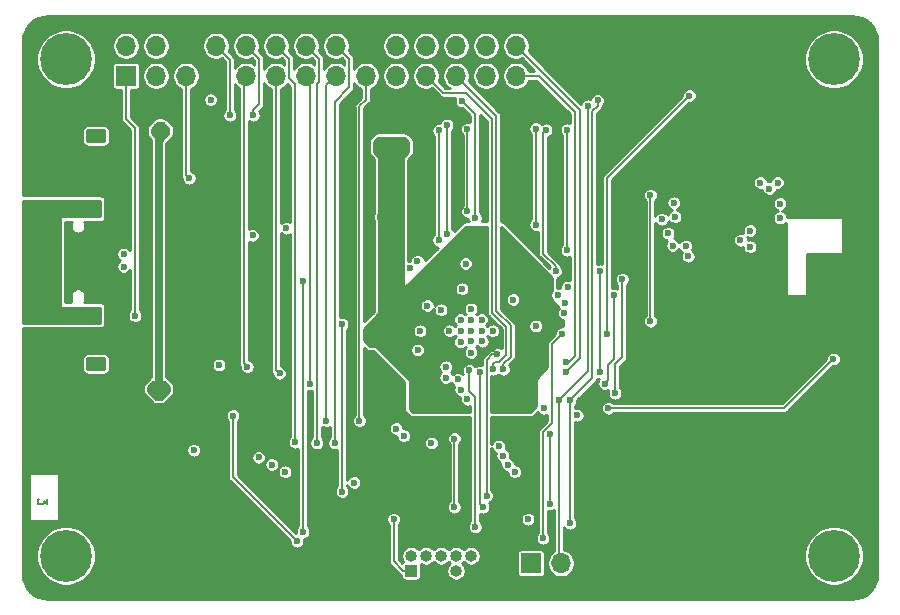
<source format=gbr>
%TF.GenerationSoftware,KiCad,Pcbnew,5.1.5+dfsg1-2build2*%
%TF.CreationDate,2020-11-12T15:53:12+01:00*%
%TF.ProjectId,tardigrade,74617264-6967-4726-9164-652e6b696361,V1.1*%
%TF.SameCoordinates,Original*%
%TF.FileFunction,Copper,L3,Inr*%
%TF.FilePolarity,Positive*%
%FSLAX46Y46*%
G04 Gerber Fmt 4.6, Leading zero omitted, Abs format (unit mm)*
G04 Created by KiCad (PCBNEW 5.1.5+dfsg1-2build2) date 2020-11-12 15:53:12*
%MOMM*%
%LPD*%
G04 APERTURE LIST*
%TA.AperFunction,NonConductor*%
%ADD10C,0.150000*%
%TD*%
%TA.AperFunction,ViaPad*%
%ADD11O,1.700000X1.700000*%
%TD*%
%TA.AperFunction,ViaPad*%
%ADD12R,1.700000X1.700000*%
%TD*%
%TA.AperFunction,ViaPad*%
%ADD13O,1.000000X1.000000*%
%TD*%
%TA.AperFunction,ViaPad*%
%ADD14R,1.000000X1.000000*%
%TD*%
%TA.AperFunction,ViaPad*%
%ADD15O,2.000000X1.000000*%
%TD*%
%TA.AperFunction,ViaPad*%
%ADD16O,2.300000X1.000000*%
%TD*%
%TA.AperFunction,ViaPad*%
%ADD17O,1.750000X1.200000*%
%TD*%
%TA.AperFunction,ViaPad*%
%ADD18C,0.100000*%
%TD*%
%TA.AperFunction,ViaPad*%
%ADD19C,4.400000*%
%TD*%
%TA.AperFunction,ViaPad*%
%ADD20C,0.600000*%
%TD*%
%TA.AperFunction,Conductor*%
%ADD21C,0.177800*%
%TD*%
%TA.AperFunction,Conductor*%
%ADD22C,0.200000*%
%TD*%
%TA.AperFunction,Conductor*%
%ADD23C,0.254000*%
%TD*%
G04 APERTURE END LIST*
D10*
X109988795Y-61125133D02*
X109988795Y-61620371D01*
X109684033Y-61353704D01*
X109684033Y-61467990D01*
X109645938Y-61544180D01*
X109607842Y-61582276D01*
X109531652Y-61620371D01*
X109341176Y-61620371D01*
X109264985Y-61582276D01*
X109226890Y-61544180D01*
X109188795Y-61467990D01*
X109188795Y-61239419D01*
X109226890Y-61163228D01*
X109264985Y-61125133D01*
D11*
%TO.N,MCU_USB0_DP*%
%TO.C,J9*%
X149682700Y-22783800D03*
%TO.N,MCU_USB0_DN*%
X149682700Y-25323800D03*
%TO.N,MCU_UART_TX*%
X147142700Y-22783800D03*
%TO.N,MCU_UART_RX*%
X147142700Y-25323800D03*
%TO.N,MCU_PIO0_16*%
X144602700Y-22783800D03*
%TO.N,MCU_PIO0_4*%
X144602700Y-25323800D03*
%TO.N,MCU_PIO0_23*%
X142062700Y-22783800D03*
%TO.N,MCU_PIO0_21*%
X142062700Y-25323800D03*
%TO.N,MCU_PIO0_31*%
X139522700Y-22783800D03*
%TO.N,MCU_PIO0_15*%
X139522700Y-25323800D03*
%TO.N,BQ_AVSS*%
X136982700Y-22783800D03*
%TO.N,MCU_PIO0_26*%
X136982700Y-25323800D03*
%TO.N,MCU_PIO0_24*%
X134442700Y-22783800D03*
%TO.N,MCU_PIO1_1*%
X134442700Y-25323800D03*
%TO.N,MCU_PIO1_3*%
X131902700Y-22783800D03*
%TO.N,MCU_PIO0_18*%
X131902700Y-25323800D03*
%TO.N,MCU_PIO1_2*%
X129362700Y-22783800D03*
%TO.N,MCU_PIO0_9*%
X129362700Y-25323800D03*
%TO.N,MCU_PIO0_8*%
X126822700Y-22783800D03*
%TO.N,MCU_PIO0_0*%
X126822700Y-25323800D03*
%TO.N,MCU_PIO0_27*%
X124282700Y-22783800D03*
%TO.N,BQ_AVSS*%
X124282700Y-25323800D03*
X121742700Y-22783800D03*
%TO.N,VBAT_OK*%
X121742700Y-25323800D03*
%TO.N,EXT_VBAT*%
X119202700Y-22783800D03*
%TO.N,EXT_VIN*%
X119202700Y-25323800D03*
%TO.N,MCU_VBAT_PMU*%
X116662700Y-22783800D03*
D12*
%TO.N,VBUS*%
X116662700Y-25323800D03*
%TD*%
D11*
%TO.N,BQ_AVSS*%
%TO.C,J8*%
X156032700Y-66598800D03*
%TO.N,MCU_UART_RX*%
X153492700Y-66598800D03*
D12*
%TO.N,MCU_UART_TX*%
X150952700Y-66598800D03*
%TD*%
D13*
%TO.N,MCU_RESET*%
%TO.C,J7*%
X145872700Y-65963800D03*
%TO.N,BQ_AVSS*%
X145872700Y-67233800D03*
%TO.N,Net-(J7-Pad8)*%
X144602700Y-65963800D03*
%TO.N,MCU_ISP_MODE*%
X144602700Y-67233800D03*
%TO.N,MCU_SWO*%
X143332700Y-65963800D03*
%TO.N,BQ_AVSS*%
X143332700Y-67233800D03*
%TO.N,MCU_SWDCLK*%
X142062700Y-65963800D03*
%TO.N,BQ_AVSS*%
X142062700Y-67233800D03*
%TO.N,MCU_SWDIO*%
X140792700Y-65963800D03*
D14*
%TO.N,MCU_VBAT_PMU*%
X140792700Y-67233800D03*
%TD*%
D15*
%TO.N,Net-(FB2-Pad1)*%
%TO.C,J6*%
X113316200Y-45391800D03*
X113316200Y-36751800D03*
D16*
X109491200Y-36751800D03*
X109491200Y-45391800D03*
%TD*%
D17*
%TO.N,BQ_AVSS*%
%TO.C,J2*%
X114122700Y-51707800D03*
%TA.AperFunction,ViaPad*%
D18*
%TO.N,Net-(C3-Pad1)*%
G36*
X114772205Y-49109004D02*
G01*
X114796473Y-49112604D01*
X114820272Y-49118565D01*
X114843371Y-49126830D01*
X114865550Y-49137320D01*
X114886593Y-49149932D01*
X114906299Y-49164547D01*
X114924477Y-49181023D01*
X114940953Y-49199201D01*
X114955568Y-49218907D01*
X114968180Y-49239950D01*
X114978670Y-49262129D01*
X114986935Y-49285228D01*
X114992896Y-49309027D01*
X114996496Y-49333295D01*
X114997700Y-49357799D01*
X114997700Y-50057801D01*
X114996496Y-50082305D01*
X114992896Y-50106573D01*
X114986935Y-50130372D01*
X114978670Y-50153471D01*
X114968180Y-50175650D01*
X114955568Y-50196693D01*
X114940953Y-50216399D01*
X114924477Y-50234577D01*
X114906299Y-50251053D01*
X114886593Y-50265668D01*
X114865550Y-50278280D01*
X114843371Y-50288770D01*
X114820272Y-50297035D01*
X114796473Y-50302996D01*
X114772205Y-50306596D01*
X114747701Y-50307800D01*
X113497699Y-50307800D01*
X113473195Y-50306596D01*
X113448927Y-50302996D01*
X113425128Y-50297035D01*
X113402029Y-50288770D01*
X113379850Y-50278280D01*
X113358807Y-50265668D01*
X113339101Y-50251053D01*
X113320923Y-50234577D01*
X113304447Y-50216399D01*
X113289832Y-50196693D01*
X113277220Y-50175650D01*
X113266730Y-50153471D01*
X113258465Y-50130372D01*
X113252504Y-50106573D01*
X113248904Y-50082305D01*
X113247700Y-50057801D01*
X113247700Y-49357799D01*
X113248904Y-49333295D01*
X113252504Y-49309027D01*
X113258465Y-49285228D01*
X113266730Y-49262129D01*
X113277220Y-49239950D01*
X113289832Y-49218907D01*
X113304447Y-49199201D01*
X113320923Y-49181023D01*
X113339101Y-49164547D01*
X113358807Y-49149932D01*
X113379850Y-49137320D01*
X113402029Y-49126830D01*
X113425128Y-49118565D01*
X113448927Y-49112604D01*
X113473195Y-49109004D01*
X113497699Y-49107800D01*
X114747701Y-49107800D01*
X114772205Y-49109004D01*
G37*
%TD.AperFunction*%
%TD*%
%TA.AperFunction,ViaPad*%
%TO.N,EXT_VIN*%
%TO.C,J1*%
G36*
X114772205Y-29805004D02*
G01*
X114796473Y-29808604D01*
X114820272Y-29814565D01*
X114843371Y-29822830D01*
X114865550Y-29833320D01*
X114886593Y-29845932D01*
X114906299Y-29860547D01*
X114924477Y-29877023D01*
X114940953Y-29895201D01*
X114955568Y-29914907D01*
X114968180Y-29935950D01*
X114978670Y-29958129D01*
X114986935Y-29981228D01*
X114992896Y-30005027D01*
X114996496Y-30029295D01*
X114997700Y-30053799D01*
X114997700Y-30753801D01*
X114996496Y-30778305D01*
X114992896Y-30802573D01*
X114986935Y-30826372D01*
X114978670Y-30849471D01*
X114968180Y-30871650D01*
X114955568Y-30892693D01*
X114940953Y-30912399D01*
X114924477Y-30930577D01*
X114906299Y-30947053D01*
X114886593Y-30961668D01*
X114865550Y-30974280D01*
X114843371Y-30984770D01*
X114820272Y-30993035D01*
X114796473Y-30998996D01*
X114772205Y-31002596D01*
X114747701Y-31003800D01*
X113497699Y-31003800D01*
X113473195Y-31002596D01*
X113448927Y-30998996D01*
X113425128Y-30993035D01*
X113402029Y-30984770D01*
X113379850Y-30974280D01*
X113358807Y-30961668D01*
X113339101Y-30947053D01*
X113320923Y-30930577D01*
X113304447Y-30912399D01*
X113289832Y-30892693D01*
X113277220Y-30871650D01*
X113266730Y-30849471D01*
X113258465Y-30826372D01*
X113252504Y-30802573D01*
X113248904Y-30778305D01*
X113247700Y-30753801D01*
X113247700Y-30053799D01*
X113248904Y-30029295D01*
X113252504Y-30005027D01*
X113258465Y-29981228D01*
X113266730Y-29958129D01*
X113277220Y-29935950D01*
X113289832Y-29914907D01*
X113304447Y-29895201D01*
X113320923Y-29877023D01*
X113339101Y-29860547D01*
X113358807Y-29845932D01*
X113379850Y-29833320D01*
X113402029Y-29822830D01*
X113425128Y-29814565D01*
X113448927Y-29808604D01*
X113473195Y-29805004D01*
X113497699Y-29803800D01*
X114747701Y-29803800D01*
X114772205Y-29805004D01*
G37*
%TD.AperFunction*%
D17*
%TO.N,BQ_AVSS*%
X114122700Y-32403800D03*
%TD*%
D19*
%TO.N,N/C*%
%TO.C,H4*%
X111582700Y-23926800D03*
%TD*%
%TO.N,N/C*%
%TO.C,H3*%
X176606700Y-23926800D03*
%TD*%
%TO.N,N/C*%
%TO.C,H2*%
X111582700Y-65963800D03*
%TD*%
%TO.N,N/C*%
%TO.C,H1*%
X176606700Y-65963800D03*
%TD*%
D20*
%TO.N,Net-(C8-Pad1)*%
X119812300Y-30353000D03*
X119304300Y-29641800D03*
X118948700Y-51689000D03*
X119913900Y-51689000D03*
X119456700Y-36245800D03*
X119456700Y-37261800D03*
%TO.N,VBUS*%
X117424700Y-45643800D03*
X142164300Y-44780200D03*
%TO.N,SX1262_DIO3*%
X172034700Y-37363400D03*
X172034700Y-36144200D03*
%TO.N,SX1262_SCK*%
X164059100Y-39751000D03*
X153848300Y-44561197D03*
%TO.N,SX1262_NSS*%
X164262300Y-40614600D03*
X153772100Y-45415200D03*
%TO.N,VBAT_OK*%
X122012700Y-33994600D03*
%TO.N,MCU_SWDIO*%
X148097209Y-48922148D03*
X147193500Y-60883800D03*
%TO.N,MCU_SWDCLK*%
X146618899Y-50424682D03*
X146888700Y-61849000D03*
%TO.N,MCU_PIO0_16*%
X153035500Y-41884600D03*
X152222700Y-29895800D03*
%TO.N,MCU_PIO0_23*%
X151359100Y-37922200D03*
X151359100Y-29794200D03*
%TO.N,MCU_PIO0_15*%
X145567900Y-36804600D03*
X145567900Y-29845000D03*
%TO.N,MCU_PIO0_31*%
X146228300Y-37363400D03*
X145110700Y-27457400D03*
%TO.N,MCU_SWO*%
X146228300Y-63525400D03*
X145720300Y-50266600D03*
%TO.N,MCU_RESET*%
X145415500Y-41224200D03*
X154000700Y-40106600D03*
X154000700Y-29895800D03*
X131640800Y-42697400D03*
X131648700Y-63931800D03*
%TO.N,MCU_USB1_DP*%
X141337881Y-41017143D03*
X116459500Y-40411400D03*
%TO.N,MCU_USB1_DN*%
X140736839Y-41618185D03*
X116459500Y-41478200D03*
%TO.N,GNSS_PPS*%
X127889500Y-57632600D03*
X148565100Y-57480200D03*
%TO.N,MCU_PIO0_9*%
X143739100Y-49961800D03*
X129667500Y-50520600D03*
%TO.N,MCU_PIO0_18*%
X143739100Y-50876200D03*
X132207500Y-51384200D03*
%TO.N,MCU_PIO1_1*%
X133629900Y-54533800D03*
%TO.N,MCU_PIO1_2*%
X139522700Y-55194200D03*
X130988300Y-56362600D03*
%TO.N,MCU_PIO1_3*%
X140183100Y-55803800D03*
X132817100Y-56413400D03*
%TO.N,SX1262_DIO1*%
X156794700Y-41833800D03*
X163043100Y-36072100D03*
X156794700Y-50419000D03*
X144755100Y-51028600D03*
%TO.N,SX1262_BUSY*%
X162027100Y-37465000D03*
X154051500Y-43205400D03*
%TO.N,SX1262_MOSI*%
X158013900Y-43916600D03*
X162941500Y-39700200D03*
X157201100Y-51384200D03*
X145009100Y-51892200D03*
%TO.N,SX1262_MISO*%
X158674300Y-42545000D03*
X162554818Y-38653118D03*
X145567900Y-52705000D03*
X158064700Y-52197000D03*
%TO.N,MCU_PIO0_21*%
X147752300Y-50165000D03*
%TO.N,SX1262_NRESET*%
X163144700Y-37261800D03*
X153213300Y-43891200D03*
%TO.N,GNSS_RX*%
X148971500Y-58242200D03*
X129007100Y-58242200D03*
%TO.N,GNSS_TX*%
X149581100Y-58851800D03*
X130124700Y-58851800D03*
%TO.N,GNSS_NRESET*%
X122403100Y-57023000D03*
X148209500Y-56667400D03*
%TO.N,MCU_ISP_MODE*%
X157404300Y-47167800D03*
X164363900Y-27000200D03*
X153594300Y-47167800D03*
X151968700Y-64490600D03*
%TO.N,LORA_ANT_SW*%
X152019500Y-53467000D03*
X157505900Y-53467000D03*
X176555900Y-49301400D03*
%TO.N,MCU_UART_RX*%
X155778700Y-27863800D03*
X153289500Y-52806600D03*
%TO.N,MCU_UART_TX*%
X156591500Y-27406600D03*
X154254700Y-52806600D03*
X154254700Y-63220600D03*
%TO.N,MCU_USB0_DP*%
X153949900Y-50386800D03*
%TO.N,SX1262_DIO2*%
X161061900Y-46101000D03*
X161061900Y-35433000D03*
%TO.N,BQ_AVSS*%
X175717700Y-53898800D03*
X170637700Y-55803800D03*
X173177700Y-55803800D03*
X172542700Y-47548800D03*
X171272700Y-49453800D03*
X159842700Y-29641800D03*
X159842700Y-30657800D03*
X159842700Y-32435800D03*
X159842700Y-35483800D03*
X159842700Y-36499800D03*
X159842700Y-37769800D03*
X159842700Y-47421800D03*
X159842700Y-48437800D03*
X159842700Y-49707800D03*
X159842700Y-50723800D03*
X159842700Y-54279800D03*
X159842700Y-55295800D03*
X159842700Y-56565800D03*
X159842700Y-57581800D03*
X160858700Y-57581800D03*
X162128700Y-57581800D03*
X163398700Y-57581800D03*
X164668700Y-57581800D03*
X167462700Y-57581800D03*
X168986700Y-57581800D03*
X170510700Y-57581800D03*
X173558700Y-57581800D03*
X174574700Y-57581800D03*
X175590700Y-57581800D03*
X178130700Y-54533800D03*
X178130700Y-53517800D03*
X178130700Y-50215800D03*
X178130700Y-44627800D03*
X178130700Y-43611800D03*
X178130700Y-42595800D03*
X178130700Y-41579800D03*
X178130700Y-38785800D03*
X178130700Y-37769800D03*
X178130700Y-36753800D03*
X178130700Y-35737800D03*
X178130700Y-31673800D03*
X178130700Y-30657800D03*
X178130700Y-29641800D03*
X176352700Y-28625800D03*
X175082700Y-28625800D03*
X173558700Y-28625800D03*
X170256700Y-28625800D03*
X168986700Y-28625800D03*
X167462700Y-28625800D03*
X163906700Y-28625800D03*
X161874700Y-28625800D03*
X160858700Y-28625800D03*
X159842700Y-28625800D03*
X172034700Y-60883800D03*
X173812700Y-59359800D03*
X161366700Y-59359800D03*
X171272700Y-59359800D03*
X168224700Y-59359800D03*
X167462700Y-60375800D03*
X167462700Y-61645800D03*
X164668700Y-61137800D03*
X164668700Y-59359800D03*
X169240700Y-46659800D03*
X167970700Y-48691800D03*
X167970700Y-47421800D03*
X165430700Y-47167800D03*
X165430700Y-49707800D03*
X164668700Y-56565800D03*
X167208700Y-56565800D03*
X167208700Y-55041800D03*
X164668700Y-55041800D03*
X170002700Y-54279800D03*
X173558700Y-53263800D03*
X175590700Y-51231800D03*
X174574700Y-50215800D03*
X172542700Y-51993800D03*
X170002700Y-51993800D03*
X135712700Y-65963800D03*
X125997200Y-40627300D03*
X125171700Y-41008300D03*
X123203200Y-31419800D03*
X122314200Y-31927800D03*
X124028700Y-31927800D03*
X146761700Y-45961300D03*
X144983700Y-45961300D03*
X144983700Y-47866300D03*
X146825200Y-47802800D03*
X147714200Y-46913800D03*
X146761700Y-46913800D03*
X145872700Y-45072300D03*
X145872700Y-45961300D03*
X144031200Y-46913800D03*
X144983700Y-46913800D03*
X145872700Y-48755300D03*
X145872700Y-47802800D03*
X145872700Y-46913800D03*
X166256200Y-38277800D03*
X167145200Y-38277800D03*
X167145200Y-37388800D03*
X166256200Y-37388800D03*
X165303700Y-38277800D03*
X165303700Y-37388800D03*
X165303700Y-36499800D03*
X166256200Y-36499800D03*
X167145200Y-36499800D03*
X168377100Y-56007000D03*
X162738300Y-55905400D03*
X161417500Y-54127400D03*
X161417500Y-52806600D03*
X161417500Y-51587400D03*
X162585900Y-49961800D03*
X161976300Y-48133000D03*
X164414700Y-45796200D03*
X167361100Y-33451800D03*
X163754300Y-34620200D03*
X151359100Y-46507400D03*
X164363900Y-43815000D03*
X162077900Y-43916600D03*
X172034700Y-41681400D03*
X174473100Y-46609000D03*
X150393900Y-28930600D03*
X144704300Y-37871400D03*
X141910300Y-39141400D03*
X137338300Y-40767000D03*
X117805700Y-59613800D03*
X116345200Y-57200800D03*
X122758700Y-63677800D03*
X124536700Y-63423800D03*
X118440700Y-62153800D03*
X119964700Y-62153800D03*
X117932700Y-63169800D03*
X117932700Y-64693800D03*
X113614700Y-63423800D03*
X114630700Y-62153800D03*
X113868700Y-59613800D03*
X112344700Y-59613800D03*
X113614700Y-56311800D03*
X112852700Y-53263800D03*
X116408700Y-53263800D03*
X116408700Y-49199800D03*
X111582700Y-47167800D03*
X109804700Y-48945800D03*
X109550700Y-52247800D03*
X109550700Y-56311800D03*
X118440700Y-47929800D03*
X120472700Y-47929800D03*
X118440700Y-50469800D03*
X120472700Y-50469800D03*
X121742700Y-54787800D03*
X123012700Y-54787800D03*
X137236700Y-32689800D03*
X137236700Y-35991800D03*
X141046700Y-32689800D03*
X141046700Y-34213800D03*
X144856700Y-32689800D03*
X146888700Y-29641800D03*
X146888700Y-32689800D03*
X148666700Y-29641800D03*
X148666700Y-32689800D03*
X148666700Y-36753800D03*
X148666700Y-34721800D03*
X146888700Y-34721800D03*
X150698700Y-32689800D03*
X150698700Y-34721800D03*
X150698700Y-36753800D03*
X152984700Y-39293800D03*
X152984700Y-36753800D03*
X152984700Y-34721800D03*
X152984700Y-32689800D03*
X156794700Y-34721800D03*
X156794700Y-36753800D03*
X156794700Y-39547800D03*
X158318700Y-38531800D03*
X158318700Y-35991800D03*
X118440700Y-43103800D03*
X120726700Y-41833800D03*
X120218700Y-44119800D03*
X118440700Y-39293800D03*
X118440700Y-35229800D03*
X118440700Y-31419800D03*
X120472700Y-32689800D03*
X120472700Y-35229800D03*
X120472700Y-38277800D03*
X121742700Y-38785800D03*
X122758700Y-35483800D03*
X127330700Y-32689800D03*
X127330700Y-34213800D03*
X127838700Y-36245800D03*
X128600700Y-28625800D03*
X130124700Y-28879800D03*
X135458700Y-28879800D03*
X120472700Y-27609800D03*
X117932700Y-28879800D03*
X115900700Y-27609800D03*
X114376700Y-28879800D03*
X115900700Y-31927800D03*
X115900700Y-34721800D03*
X115900700Y-37007800D03*
X128600700Y-32689800D03*
X128600700Y-35229800D03*
X130124700Y-32689800D03*
X130124700Y-35991800D03*
X135204700Y-38023800D03*
X135204700Y-35991800D03*
X135204700Y-32689800D03*
X125806700Y-33451800D03*
X128346700Y-42087800D03*
X130124700Y-42087800D03*
X130124700Y-44119800D03*
X130124700Y-45643800D03*
X128346700Y-45643800D03*
X125552700Y-45897800D03*
X124028700Y-47421800D03*
X125806700Y-49199800D03*
X127584700Y-49199800D03*
X128346700Y-47167800D03*
X130124700Y-49199800D03*
X124790700Y-54787800D03*
X124790700Y-56311800D03*
X126822700Y-56311800D03*
X126822700Y-54787800D03*
X126822700Y-58089800D03*
X124790700Y-58089800D03*
X124790700Y-60121800D03*
X127838700Y-60121800D03*
X130886700Y-60121800D03*
X132410700Y-60121800D03*
X132410700Y-61899800D03*
X134188700Y-59613800D03*
X127838700Y-64185800D03*
X122250700Y-66471800D03*
X131394700Y-66471800D03*
X132918700Y-65201800D03*
X138506700Y-64693800D03*
X139268700Y-67741800D03*
X137744700Y-67741800D03*
X133934700Y-61899800D03*
X138252700Y-59613800D03*
X140030700Y-60883800D03*
X143586700Y-60883800D03*
X142062700Y-59613800D03*
X145364700Y-59613800D03*
X147904700Y-59613800D03*
X148158700Y-61899800D03*
X151206700Y-59613800D03*
X149936700Y-61391800D03*
X141554700Y-55803800D03*
X140411700Y-59613800D03*
X143586700Y-55295800D03*
X147904700Y-55295800D03*
X150444700Y-56057800D03*
X150444700Y-57581800D03*
X151206700Y-56819800D03*
X155016700Y-56819800D03*
X155016700Y-55549800D03*
X155016700Y-59613800D03*
X155016700Y-62407800D03*
X154000700Y-64439800D03*
X152222700Y-65455800D03*
X142062700Y-61137800D03*
X148158700Y-63677800D03*
X147396700Y-65963800D03*
X148412700Y-67487800D03*
X158064700Y-66725800D03*
X159842700Y-64947800D03*
X161620700Y-63423800D03*
X163906700Y-63423800D03*
X161366700Y-66217800D03*
X163398700Y-65709800D03*
X159334700Y-68249800D03*
X169494700Y-66725800D03*
X170002700Y-62661800D03*
X172288700Y-64439800D03*
X135712700Y-53263800D03*
X135712700Y-51739800D03*
X137236700Y-53263800D03*
X137490700Y-28879800D03*
X139776700Y-28879800D03*
X141808700Y-28879800D03*
X144348700Y-28625800D03*
X138760700Y-27101800D03*
X152476700Y-28625800D03*
X151460700Y-26847800D03*
X151968700Y-23291800D03*
X156794700Y-26085800D03*
X157048700Y-29895800D03*
X158572700Y-31419800D03*
X158572700Y-24053800D03*
X158572700Y-22275800D03*
X162890700Y-25069800D03*
X164414700Y-25831800D03*
X160604700Y-26085800D03*
X170002700Y-22275800D03*
X170002700Y-24053800D03*
X175590700Y-61645800D03*
X177622700Y-59359800D03*
X176860700Y-56311800D03*
X166700700Y-44373800D03*
X164160700Y-42595800D03*
X175082700Y-43611800D03*
X176860700Y-44881800D03*
X172796700Y-35483800D03*
X174828700Y-35483800D03*
X176860700Y-35483800D03*
X172796700Y-33959800D03*
X172796700Y-32181800D03*
X172796700Y-29895800D03*
X174320700Y-33451800D03*
X175590700Y-31673800D03*
X176606700Y-30149800D03*
X164668700Y-62407800D03*
X158064700Y-59359800D03*
X177876700Y-28625800D03*
X149428700Y-44272200D03*
X145110700Y-43357800D03*
X143332700Y-45135800D03*
X141554700Y-46913800D03*
X109042700Y-68503800D03*
X129362700Y-68503800D03*
X172542700Y-68503800D03*
X121742700Y-68503800D03*
X164922700Y-68503800D03*
X109042700Y-32943800D03*
X109042700Y-27863800D03*
X152222700Y-21513800D03*
X138252700Y-21513800D03*
X123012700Y-21513800D03*
X163652700Y-21513800D03*
X173812700Y-21513800D03*
X179527700Y-26593800D03*
X179527700Y-33578800D03*
X179527700Y-39928800D03*
X179527700Y-46278800D03*
X179527700Y-59613800D03*
X179527700Y-65963800D03*
X124638300Y-35483800D03*
X145415500Y-55295800D03*
%TO.N,MCU_USB0_DN*%
X153949900Y-49536800D03*
%TO.N,MCU_VBAT_PMU*%
X144907500Y-49555400D03*
X149885900Y-48234600D03*
X147041100Y-43408600D03*
X149022300Y-45186600D03*
X123825500Y-27355800D03*
X171831500Y-34366200D03*
X170358300Y-34366200D03*
X171120300Y-34874200D03*
X169494700Y-39801800D03*
X168681900Y-39243000D03*
X169494700Y-38430200D03*
X138201900Y-30911800D03*
X139116300Y-31419800D03*
X139979900Y-30911800D03*
X148565100Y-38989000D03*
X150343100Y-40817800D03*
X150698700Y-41681400D03*
X151663900Y-42037000D03*
X150343100Y-52755800D03*
X141707100Y-52908200D03*
X134950700Y-60528200D03*
X139319500Y-62865000D03*
X150698700Y-62865000D03*
X124536700Y-49809400D03*
X138659100Y-36550600D03*
X138201900Y-37261800D03*
X138252700Y-45948600D03*
X137338300Y-46863000D03*
X138252700Y-47625000D03*
X134950700Y-46355000D03*
X154864300Y-54076600D03*
%TO.N,MCU_PIO0_8*%
X143840700Y-38735000D03*
X143840700Y-29489400D03*
X127432300Y-28676600D03*
%TO.N,MCU_PIO0_27*%
X143129500Y-39243000D03*
X143129500Y-29946600D03*
X125451100Y-28676600D03*
%TO.N,MCU_PIO0_0*%
X141351500Y-48539400D03*
X126924300Y-49961800D03*
%TO.N,MCU_PIO0_26*%
X136423900Y-54533800D03*
%TO.N,MCU_PIO0_24*%
X134341100Y-56413400D03*
X142519900Y-56413400D03*
%TO.N,SE_SDA*%
X144466972Y-56041128D03*
X144450300Y-61849000D03*
%TO.N,MCU_PIO0_4*%
X148615900Y-50165000D03*
%TO.N,SE_SCL*%
X152578300Y-61544200D03*
X135966700Y-59766200D03*
X152586201Y-55694299D03*
%TO.N,Net-(R11-Pad1)*%
X127381500Y-38836600D03*
X130226300Y-38227000D03*
%TO.N,Net-(U6-Pad6)*%
X125722700Y-54094200D03*
X131140700Y-64744600D03*
%TD*%
D21*
%TO.N,VBUS*%
X116662700Y-25323800D02*
X116662700Y-28981400D01*
X117424700Y-29743400D02*
X117424700Y-45643800D01*
X116662700Y-28981400D02*
X117424700Y-29743400D01*
%TO.N,VBAT_OK*%
X121742700Y-33724600D02*
X122012700Y-33994600D01*
X121742700Y-25323800D02*
X121742700Y-33724600D01*
%TO.N,MCU_SWDIO*%
X147672945Y-48922148D02*
X147185599Y-49409494D01*
X148097209Y-48922148D02*
X147672945Y-48922148D01*
X147185599Y-60875899D02*
X147193500Y-60883800D01*
X147185599Y-49409494D02*
X147185599Y-60875899D01*
%TO.N,MCU_SWDCLK*%
X146618899Y-61579199D02*
X146888700Y-61849000D01*
X146618899Y-50424682D02*
X146618899Y-61579199D01*
%TO.N,MCU_PIO0_16*%
X153035500Y-41460336D02*
X151968700Y-40393536D01*
X153035500Y-41884600D02*
X153035500Y-41460336D01*
X151968700Y-30149800D02*
X152222700Y-29895800D01*
X151968700Y-40393536D02*
X151968700Y-30149800D01*
%TO.N,MCU_PIO0_23*%
X151359100Y-37922200D02*
X151359100Y-29794200D01*
%TO.N,MCU_PIO0_15*%
X145567900Y-36804600D02*
X145567900Y-29845000D01*
%TO.N,MCU_PIO0_31*%
X146228300Y-28575000D02*
X145110700Y-27457400D01*
X146228300Y-37363400D02*
X146228300Y-28575000D01*
%TO.N,MCU_SWO*%
X146228300Y-52526682D02*
X146228300Y-63525400D01*
X145720300Y-52018682D02*
X145720300Y-50266600D01*
X146228300Y-52526682D02*
X145720300Y-52018682D01*
%TO.N,MCU_RESET*%
X154000700Y-40106600D02*
X154000700Y-29895800D01*
X131640800Y-42697400D02*
X131640800Y-63923900D01*
%TO.N,MCU_PIO0_9*%
X129362700Y-50215800D02*
X129362700Y-25323800D01*
X129667500Y-50520600D02*
X129362700Y-50215800D01*
%TO.N,MCU_PIO0_18*%
X132207500Y-25628600D02*
X131902700Y-25323800D01*
X132207500Y-51384200D02*
X132207500Y-25628600D01*
%TO.N,MCU_PIO1_1*%
X133629900Y-26136600D02*
X134442700Y-25323800D01*
X133629900Y-54533800D02*
X133629900Y-26136600D01*
%TO.N,MCU_PIO1_2*%
X130212699Y-23633799D02*
X129362700Y-22783800D01*
X130479401Y-25553219D02*
X130479401Y-23900501D01*
X130479401Y-23900501D02*
X130212699Y-23633799D01*
X130988300Y-26062118D02*
X130479401Y-25553219D01*
X130988300Y-56362600D02*
X130988300Y-26062118D01*
%TO.N,MCU_PIO1_3*%
X132752699Y-23633799D02*
X131902700Y-22783800D01*
X133019401Y-25859817D02*
X133019401Y-23900501D01*
X132817100Y-26062118D02*
X133019401Y-25859817D01*
X133019401Y-23900501D02*
X132752699Y-23633799D01*
X132817100Y-56413400D02*
X132817100Y-26062118D01*
%TO.N,SX1262_DIO1*%
X156794700Y-50419000D02*
X156794700Y-41833800D01*
%TO.N,SX1262_MOSI*%
X158013900Y-49301400D02*
X158013900Y-43916600D01*
X157501099Y-49814201D02*
X158013900Y-49301400D01*
X157501099Y-51084201D02*
X157501099Y-49814201D01*
X157201100Y-51384200D02*
X157501099Y-51084201D01*
%TO.N,SX1262_MISO*%
X158674300Y-49149000D02*
X158674300Y-42545000D01*
X158064700Y-49758600D02*
X158674300Y-49149000D01*
X158064700Y-52197000D02*
X158064700Y-49758600D01*
%TO.N,MCU_PIO0_21*%
X148265392Y-49555400D02*
X148869890Y-48950902D01*
X147752300Y-49740736D02*
X147752300Y-50165000D01*
X147937636Y-49555400D02*
X147752300Y-49740736D01*
X148265392Y-49555400D02*
X147937636Y-49555400D01*
X148869890Y-46603898D02*
X147642789Y-45376797D01*
X148869890Y-48950902D02*
X148869890Y-46603898D01*
X147642789Y-45376797D02*
X147642789Y-29024289D01*
X147642789Y-29024289D02*
X145415500Y-26797000D01*
X143535900Y-26797000D02*
X142062700Y-25323800D01*
X145415500Y-26797000D02*
X143535900Y-26797000D01*
%TO.N,MCU_ISP_MODE*%
X157404300Y-33959800D02*
X164363900Y-27000200D01*
X157404300Y-47167800D02*
X157404300Y-33959800D01*
X152722799Y-54718983D02*
X151968700Y-55473082D01*
X151968700Y-55473082D02*
X151968700Y-64490600D01*
X152722799Y-48039301D02*
X152722799Y-54718983D01*
X153594300Y-47167800D02*
X152722799Y-48039301D01*
%TO.N,LORA_ANT_SW*%
X172390300Y-53467000D02*
X176555900Y-49301400D01*
X157505900Y-53467000D02*
X172390300Y-53467000D01*
%TO.N,MCU_UART_RX*%
X155778690Y-50322502D02*
X155778690Y-27863810D01*
X155773598Y-50322502D02*
X153289500Y-52806600D01*
X155778690Y-50322502D02*
X155773598Y-50322502D01*
X153289500Y-52806600D02*
X153289500Y-66598800D01*
%TO.N,MCU_UART_TX*%
X156134300Y-50927000D02*
X154254700Y-52806600D01*
X156134300Y-28346918D02*
X156134300Y-50927000D01*
X156591500Y-27889718D02*
X156134300Y-28346918D01*
X156591500Y-27406600D02*
X156591500Y-27889718D01*
X154254700Y-52806600D02*
X154254700Y-63220600D01*
D22*
%TO.N,MCU_USB0_DP*%
X151904502Y-25005602D02*
X149682700Y-22783800D01*
X155089300Y-28190400D02*
X151904502Y-25005602D01*
X155089300Y-49247400D02*
X155089300Y-28190400D01*
X153949900Y-50386800D02*
X155089300Y-49247400D01*
D21*
%TO.N,SX1262_DIO2*%
X161061900Y-46101000D02*
X161061900Y-35433000D01*
D22*
%TO.N,MCU_USB0_DN*%
X154163503Y-49536800D02*
X154639300Y-49061003D01*
X153949900Y-49536800D02*
X154163503Y-49536800D01*
X154639300Y-28376797D02*
X151586303Y-25323800D01*
X151586303Y-25323800D02*
X149682700Y-25323800D01*
X154639300Y-49061003D02*
X154639300Y-28376797D01*
D21*
%TO.N,MCU_VBAT_PMU*%
X140114900Y-67233800D02*
X140792700Y-67233800D01*
X139319500Y-66438400D02*
X140114900Y-67233800D01*
X139319500Y-62865000D02*
X139319500Y-66438400D01*
X134950700Y-60528200D02*
X134950700Y-46355000D01*
%TO.N,MCU_PIO0_8*%
X143840700Y-38735000D02*
X143840700Y-29489400D01*
X127672699Y-23633799D02*
X126822700Y-22783800D01*
X127939401Y-23900501D02*
X127672699Y-23633799D01*
X127939401Y-27745235D02*
X127939401Y-23900501D01*
X127432300Y-28252336D02*
X127939401Y-27745235D01*
X127432300Y-28676600D02*
X127432300Y-28252336D01*
%TO.N,MCU_PIO0_27*%
X143129500Y-39243000D02*
X143129500Y-29946600D01*
X125451100Y-23952200D02*
X125451100Y-28676600D01*
X124282700Y-22783800D02*
X125451100Y-23952200D01*
%TO.N,MCU_PIO0_0*%
X126624301Y-49661801D02*
X126624301Y-25420599D01*
X126924300Y-49961800D02*
X126624301Y-49661801D01*
%TO.N,MCU_PIO0_26*%
X136423900Y-54533800D02*
X136423900Y-27914600D01*
X136982700Y-27355800D02*
X136982700Y-25323800D01*
X136423900Y-27914600D02*
X136982700Y-27355800D01*
%TO.N,MCU_PIO0_24*%
X134341100Y-56413400D02*
X134341100Y-27508200D01*
X135292699Y-23633799D02*
X134442700Y-22783800D01*
X135559401Y-23900501D02*
X135292699Y-23633799D01*
X135559401Y-26289899D02*
X135559401Y-23900501D01*
X134341100Y-27508200D02*
X135559401Y-26289899D01*
%TO.N,SE_SDA*%
X144466972Y-56041128D02*
X144466972Y-61832328D01*
%TO.N,MCU_PIO0_4*%
X148615900Y-50165000D02*
X148615900Y-49707800D01*
X148615900Y-49707800D02*
X149225500Y-49098200D01*
X149225500Y-49098200D02*
X149225500Y-46456600D01*
X149225500Y-46456600D02*
X147998399Y-45229499D01*
X147998399Y-28719499D02*
X144602700Y-25323800D01*
X147998399Y-45229499D02*
X147998399Y-28719499D01*
%TO.N,SE_SCL*%
X152586201Y-61536299D02*
X152578300Y-61544200D01*
X152586201Y-55694299D02*
X152586201Y-61536299D01*
%TO.N,Net-(U6-Pad6)*%
X125722700Y-59326600D02*
X131140700Y-64744600D01*
X125722700Y-54094200D02*
X125722700Y-59326600D01*
%TD*%
D23*
%TO.N,MCU_VBAT_PMU*%
G36*
X152705300Y-42445206D02*
G01*
X152705300Y-43522905D01*
X152657660Y-43594204D01*
X152610395Y-43708311D01*
X152586300Y-43829446D01*
X152586300Y-43952954D01*
X152610395Y-44074089D01*
X152657660Y-44188196D01*
X152705300Y-44259495D01*
X152705300Y-44272200D01*
X152707740Y-44296976D01*
X152714967Y-44320801D01*
X152726703Y-44342757D01*
X152742497Y-44362003D01*
X153340541Y-44960047D01*
X153285077Y-45015511D01*
X153216460Y-45118204D01*
X153169195Y-45232311D01*
X153145100Y-45353446D01*
X153145100Y-45476954D01*
X153169195Y-45598089D01*
X153216460Y-45712196D01*
X153285077Y-45814889D01*
X153372411Y-45902223D01*
X153475104Y-45970840D01*
X153589211Y-46018105D01*
X153619700Y-46024170D01*
X153619700Y-46540800D01*
X153532546Y-46540800D01*
X153411411Y-46564895D01*
X153297304Y-46612160D01*
X153194611Y-46680777D01*
X153107277Y-46768111D01*
X153038660Y-46870804D01*
X152991395Y-46984911D01*
X152967300Y-47106046D01*
X152967300Y-47206629D01*
X152443162Y-47730768D01*
X152427291Y-47743793D01*
X152414269Y-47759661D01*
X152375318Y-47807122D01*
X152344620Y-47864554D01*
X152336699Y-47879374D01*
X152312917Y-47957771D01*
X152306899Y-48018874D01*
X152306899Y-48018883D01*
X152304888Y-48039301D01*
X152306899Y-48059719D01*
X152306899Y-50002795D01*
X151421697Y-50887997D01*
X151405903Y-50907243D01*
X151394167Y-50929199D01*
X151386940Y-50953024D01*
X151384500Y-50977800D01*
X151384500Y-53312794D01*
X150900094Y-53797200D01*
X147601499Y-53797200D01*
X147601499Y-50774288D01*
X147690546Y-50792000D01*
X147814054Y-50792000D01*
X147935189Y-50767905D01*
X148049296Y-50720640D01*
X148151989Y-50652023D01*
X148184100Y-50619912D01*
X148216211Y-50652023D01*
X148318904Y-50720640D01*
X148433011Y-50767905D01*
X148554146Y-50792000D01*
X148677654Y-50792000D01*
X148798789Y-50767905D01*
X148912896Y-50720640D01*
X149015589Y-50652023D01*
X149102923Y-50564689D01*
X149171540Y-50461996D01*
X149218805Y-50347889D01*
X149242900Y-50226754D01*
X149242900Y-50103246D01*
X149218805Y-49982111D01*
X149171540Y-49868004D01*
X149120401Y-49791469D01*
X149505143Y-49406728D01*
X149521008Y-49393708D01*
X149549579Y-49358895D01*
X149572981Y-49330379D01*
X149611600Y-49258128D01*
X149615155Y-49246410D01*
X149635382Y-49179731D01*
X149641400Y-49118628D01*
X149641400Y-49118618D01*
X149643411Y-49098200D01*
X149641400Y-49077782D01*
X149641400Y-46477018D01*
X149643411Y-46456600D01*
X149642333Y-46445646D01*
X150732100Y-46445646D01*
X150732100Y-46569154D01*
X150756195Y-46690289D01*
X150803460Y-46804396D01*
X150872077Y-46907089D01*
X150959411Y-46994423D01*
X151062104Y-47063040D01*
X151176211Y-47110305D01*
X151297346Y-47134400D01*
X151420854Y-47134400D01*
X151541989Y-47110305D01*
X151656096Y-47063040D01*
X151758789Y-46994423D01*
X151846123Y-46907089D01*
X151914740Y-46804396D01*
X151962005Y-46690289D01*
X151986100Y-46569154D01*
X151986100Y-46445646D01*
X151962005Y-46324511D01*
X151914740Y-46210404D01*
X151846123Y-46107711D01*
X151758789Y-46020377D01*
X151656096Y-45951760D01*
X151541989Y-45904495D01*
X151420854Y-45880400D01*
X151297346Y-45880400D01*
X151176211Y-45904495D01*
X151062104Y-45951760D01*
X150959411Y-46020377D01*
X150872077Y-46107711D01*
X150803460Y-46210404D01*
X150756195Y-46324511D01*
X150732100Y-46445646D01*
X149642333Y-46445646D01*
X149641400Y-46436182D01*
X149641400Y-46436172D01*
X149635382Y-46375069D01*
X149611600Y-46296672D01*
X149591088Y-46258296D01*
X149572981Y-46224420D01*
X149534030Y-46176959D01*
X149534029Y-46176958D01*
X149521008Y-46161092D01*
X149505142Y-46148071D01*
X148414299Y-45057229D01*
X148414299Y-44210446D01*
X148801700Y-44210446D01*
X148801700Y-44333954D01*
X148825795Y-44455089D01*
X148873060Y-44569196D01*
X148941677Y-44671889D01*
X149029011Y-44759223D01*
X149131704Y-44827840D01*
X149245811Y-44875105D01*
X149366946Y-44899200D01*
X149490454Y-44899200D01*
X149611589Y-44875105D01*
X149725696Y-44827840D01*
X149828389Y-44759223D01*
X149915723Y-44671889D01*
X149984340Y-44569196D01*
X150031605Y-44455089D01*
X150055700Y-44333954D01*
X150055700Y-44210446D01*
X150031605Y-44089311D01*
X149984340Y-43975204D01*
X149915723Y-43872511D01*
X149828389Y-43785177D01*
X149725696Y-43716560D01*
X149611589Y-43669295D01*
X149490454Y-43645200D01*
X149366946Y-43645200D01*
X149245811Y-43669295D01*
X149131704Y-43716560D01*
X149029011Y-43785177D01*
X148941677Y-43872511D01*
X148873060Y-43975204D01*
X148825795Y-44089311D01*
X148801700Y-44210446D01*
X148414299Y-44210446D01*
X148414299Y-38154205D01*
X152705300Y-42445206D01*
G37*
X152705300Y-42445206D02*
X152705300Y-43522905D01*
X152657660Y-43594204D01*
X152610395Y-43708311D01*
X152586300Y-43829446D01*
X152586300Y-43952954D01*
X152610395Y-44074089D01*
X152657660Y-44188196D01*
X152705300Y-44259495D01*
X152705300Y-44272200D01*
X152707740Y-44296976D01*
X152714967Y-44320801D01*
X152726703Y-44342757D01*
X152742497Y-44362003D01*
X153340541Y-44960047D01*
X153285077Y-45015511D01*
X153216460Y-45118204D01*
X153169195Y-45232311D01*
X153145100Y-45353446D01*
X153145100Y-45476954D01*
X153169195Y-45598089D01*
X153216460Y-45712196D01*
X153285077Y-45814889D01*
X153372411Y-45902223D01*
X153475104Y-45970840D01*
X153589211Y-46018105D01*
X153619700Y-46024170D01*
X153619700Y-46540800D01*
X153532546Y-46540800D01*
X153411411Y-46564895D01*
X153297304Y-46612160D01*
X153194611Y-46680777D01*
X153107277Y-46768111D01*
X153038660Y-46870804D01*
X152991395Y-46984911D01*
X152967300Y-47106046D01*
X152967300Y-47206629D01*
X152443162Y-47730768D01*
X152427291Y-47743793D01*
X152414269Y-47759661D01*
X152375318Y-47807122D01*
X152344620Y-47864554D01*
X152336699Y-47879374D01*
X152312917Y-47957771D01*
X152306899Y-48018874D01*
X152306899Y-48018883D01*
X152304888Y-48039301D01*
X152306899Y-48059719D01*
X152306899Y-50002795D01*
X151421697Y-50887997D01*
X151405903Y-50907243D01*
X151394167Y-50929199D01*
X151386940Y-50953024D01*
X151384500Y-50977800D01*
X151384500Y-53312794D01*
X150900094Y-53797200D01*
X147601499Y-53797200D01*
X147601499Y-50774288D01*
X147690546Y-50792000D01*
X147814054Y-50792000D01*
X147935189Y-50767905D01*
X148049296Y-50720640D01*
X148151989Y-50652023D01*
X148184100Y-50619912D01*
X148216211Y-50652023D01*
X148318904Y-50720640D01*
X148433011Y-50767905D01*
X148554146Y-50792000D01*
X148677654Y-50792000D01*
X148798789Y-50767905D01*
X148912896Y-50720640D01*
X149015589Y-50652023D01*
X149102923Y-50564689D01*
X149171540Y-50461996D01*
X149218805Y-50347889D01*
X149242900Y-50226754D01*
X149242900Y-50103246D01*
X149218805Y-49982111D01*
X149171540Y-49868004D01*
X149120401Y-49791469D01*
X149505143Y-49406728D01*
X149521008Y-49393708D01*
X149549579Y-49358895D01*
X149572981Y-49330379D01*
X149611600Y-49258128D01*
X149615155Y-49246410D01*
X149635382Y-49179731D01*
X149641400Y-49118628D01*
X149641400Y-49118618D01*
X149643411Y-49098200D01*
X149641400Y-49077782D01*
X149641400Y-46477018D01*
X149643411Y-46456600D01*
X149642333Y-46445646D01*
X150732100Y-46445646D01*
X150732100Y-46569154D01*
X150756195Y-46690289D01*
X150803460Y-46804396D01*
X150872077Y-46907089D01*
X150959411Y-46994423D01*
X151062104Y-47063040D01*
X151176211Y-47110305D01*
X151297346Y-47134400D01*
X151420854Y-47134400D01*
X151541989Y-47110305D01*
X151656096Y-47063040D01*
X151758789Y-46994423D01*
X151846123Y-46907089D01*
X151914740Y-46804396D01*
X151962005Y-46690289D01*
X151986100Y-46569154D01*
X151986100Y-46445646D01*
X151962005Y-46324511D01*
X151914740Y-46210404D01*
X151846123Y-46107711D01*
X151758789Y-46020377D01*
X151656096Y-45951760D01*
X151541989Y-45904495D01*
X151420854Y-45880400D01*
X151297346Y-45880400D01*
X151176211Y-45904495D01*
X151062104Y-45951760D01*
X150959411Y-46020377D01*
X150872077Y-46107711D01*
X150803460Y-46210404D01*
X150756195Y-46324511D01*
X150732100Y-46445646D01*
X149642333Y-46445646D01*
X149641400Y-46436182D01*
X149641400Y-46436172D01*
X149635382Y-46375069D01*
X149611600Y-46296672D01*
X149591088Y-46258296D01*
X149572981Y-46224420D01*
X149534030Y-46176959D01*
X149534029Y-46176958D01*
X149521008Y-46161092D01*
X149505142Y-46148071D01*
X148414299Y-45057229D01*
X148414299Y-44210446D01*
X148801700Y-44210446D01*
X148801700Y-44333954D01*
X148825795Y-44455089D01*
X148873060Y-44569196D01*
X148941677Y-44671889D01*
X149029011Y-44759223D01*
X149131704Y-44827840D01*
X149245811Y-44875105D01*
X149366946Y-44899200D01*
X149490454Y-44899200D01*
X149611589Y-44875105D01*
X149725696Y-44827840D01*
X149828389Y-44759223D01*
X149915723Y-44671889D01*
X149984340Y-44569196D01*
X150031605Y-44455089D01*
X150055700Y-44333954D01*
X150055700Y-44210446D01*
X150031605Y-44089311D01*
X149984340Y-43975204D01*
X149915723Y-43872511D01*
X149828389Y-43785177D01*
X149725696Y-43716560D01*
X149611589Y-43669295D01*
X149490454Y-43645200D01*
X149366946Y-43645200D01*
X149245811Y-43669295D01*
X149131704Y-43716560D01*
X149029011Y-43785177D01*
X148941677Y-43872511D01*
X148873060Y-43975204D01*
X148825795Y-44089311D01*
X148801700Y-44210446D01*
X148414299Y-44210446D01*
X148414299Y-38154205D01*
X152705300Y-42445206D01*
G36*
X140564100Y-30913201D02*
G01*
X140564100Y-31773189D01*
X140144097Y-32193192D01*
X140128303Y-32212438D01*
X140116567Y-32234394D01*
X140109340Y-32258219D01*
X140106900Y-32282995D01*
X140106900Y-43154600D01*
X140109340Y-43179376D01*
X140116567Y-43203201D01*
X140128303Y-43225157D01*
X140144097Y-43244403D01*
X140163343Y-43260197D01*
X140185299Y-43271933D01*
X140209124Y-43279160D01*
X140233900Y-43281600D01*
X140258676Y-43279160D01*
X140282501Y-43271933D01*
X140304457Y-43260197D01*
X140323703Y-43244403D01*
X142405660Y-41162446D01*
X144788500Y-41162446D01*
X144788500Y-41285954D01*
X144812595Y-41407089D01*
X144859860Y-41521196D01*
X144928477Y-41623889D01*
X145015811Y-41711223D01*
X145118504Y-41779840D01*
X145232611Y-41827105D01*
X145353746Y-41851200D01*
X145477254Y-41851200D01*
X145598389Y-41827105D01*
X145712496Y-41779840D01*
X145815189Y-41711223D01*
X145902523Y-41623889D01*
X145971140Y-41521196D01*
X146018405Y-41407089D01*
X146042500Y-41285954D01*
X146042500Y-41162446D01*
X146018405Y-41041311D01*
X145971140Y-40927204D01*
X145902523Y-40824511D01*
X145815189Y-40737177D01*
X145712496Y-40668560D01*
X145598389Y-40621295D01*
X145477254Y-40597200D01*
X145353746Y-40597200D01*
X145232611Y-40621295D01*
X145118504Y-40668560D01*
X145015811Y-40737177D01*
X144928477Y-40824511D01*
X144859860Y-40927204D01*
X144812595Y-41041311D01*
X144788500Y-41162446D01*
X142405660Y-41162446D01*
X145468106Y-38100000D01*
X147226890Y-38100000D01*
X147226889Y-45356379D01*
X147224878Y-45376797D01*
X147226889Y-45397215D01*
X147226889Y-45397224D01*
X147232907Y-45458327D01*
X147238558Y-45476954D01*
X147256689Y-45536724D01*
X147295308Y-45608976D01*
X147310872Y-45627940D01*
X147347281Y-45672305D01*
X147363152Y-45685330D01*
X148085890Y-46408069D01*
X148011196Y-46358160D01*
X147897089Y-46310895D01*
X147775954Y-46286800D01*
X147652446Y-46286800D01*
X147531311Y-46310895D01*
X147417204Y-46358160D01*
X147314511Y-46426777D01*
X147237950Y-46503338D01*
X147172162Y-46437550D01*
X147248723Y-46360989D01*
X147317340Y-46258296D01*
X147364605Y-46144189D01*
X147388700Y-46023054D01*
X147388700Y-45899546D01*
X147364605Y-45778411D01*
X147317340Y-45664304D01*
X147248723Y-45561611D01*
X147161389Y-45474277D01*
X147058696Y-45405660D01*
X146944589Y-45358395D01*
X146823454Y-45334300D01*
X146699946Y-45334300D01*
X146578811Y-45358395D01*
X146464704Y-45405660D01*
X146362011Y-45474277D01*
X146317200Y-45519088D01*
X146314912Y-45516800D01*
X146359723Y-45471989D01*
X146428340Y-45369296D01*
X146475605Y-45255189D01*
X146499700Y-45134054D01*
X146499700Y-45010546D01*
X146475605Y-44889411D01*
X146428340Y-44775304D01*
X146359723Y-44672611D01*
X146272389Y-44585277D01*
X146169696Y-44516660D01*
X146055589Y-44469395D01*
X145934454Y-44445300D01*
X145810946Y-44445300D01*
X145689811Y-44469395D01*
X145575704Y-44516660D01*
X145473011Y-44585277D01*
X145385677Y-44672611D01*
X145317060Y-44775304D01*
X145269795Y-44889411D01*
X145245700Y-45010546D01*
X145245700Y-45134054D01*
X145269795Y-45255189D01*
X145317060Y-45369296D01*
X145385677Y-45471989D01*
X145430488Y-45516800D01*
X145428200Y-45519088D01*
X145383389Y-45474277D01*
X145280696Y-45405660D01*
X145166589Y-45358395D01*
X145045454Y-45334300D01*
X144921946Y-45334300D01*
X144800811Y-45358395D01*
X144686704Y-45405660D01*
X144584011Y-45474277D01*
X144496677Y-45561611D01*
X144428060Y-45664304D01*
X144380795Y-45778411D01*
X144356700Y-45899546D01*
X144356700Y-46023054D01*
X144380795Y-46144189D01*
X144428060Y-46258296D01*
X144496677Y-46360989D01*
X144573238Y-46437550D01*
X144507450Y-46503338D01*
X144430889Y-46426777D01*
X144328196Y-46358160D01*
X144214089Y-46310895D01*
X144092954Y-46286800D01*
X143969446Y-46286800D01*
X143848311Y-46310895D01*
X143734204Y-46358160D01*
X143631511Y-46426777D01*
X143544177Y-46514111D01*
X143475560Y-46616804D01*
X143428295Y-46730911D01*
X143404200Y-46852046D01*
X143404200Y-46975554D01*
X143428295Y-47096689D01*
X143475560Y-47210796D01*
X143544177Y-47313489D01*
X143631511Y-47400823D01*
X143734204Y-47469440D01*
X143848311Y-47516705D01*
X143969446Y-47540800D01*
X144092954Y-47540800D01*
X144214089Y-47516705D01*
X144328196Y-47469440D01*
X144430889Y-47400823D01*
X144507450Y-47324262D01*
X144573238Y-47390050D01*
X144496677Y-47466611D01*
X144428060Y-47569304D01*
X144380795Y-47683411D01*
X144356700Y-47804546D01*
X144356700Y-47928054D01*
X144380795Y-48049189D01*
X144428060Y-48163296D01*
X144496677Y-48265989D01*
X144584011Y-48353323D01*
X144686704Y-48421940D01*
X144800811Y-48469205D01*
X144921946Y-48493300D01*
X145045454Y-48493300D01*
X145166589Y-48469205D01*
X145280696Y-48421940D01*
X145383389Y-48353323D01*
X145459950Y-48276762D01*
X145462238Y-48279050D01*
X145385677Y-48355611D01*
X145317060Y-48458304D01*
X145269795Y-48572411D01*
X145245700Y-48693546D01*
X145245700Y-48817054D01*
X145269795Y-48938189D01*
X145317060Y-49052296D01*
X145385677Y-49154989D01*
X145473011Y-49242323D01*
X145575704Y-49310940D01*
X145689811Y-49358205D01*
X145810946Y-49382300D01*
X145934454Y-49382300D01*
X146055589Y-49358205D01*
X146169696Y-49310940D01*
X146272389Y-49242323D01*
X146359723Y-49154989D01*
X146428340Y-49052296D01*
X146475605Y-48938189D01*
X146499700Y-48817054D01*
X146499700Y-48693546D01*
X146475605Y-48572411D01*
X146428340Y-48458304D01*
X146359723Y-48355611D01*
X146283162Y-48279050D01*
X146348950Y-48213262D01*
X146425511Y-48289823D01*
X146528204Y-48358440D01*
X146642311Y-48405705D01*
X146763446Y-48429800D01*
X146886954Y-48429800D01*
X147008089Y-48405705D01*
X147122196Y-48358440D01*
X147224889Y-48289823D01*
X147312223Y-48202489D01*
X147380840Y-48099796D01*
X147428105Y-47985689D01*
X147452200Y-47864554D01*
X147452200Y-47741046D01*
X147428105Y-47619911D01*
X147380840Y-47505804D01*
X147312223Y-47403111D01*
X147235662Y-47326550D01*
X147237950Y-47324262D01*
X147314511Y-47400823D01*
X147417204Y-47469440D01*
X147531311Y-47516705D01*
X147652446Y-47540800D01*
X147775954Y-47540800D01*
X147897089Y-47516705D01*
X148011196Y-47469440D01*
X148113889Y-47400823D01*
X148201223Y-47313489D01*
X148269840Y-47210796D01*
X148317105Y-47096689D01*
X148341200Y-46975554D01*
X148341200Y-46852046D01*
X148317105Y-46730911D01*
X148269840Y-46616804D01*
X148219931Y-46542110D01*
X148453991Y-46776170D01*
X148453990Y-48406455D01*
X148394205Y-48366508D01*
X148280098Y-48319243D01*
X148158963Y-48295148D01*
X148035455Y-48295148D01*
X147914320Y-48319243D01*
X147800213Y-48366508D01*
X147697520Y-48435125D01*
X147623543Y-48509102D01*
X147591414Y-48512266D01*
X147513017Y-48536048D01*
X147465932Y-48561215D01*
X147440765Y-48574667D01*
X147393303Y-48613618D01*
X147393297Y-48613624D01*
X147377437Y-48626640D01*
X147364420Y-48642501D01*
X146905962Y-49100961D01*
X146890091Y-49113986D01*
X146864877Y-49144710D01*
X146838118Y-49177315D01*
X146835036Y-49183082D01*
X146799499Y-49249567D01*
X146775717Y-49327964D01*
X146769699Y-49389067D01*
X146769699Y-49389076D01*
X146767688Y-49409494D01*
X146769699Y-49429912D01*
X146769699Y-49815394D01*
X146680653Y-49797682D01*
X146557145Y-49797682D01*
X146436010Y-49821777D01*
X146321903Y-49869042D01*
X146243673Y-49921313D01*
X146207323Y-49866911D01*
X146119989Y-49779577D01*
X146017296Y-49710960D01*
X145903189Y-49663695D01*
X145782054Y-49639600D01*
X145658546Y-49639600D01*
X145537411Y-49663695D01*
X145423304Y-49710960D01*
X145320611Y-49779577D01*
X145233277Y-49866911D01*
X145164660Y-49969604D01*
X145117395Y-50083711D01*
X145093300Y-50204846D01*
X145093300Y-50328354D01*
X145117395Y-50449489D01*
X145156070Y-50542858D01*
X145154789Y-50541577D01*
X145052096Y-50472960D01*
X144937989Y-50425695D01*
X144816854Y-50401600D01*
X144693346Y-50401600D01*
X144572211Y-50425695D01*
X144458104Y-50472960D01*
X144355411Y-50541577D01*
X144301489Y-50595499D01*
X144294740Y-50579204D01*
X144226123Y-50476511D01*
X144168612Y-50419000D01*
X144226123Y-50361489D01*
X144294740Y-50258796D01*
X144342005Y-50144689D01*
X144366100Y-50023554D01*
X144366100Y-49900046D01*
X144342005Y-49778911D01*
X144294740Y-49664804D01*
X144226123Y-49562111D01*
X144138789Y-49474777D01*
X144036096Y-49406160D01*
X143921989Y-49358895D01*
X143800854Y-49334800D01*
X143677346Y-49334800D01*
X143556211Y-49358895D01*
X143442104Y-49406160D01*
X143339411Y-49474777D01*
X143252077Y-49562111D01*
X143183460Y-49664804D01*
X143136195Y-49778911D01*
X143112100Y-49900046D01*
X143112100Y-50023554D01*
X143136195Y-50144689D01*
X143183460Y-50258796D01*
X143252077Y-50361489D01*
X143309588Y-50419000D01*
X143252077Y-50476511D01*
X143183460Y-50579204D01*
X143136195Y-50693311D01*
X143112100Y-50814446D01*
X143112100Y-50937954D01*
X143136195Y-51059089D01*
X143183460Y-51173196D01*
X143252077Y-51275889D01*
X143339411Y-51363223D01*
X143442104Y-51431840D01*
X143556211Y-51479105D01*
X143677346Y-51503200D01*
X143800854Y-51503200D01*
X143921989Y-51479105D01*
X144036096Y-51431840D01*
X144138789Y-51363223D01*
X144192711Y-51309301D01*
X144199460Y-51325596D01*
X144268077Y-51428289D01*
X144355411Y-51515623D01*
X144458104Y-51584240D01*
X144460205Y-51585110D01*
X144453460Y-51595204D01*
X144406195Y-51709311D01*
X144382100Y-51830446D01*
X144382100Y-51953954D01*
X144406195Y-52075089D01*
X144453460Y-52189196D01*
X144522077Y-52291889D01*
X144609411Y-52379223D01*
X144712104Y-52447840D01*
X144826211Y-52495105D01*
X144947346Y-52519200D01*
X144966201Y-52519200D01*
X144964995Y-52522111D01*
X144940900Y-52643246D01*
X144940900Y-52766754D01*
X144964995Y-52887889D01*
X145012260Y-53001996D01*
X145080877Y-53104689D01*
X145168211Y-53192023D01*
X145270904Y-53260640D01*
X145385011Y-53307905D01*
X145506146Y-53332000D01*
X145629654Y-53332000D01*
X145750789Y-53307905D01*
X145812400Y-53282385D01*
X145812400Y-53797200D01*
X140946906Y-53797200D01*
X140665700Y-53515994D01*
X140665700Y-51130200D01*
X140663260Y-51105424D01*
X140656033Y-51081599D01*
X140644297Y-51059643D01*
X140628503Y-51040397D01*
X138065752Y-48477646D01*
X140724500Y-48477646D01*
X140724500Y-48601154D01*
X140748595Y-48722289D01*
X140795860Y-48836396D01*
X140864477Y-48939089D01*
X140951811Y-49026423D01*
X141054504Y-49095040D01*
X141168611Y-49142305D01*
X141289746Y-49166400D01*
X141413254Y-49166400D01*
X141534389Y-49142305D01*
X141648496Y-49095040D01*
X141751189Y-49026423D01*
X141838523Y-48939089D01*
X141907140Y-48836396D01*
X141954405Y-48722289D01*
X141978500Y-48601154D01*
X141978500Y-48477646D01*
X141954405Y-48356511D01*
X141907140Y-48242404D01*
X141838523Y-48139711D01*
X141751189Y-48052377D01*
X141648496Y-47983760D01*
X141534389Y-47936495D01*
X141413254Y-47912400D01*
X141289746Y-47912400D01*
X141168611Y-47936495D01*
X141054504Y-47983760D01*
X140951811Y-48052377D01*
X140864477Y-48139711D01*
X140795860Y-48242404D01*
X140748595Y-48356511D01*
X140724500Y-48477646D01*
X138065752Y-48477646D01*
X137834503Y-48246397D01*
X137815257Y-48230603D01*
X137793301Y-48218867D01*
X137769476Y-48211640D01*
X137744700Y-48209200D01*
X137340106Y-48209200D01*
X136839800Y-47708894D01*
X136839800Y-46852046D01*
X140927700Y-46852046D01*
X140927700Y-46975554D01*
X140951795Y-47096689D01*
X140999060Y-47210796D01*
X141067677Y-47313489D01*
X141155011Y-47400823D01*
X141257704Y-47469440D01*
X141371811Y-47516705D01*
X141492946Y-47540800D01*
X141616454Y-47540800D01*
X141737589Y-47516705D01*
X141851696Y-47469440D01*
X141954389Y-47400823D01*
X142041723Y-47313489D01*
X142110340Y-47210796D01*
X142157605Y-47096689D01*
X142181700Y-46975554D01*
X142181700Y-46852046D01*
X142157605Y-46730911D01*
X142110340Y-46616804D01*
X142041723Y-46514111D01*
X141954389Y-46426777D01*
X141851696Y-46358160D01*
X141737589Y-46310895D01*
X141616454Y-46286800D01*
X141492946Y-46286800D01*
X141371811Y-46310895D01*
X141257704Y-46358160D01*
X141155011Y-46426777D01*
X141067677Y-46514111D01*
X140999060Y-46616804D01*
X140951795Y-46730911D01*
X140927700Y-46852046D01*
X136839800Y-46852046D01*
X136839800Y-46728306D01*
X138037703Y-45530403D01*
X138053497Y-45511157D01*
X138065233Y-45489201D01*
X138072460Y-45465376D01*
X138074900Y-45440600D01*
X138074900Y-44718446D01*
X141537300Y-44718446D01*
X141537300Y-44841954D01*
X141561395Y-44963089D01*
X141608660Y-45077196D01*
X141677277Y-45179889D01*
X141764611Y-45267223D01*
X141867304Y-45335840D01*
X141981411Y-45383105D01*
X142102546Y-45407200D01*
X142226054Y-45407200D01*
X142347189Y-45383105D01*
X142461296Y-45335840D01*
X142563989Y-45267223D01*
X142651323Y-45179889D01*
X142705700Y-45098508D01*
X142705700Y-45197554D01*
X142729795Y-45318689D01*
X142777060Y-45432796D01*
X142845677Y-45535489D01*
X142933011Y-45622823D01*
X143035704Y-45691440D01*
X143149811Y-45738705D01*
X143270946Y-45762800D01*
X143394454Y-45762800D01*
X143515589Y-45738705D01*
X143629696Y-45691440D01*
X143732389Y-45622823D01*
X143819723Y-45535489D01*
X143888340Y-45432796D01*
X143935605Y-45318689D01*
X143959700Y-45197554D01*
X143959700Y-45074046D01*
X143935605Y-44952911D01*
X143888340Y-44838804D01*
X143819723Y-44736111D01*
X143732389Y-44648777D01*
X143629696Y-44580160D01*
X143515589Y-44532895D01*
X143394454Y-44508800D01*
X143270946Y-44508800D01*
X143149811Y-44532895D01*
X143035704Y-44580160D01*
X142933011Y-44648777D01*
X142845677Y-44736111D01*
X142791300Y-44817492D01*
X142791300Y-44718446D01*
X142767205Y-44597311D01*
X142719940Y-44483204D01*
X142651323Y-44380511D01*
X142563989Y-44293177D01*
X142461296Y-44224560D01*
X142347189Y-44177295D01*
X142226054Y-44153200D01*
X142102546Y-44153200D01*
X141981411Y-44177295D01*
X141867304Y-44224560D01*
X141764611Y-44293177D01*
X141677277Y-44380511D01*
X141608660Y-44483204D01*
X141561395Y-44597311D01*
X141537300Y-44718446D01*
X138074900Y-44718446D01*
X138074900Y-43296046D01*
X144483700Y-43296046D01*
X144483700Y-43419554D01*
X144507795Y-43540689D01*
X144555060Y-43654796D01*
X144623677Y-43757489D01*
X144711011Y-43844823D01*
X144813704Y-43913440D01*
X144927811Y-43960705D01*
X145048946Y-43984800D01*
X145172454Y-43984800D01*
X145293589Y-43960705D01*
X145407696Y-43913440D01*
X145510389Y-43844823D01*
X145597723Y-43757489D01*
X145666340Y-43654796D01*
X145713605Y-43540689D01*
X145737700Y-43419554D01*
X145737700Y-43296046D01*
X145713605Y-43174911D01*
X145666340Y-43060804D01*
X145597723Y-42958111D01*
X145510389Y-42870777D01*
X145407696Y-42802160D01*
X145293589Y-42754895D01*
X145172454Y-42730800D01*
X145048946Y-42730800D01*
X144927811Y-42754895D01*
X144813704Y-42802160D01*
X144711011Y-42870777D01*
X144623677Y-42958111D01*
X144555060Y-43060804D01*
X144507795Y-43174911D01*
X144483700Y-43296046D01*
X138074900Y-43296046D01*
X138074900Y-32232195D01*
X138072460Y-32207419D01*
X138065233Y-32183594D01*
X138053497Y-32161638D01*
X138037703Y-32142392D01*
X137668500Y-31773189D01*
X137668500Y-30913201D01*
X138000506Y-30581195D01*
X140232094Y-30581195D01*
X140564100Y-30913201D01*
G37*
X140564100Y-30913201D02*
X140564100Y-31773189D01*
X140144097Y-32193192D01*
X140128303Y-32212438D01*
X140116567Y-32234394D01*
X140109340Y-32258219D01*
X140106900Y-32282995D01*
X140106900Y-43154600D01*
X140109340Y-43179376D01*
X140116567Y-43203201D01*
X140128303Y-43225157D01*
X140144097Y-43244403D01*
X140163343Y-43260197D01*
X140185299Y-43271933D01*
X140209124Y-43279160D01*
X140233900Y-43281600D01*
X140258676Y-43279160D01*
X140282501Y-43271933D01*
X140304457Y-43260197D01*
X140323703Y-43244403D01*
X142405660Y-41162446D01*
X144788500Y-41162446D01*
X144788500Y-41285954D01*
X144812595Y-41407089D01*
X144859860Y-41521196D01*
X144928477Y-41623889D01*
X145015811Y-41711223D01*
X145118504Y-41779840D01*
X145232611Y-41827105D01*
X145353746Y-41851200D01*
X145477254Y-41851200D01*
X145598389Y-41827105D01*
X145712496Y-41779840D01*
X145815189Y-41711223D01*
X145902523Y-41623889D01*
X145971140Y-41521196D01*
X146018405Y-41407089D01*
X146042500Y-41285954D01*
X146042500Y-41162446D01*
X146018405Y-41041311D01*
X145971140Y-40927204D01*
X145902523Y-40824511D01*
X145815189Y-40737177D01*
X145712496Y-40668560D01*
X145598389Y-40621295D01*
X145477254Y-40597200D01*
X145353746Y-40597200D01*
X145232611Y-40621295D01*
X145118504Y-40668560D01*
X145015811Y-40737177D01*
X144928477Y-40824511D01*
X144859860Y-40927204D01*
X144812595Y-41041311D01*
X144788500Y-41162446D01*
X142405660Y-41162446D01*
X145468106Y-38100000D01*
X147226890Y-38100000D01*
X147226889Y-45356379D01*
X147224878Y-45376797D01*
X147226889Y-45397215D01*
X147226889Y-45397224D01*
X147232907Y-45458327D01*
X147238558Y-45476954D01*
X147256689Y-45536724D01*
X147295308Y-45608976D01*
X147310872Y-45627940D01*
X147347281Y-45672305D01*
X147363152Y-45685330D01*
X148085890Y-46408069D01*
X148011196Y-46358160D01*
X147897089Y-46310895D01*
X147775954Y-46286800D01*
X147652446Y-46286800D01*
X147531311Y-46310895D01*
X147417204Y-46358160D01*
X147314511Y-46426777D01*
X147237950Y-46503338D01*
X147172162Y-46437550D01*
X147248723Y-46360989D01*
X147317340Y-46258296D01*
X147364605Y-46144189D01*
X147388700Y-46023054D01*
X147388700Y-45899546D01*
X147364605Y-45778411D01*
X147317340Y-45664304D01*
X147248723Y-45561611D01*
X147161389Y-45474277D01*
X147058696Y-45405660D01*
X146944589Y-45358395D01*
X146823454Y-45334300D01*
X146699946Y-45334300D01*
X146578811Y-45358395D01*
X146464704Y-45405660D01*
X146362011Y-45474277D01*
X146317200Y-45519088D01*
X146314912Y-45516800D01*
X146359723Y-45471989D01*
X146428340Y-45369296D01*
X146475605Y-45255189D01*
X146499700Y-45134054D01*
X146499700Y-45010546D01*
X146475605Y-44889411D01*
X146428340Y-44775304D01*
X146359723Y-44672611D01*
X146272389Y-44585277D01*
X146169696Y-44516660D01*
X146055589Y-44469395D01*
X145934454Y-44445300D01*
X145810946Y-44445300D01*
X145689811Y-44469395D01*
X145575704Y-44516660D01*
X145473011Y-44585277D01*
X145385677Y-44672611D01*
X145317060Y-44775304D01*
X145269795Y-44889411D01*
X145245700Y-45010546D01*
X145245700Y-45134054D01*
X145269795Y-45255189D01*
X145317060Y-45369296D01*
X145385677Y-45471989D01*
X145430488Y-45516800D01*
X145428200Y-45519088D01*
X145383389Y-45474277D01*
X145280696Y-45405660D01*
X145166589Y-45358395D01*
X145045454Y-45334300D01*
X144921946Y-45334300D01*
X144800811Y-45358395D01*
X144686704Y-45405660D01*
X144584011Y-45474277D01*
X144496677Y-45561611D01*
X144428060Y-45664304D01*
X144380795Y-45778411D01*
X144356700Y-45899546D01*
X144356700Y-46023054D01*
X144380795Y-46144189D01*
X144428060Y-46258296D01*
X144496677Y-46360989D01*
X144573238Y-46437550D01*
X144507450Y-46503338D01*
X144430889Y-46426777D01*
X144328196Y-46358160D01*
X144214089Y-46310895D01*
X144092954Y-46286800D01*
X143969446Y-46286800D01*
X143848311Y-46310895D01*
X143734204Y-46358160D01*
X143631511Y-46426777D01*
X143544177Y-46514111D01*
X143475560Y-46616804D01*
X143428295Y-46730911D01*
X143404200Y-46852046D01*
X143404200Y-46975554D01*
X143428295Y-47096689D01*
X143475560Y-47210796D01*
X143544177Y-47313489D01*
X143631511Y-47400823D01*
X143734204Y-47469440D01*
X143848311Y-47516705D01*
X143969446Y-47540800D01*
X144092954Y-47540800D01*
X144214089Y-47516705D01*
X144328196Y-47469440D01*
X144430889Y-47400823D01*
X144507450Y-47324262D01*
X144573238Y-47390050D01*
X144496677Y-47466611D01*
X144428060Y-47569304D01*
X144380795Y-47683411D01*
X144356700Y-47804546D01*
X144356700Y-47928054D01*
X144380795Y-48049189D01*
X144428060Y-48163296D01*
X144496677Y-48265989D01*
X144584011Y-48353323D01*
X144686704Y-48421940D01*
X144800811Y-48469205D01*
X144921946Y-48493300D01*
X145045454Y-48493300D01*
X145166589Y-48469205D01*
X145280696Y-48421940D01*
X145383389Y-48353323D01*
X145459950Y-48276762D01*
X145462238Y-48279050D01*
X145385677Y-48355611D01*
X145317060Y-48458304D01*
X145269795Y-48572411D01*
X145245700Y-48693546D01*
X145245700Y-48817054D01*
X145269795Y-48938189D01*
X145317060Y-49052296D01*
X145385677Y-49154989D01*
X145473011Y-49242323D01*
X145575704Y-49310940D01*
X145689811Y-49358205D01*
X145810946Y-49382300D01*
X145934454Y-49382300D01*
X146055589Y-49358205D01*
X146169696Y-49310940D01*
X146272389Y-49242323D01*
X146359723Y-49154989D01*
X146428340Y-49052296D01*
X146475605Y-48938189D01*
X146499700Y-48817054D01*
X146499700Y-48693546D01*
X146475605Y-48572411D01*
X146428340Y-48458304D01*
X146359723Y-48355611D01*
X146283162Y-48279050D01*
X146348950Y-48213262D01*
X146425511Y-48289823D01*
X146528204Y-48358440D01*
X146642311Y-48405705D01*
X146763446Y-48429800D01*
X146886954Y-48429800D01*
X147008089Y-48405705D01*
X147122196Y-48358440D01*
X147224889Y-48289823D01*
X147312223Y-48202489D01*
X147380840Y-48099796D01*
X147428105Y-47985689D01*
X147452200Y-47864554D01*
X147452200Y-47741046D01*
X147428105Y-47619911D01*
X147380840Y-47505804D01*
X147312223Y-47403111D01*
X147235662Y-47326550D01*
X147237950Y-47324262D01*
X147314511Y-47400823D01*
X147417204Y-47469440D01*
X147531311Y-47516705D01*
X147652446Y-47540800D01*
X147775954Y-47540800D01*
X147897089Y-47516705D01*
X148011196Y-47469440D01*
X148113889Y-47400823D01*
X148201223Y-47313489D01*
X148269840Y-47210796D01*
X148317105Y-47096689D01*
X148341200Y-46975554D01*
X148341200Y-46852046D01*
X148317105Y-46730911D01*
X148269840Y-46616804D01*
X148219931Y-46542110D01*
X148453991Y-46776170D01*
X148453990Y-48406455D01*
X148394205Y-48366508D01*
X148280098Y-48319243D01*
X148158963Y-48295148D01*
X148035455Y-48295148D01*
X147914320Y-48319243D01*
X147800213Y-48366508D01*
X147697520Y-48435125D01*
X147623543Y-48509102D01*
X147591414Y-48512266D01*
X147513017Y-48536048D01*
X147465932Y-48561215D01*
X147440765Y-48574667D01*
X147393303Y-48613618D01*
X147393297Y-48613624D01*
X147377437Y-48626640D01*
X147364420Y-48642501D01*
X146905962Y-49100961D01*
X146890091Y-49113986D01*
X146864877Y-49144710D01*
X146838118Y-49177315D01*
X146835036Y-49183082D01*
X146799499Y-49249567D01*
X146775717Y-49327964D01*
X146769699Y-49389067D01*
X146769699Y-49389076D01*
X146767688Y-49409494D01*
X146769699Y-49429912D01*
X146769699Y-49815394D01*
X146680653Y-49797682D01*
X146557145Y-49797682D01*
X146436010Y-49821777D01*
X146321903Y-49869042D01*
X146243673Y-49921313D01*
X146207323Y-49866911D01*
X146119989Y-49779577D01*
X146017296Y-49710960D01*
X145903189Y-49663695D01*
X145782054Y-49639600D01*
X145658546Y-49639600D01*
X145537411Y-49663695D01*
X145423304Y-49710960D01*
X145320611Y-49779577D01*
X145233277Y-49866911D01*
X145164660Y-49969604D01*
X145117395Y-50083711D01*
X145093300Y-50204846D01*
X145093300Y-50328354D01*
X145117395Y-50449489D01*
X145156070Y-50542858D01*
X145154789Y-50541577D01*
X145052096Y-50472960D01*
X144937989Y-50425695D01*
X144816854Y-50401600D01*
X144693346Y-50401600D01*
X144572211Y-50425695D01*
X144458104Y-50472960D01*
X144355411Y-50541577D01*
X144301489Y-50595499D01*
X144294740Y-50579204D01*
X144226123Y-50476511D01*
X144168612Y-50419000D01*
X144226123Y-50361489D01*
X144294740Y-50258796D01*
X144342005Y-50144689D01*
X144366100Y-50023554D01*
X144366100Y-49900046D01*
X144342005Y-49778911D01*
X144294740Y-49664804D01*
X144226123Y-49562111D01*
X144138789Y-49474777D01*
X144036096Y-49406160D01*
X143921989Y-49358895D01*
X143800854Y-49334800D01*
X143677346Y-49334800D01*
X143556211Y-49358895D01*
X143442104Y-49406160D01*
X143339411Y-49474777D01*
X143252077Y-49562111D01*
X143183460Y-49664804D01*
X143136195Y-49778911D01*
X143112100Y-49900046D01*
X143112100Y-50023554D01*
X143136195Y-50144689D01*
X143183460Y-50258796D01*
X143252077Y-50361489D01*
X143309588Y-50419000D01*
X143252077Y-50476511D01*
X143183460Y-50579204D01*
X143136195Y-50693311D01*
X143112100Y-50814446D01*
X143112100Y-50937954D01*
X143136195Y-51059089D01*
X143183460Y-51173196D01*
X143252077Y-51275889D01*
X143339411Y-51363223D01*
X143442104Y-51431840D01*
X143556211Y-51479105D01*
X143677346Y-51503200D01*
X143800854Y-51503200D01*
X143921989Y-51479105D01*
X144036096Y-51431840D01*
X144138789Y-51363223D01*
X144192711Y-51309301D01*
X144199460Y-51325596D01*
X144268077Y-51428289D01*
X144355411Y-51515623D01*
X144458104Y-51584240D01*
X144460205Y-51585110D01*
X144453460Y-51595204D01*
X144406195Y-51709311D01*
X144382100Y-51830446D01*
X144382100Y-51953954D01*
X144406195Y-52075089D01*
X144453460Y-52189196D01*
X144522077Y-52291889D01*
X144609411Y-52379223D01*
X144712104Y-52447840D01*
X144826211Y-52495105D01*
X144947346Y-52519200D01*
X144966201Y-52519200D01*
X144964995Y-52522111D01*
X144940900Y-52643246D01*
X144940900Y-52766754D01*
X144964995Y-52887889D01*
X145012260Y-53001996D01*
X145080877Y-53104689D01*
X145168211Y-53192023D01*
X145270904Y-53260640D01*
X145385011Y-53307905D01*
X145506146Y-53332000D01*
X145629654Y-53332000D01*
X145750789Y-53307905D01*
X145812400Y-53282385D01*
X145812400Y-53797200D01*
X140946906Y-53797200D01*
X140665700Y-53515994D01*
X140665700Y-51130200D01*
X140663260Y-51105424D01*
X140656033Y-51081599D01*
X140644297Y-51059643D01*
X140628503Y-51040397D01*
X138065752Y-48477646D01*
X140724500Y-48477646D01*
X140724500Y-48601154D01*
X140748595Y-48722289D01*
X140795860Y-48836396D01*
X140864477Y-48939089D01*
X140951811Y-49026423D01*
X141054504Y-49095040D01*
X141168611Y-49142305D01*
X141289746Y-49166400D01*
X141413254Y-49166400D01*
X141534389Y-49142305D01*
X141648496Y-49095040D01*
X141751189Y-49026423D01*
X141838523Y-48939089D01*
X141907140Y-48836396D01*
X141954405Y-48722289D01*
X141978500Y-48601154D01*
X141978500Y-48477646D01*
X141954405Y-48356511D01*
X141907140Y-48242404D01*
X141838523Y-48139711D01*
X141751189Y-48052377D01*
X141648496Y-47983760D01*
X141534389Y-47936495D01*
X141413254Y-47912400D01*
X141289746Y-47912400D01*
X141168611Y-47936495D01*
X141054504Y-47983760D01*
X140951811Y-48052377D01*
X140864477Y-48139711D01*
X140795860Y-48242404D01*
X140748595Y-48356511D01*
X140724500Y-48477646D01*
X138065752Y-48477646D01*
X137834503Y-48246397D01*
X137815257Y-48230603D01*
X137793301Y-48218867D01*
X137769476Y-48211640D01*
X137744700Y-48209200D01*
X137340106Y-48209200D01*
X136839800Y-47708894D01*
X136839800Y-46852046D01*
X140927700Y-46852046D01*
X140927700Y-46975554D01*
X140951795Y-47096689D01*
X140999060Y-47210796D01*
X141067677Y-47313489D01*
X141155011Y-47400823D01*
X141257704Y-47469440D01*
X141371811Y-47516705D01*
X141492946Y-47540800D01*
X141616454Y-47540800D01*
X141737589Y-47516705D01*
X141851696Y-47469440D01*
X141954389Y-47400823D01*
X142041723Y-47313489D01*
X142110340Y-47210796D01*
X142157605Y-47096689D01*
X142181700Y-46975554D01*
X142181700Y-46852046D01*
X142157605Y-46730911D01*
X142110340Y-46616804D01*
X142041723Y-46514111D01*
X141954389Y-46426777D01*
X141851696Y-46358160D01*
X141737589Y-46310895D01*
X141616454Y-46286800D01*
X141492946Y-46286800D01*
X141371811Y-46310895D01*
X141257704Y-46358160D01*
X141155011Y-46426777D01*
X141067677Y-46514111D01*
X140999060Y-46616804D01*
X140951795Y-46730911D01*
X140927700Y-46852046D01*
X136839800Y-46852046D01*
X136839800Y-46728306D01*
X138037703Y-45530403D01*
X138053497Y-45511157D01*
X138065233Y-45489201D01*
X138072460Y-45465376D01*
X138074900Y-45440600D01*
X138074900Y-44718446D01*
X141537300Y-44718446D01*
X141537300Y-44841954D01*
X141561395Y-44963089D01*
X141608660Y-45077196D01*
X141677277Y-45179889D01*
X141764611Y-45267223D01*
X141867304Y-45335840D01*
X141981411Y-45383105D01*
X142102546Y-45407200D01*
X142226054Y-45407200D01*
X142347189Y-45383105D01*
X142461296Y-45335840D01*
X142563989Y-45267223D01*
X142651323Y-45179889D01*
X142705700Y-45098508D01*
X142705700Y-45197554D01*
X142729795Y-45318689D01*
X142777060Y-45432796D01*
X142845677Y-45535489D01*
X142933011Y-45622823D01*
X143035704Y-45691440D01*
X143149811Y-45738705D01*
X143270946Y-45762800D01*
X143394454Y-45762800D01*
X143515589Y-45738705D01*
X143629696Y-45691440D01*
X143732389Y-45622823D01*
X143819723Y-45535489D01*
X143888340Y-45432796D01*
X143935605Y-45318689D01*
X143959700Y-45197554D01*
X143959700Y-45074046D01*
X143935605Y-44952911D01*
X143888340Y-44838804D01*
X143819723Y-44736111D01*
X143732389Y-44648777D01*
X143629696Y-44580160D01*
X143515589Y-44532895D01*
X143394454Y-44508800D01*
X143270946Y-44508800D01*
X143149811Y-44532895D01*
X143035704Y-44580160D01*
X142933011Y-44648777D01*
X142845677Y-44736111D01*
X142791300Y-44817492D01*
X142791300Y-44718446D01*
X142767205Y-44597311D01*
X142719940Y-44483204D01*
X142651323Y-44380511D01*
X142563989Y-44293177D01*
X142461296Y-44224560D01*
X142347189Y-44177295D01*
X142226054Y-44153200D01*
X142102546Y-44153200D01*
X141981411Y-44177295D01*
X141867304Y-44224560D01*
X141764611Y-44293177D01*
X141677277Y-44380511D01*
X141608660Y-44483204D01*
X141561395Y-44597311D01*
X141537300Y-44718446D01*
X138074900Y-44718446D01*
X138074900Y-43296046D01*
X144483700Y-43296046D01*
X144483700Y-43419554D01*
X144507795Y-43540689D01*
X144555060Y-43654796D01*
X144623677Y-43757489D01*
X144711011Y-43844823D01*
X144813704Y-43913440D01*
X144927811Y-43960705D01*
X145048946Y-43984800D01*
X145172454Y-43984800D01*
X145293589Y-43960705D01*
X145407696Y-43913440D01*
X145510389Y-43844823D01*
X145597723Y-43757489D01*
X145666340Y-43654796D01*
X145713605Y-43540689D01*
X145737700Y-43419554D01*
X145737700Y-43296046D01*
X145713605Y-43174911D01*
X145666340Y-43060804D01*
X145597723Y-42958111D01*
X145510389Y-42870777D01*
X145407696Y-42802160D01*
X145293589Y-42754895D01*
X145172454Y-42730800D01*
X145048946Y-42730800D01*
X144927811Y-42754895D01*
X144813704Y-42802160D01*
X144711011Y-42870777D01*
X144623677Y-42958111D01*
X144555060Y-43060804D01*
X144507795Y-43174911D01*
X144483700Y-43296046D01*
X138074900Y-43296046D01*
X138074900Y-32232195D01*
X138072460Y-32207419D01*
X138065233Y-32183594D01*
X138053497Y-32161638D01*
X138037703Y-32142392D01*
X137668500Y-31773189D01*
X137668500Y-30913201D01*
X138000506Y-30581195D01*
X140232094Y-30581195D01*
X140564100Y-30913201D01*
%TO.N,Net-(C8-Pad1)*%
G36*
X120244100Y-29796006D02*
G01*
X120244100Y-30198794D01*
X119671697Y-30771197D01*
X119655903Y-30790443D01*
X119644167Y-30812399D01*
X119636940Y-30836224D01*
X119634500Y-30861000D01*
X119634500Y-43891753D01*
X119615795Y-43936911D01*
X119591700Y-44058046D01*
X119591700Y-44181554D01*
X119615795Y-44302689D01*
X119634500Y-44347847D01*
X119634500Y-51130200D01*
X119636940Y-51154976D01*
X119644167Y-51178801D01*
X119655903Y-51200757D01*
X119671697Y-51220003D01*
X119690943Y-51235797D01*
X119712899Y-51247533D01*
X119736724Y-51254760D01*
X119761500Y-51257200D01*
X119912094Y-51257200D01*
X120294900Y-51640006D01*
X120294900Y-52042794D01*
X119658094Y-52679600D01*
X119204506Y-52679600D01*
X118516900Y-51991994D01*
X118516900Y-51690806D01*
X118950506Y-51257200D01*
X119101100Y-51257200D01*
X119125876Y-51254760D01*
X119149701Y-51247533D01*
X119171657Y-51235797D01*
X119190903Y-51220003D01*
X119206697Y-51200757D01*
X119218433Y-51178801D01*
X119225660Y-51154976D01*
X119228100Y-51130200D01*
X119228100Y-30607000D01*
X119225660Y-30582224D01*
X119218433Y-30558399D01*
X119206697Y-30536443D01*
X119190903Y-30517197D01*
X118872500Y-30198794D01*
X118872500Y-29796006D01*
X119356906Y-29311600D01*
X119759694Y-29311600D01*
X120244100Y-29796006D01*
G37*
X120244100Y-29796006D02*
X120244100Y-30198794D01*
X119671697Y-30771197D01*
X119655903Y-30790443D01*
X119644167Y-30812399D01*
X119636940Y-30836224D01*
X119634500Y-30861000D01*
X119634500Y-43891753D01*
X119615795Y-43936911D01*
X119591700Y-44058046D01*
X119591700Y-44181554D01*
X119615795Y-44302689D01*
X119634500Y-44347847D01*
X119634500Y-51130200D01*
X119636940Y-51154976D01*
X119644167Y-51178801D01*
X119655903Y-51200757D01*
X119671697Y-51220003D01*
X119690943Y-51235797D01*
X119712899Y-51247533D01*
X119736724Y-51254760D01*
X119761500Y-51257200D01*
X119912094Y-51257200D01*
X120294900Y-51640006D01*
X120294900Y-52042794D01*
X119658094Y-52679600D01*
X119204506Y-52679600D01*
X118516900Y-51991994D01*
X118516900Y-51690806D01*
X118950506Y-51257200D01*
X119101100Y-51257200D01*
X119125876Y-51254760D01*
X119149701Y-51247533D01*
X119171657Y-51235797D01*
X119190903Y-51220003D01*
X119206697Y-51200757D01*
X119218433Y-51178801D01*
X119225660Y-51154976D01*
X119228100Y-51130200D01*
X119228100Y-30607000D01*
X119225660Y-30582224D01*
X119218433Y-30558399D01*
X119206697Y-30536443D01*
X119190903Y-30517197D01*
X118872500Y-30198794D01*
X118872500Y-29796006D01*
X119356906Y-29311600D01*
X119759694Y-29311600D01*
X120244100Y-29796006D01*
%TO.N,Net-(FB2-Pad1)*%
G36*
X114452900Y-37236400D02*
G01*
X111176300Y-37236400D01*
X111151524Y-37238840D01*
X111127699Y-37246067D01*
X111105743Y-37257803D01*
X111086497Y-37273597D01*
X111070703Y-37292843D01*
X111058967Y-37314799D01*
X111051740Y-37338624D01*
X111049300Y-37363400D01*
X111049300Y-44831000D01*
X111051740Y-44855776D01*
X111058967Y-44879601D01*
X111070703Y-44901557D01*
X111086497Y-44920803D01*
X111105743Y-44936597D01*
X111127699Y-44948333D01*
X111151524Y-44955560D01*
X111176300Y-44958000D01*
X114452900Y-44958000D01*
X114452900Y-46228000D01*
X107934200Y-46228000D01*
X107934200Y-35915600D01*
X114452900Y-35915600D01*
X114452900Y-37236400D01*
G37*
X114452900Y-37236400D02*
X111176300Y-37236400D01*
X111151524Y-37238840D01*
X111127699Y-37246067D01*
X111105743Y-37257803D01*
X111086497Y-37273597D01*
X111070703Y-37292843D01*
X111058967Y-37314799D01*
X111051740Y-37338624D01*
X111049300Y-37363400D01*
X111049300Y-44831000D01*
X111051740Y-44855776D01*
X111058967Y-44879601D01*
X111070703Y-44901557D01*
X111086497Y-44920803D01*
X111105743Y-44936597D01*
X111127699Y-44948333D01*
X111151524Y-44955560D01*
X111176300Y-44958000D01*
X114452900Y-44958000D01*
X114452900Y-46228000D01*
X107934200Y-46228000D01*
X107934200Y-35915600D01*
X114452900Y-35915600D01*
X114452900Y-37236400D01*
%TO.N,BQ_AVSS*%
G36*
X178543020Y-20320417D02*
G01*
X178939645Y-20440165D01*
X179305443Y-20634663D01*
X179626507Y-20896515D01*
X179890593Y-21215742D01*
X180087641Y-21580175D01*
X180210154Y-21975948D01*
X180255200Y-22404533D01*
X180255201Y-67470574D01*
X180213083Y-67900125D01*
X180093335Y-68296745D01*
X179898837Y-68662543D01*
X179636982Y-68983610D01*
X179317762Y-69247691D01*
X178953325Y-69444741D01*
X178557552Y-69567254D01*
X178128968Y-69612300D01*
X110075916Y-69612300D01*
X109646375Y-69570183D01*
X109249755Y-69450435D01*
X108883957Y-69255937D01*
X108562890Y-68994082D01*
X108298809Y-68674862D01*
X108101759Y-68310425D01*
X107979246Y-67914652D01*
X107934200Y-67486068D01*
X107934200Y-65714912D01*
X109055700Y-65714912D01*
X109055700Y-66212688D01*
X109152811Y-66700899D01*
X109343302Y-67160783D01*
X109619851Y-67574669D01*
X109971831Y-67926649D01*
X110385717Y-68203198D01*
X110845601Y-68393689D01*
X111333812Y-68490800D01*
X111831588Y-68490800D01*
X112319799Y-68393689D01*
X112779683Y-68203198D01*
X113193569Y-67926649D01*
X113545549Y-67574669D01*
X113822098Y-67160783D01*
X114012589Y-66700899D01*
X114109700Y-66212688D01*
X114109700Y-65714912D01*
X114012589Y-65226701D01*
X113822098Y-64766817D01*
X113545549Y-64352931D01*
X113193569Y-64000951D01*
X112779683Y-63724402D01*
X112319799Y-63533911D01*
X111831588Y-63436800D01*
X111333812Y-63436800D01*
X110845601Y-63533911D01*
X110385717Y-63724402D01*
X109971831Y-64000951D01*
X109619851Y-64352931D01*
X109343302Y-64766817D01*
X109152811Y-65226701D01*
X109055700Y-65714912D01*
X107934200Y-65714912D01*
X107934200Y-59105800D01*
X108407700Y-59105800D01*
X108407700Y-62915800D01*
X108410140Y-62940576D01*
X108417367Y-62964401D01*
X108429103Y-62986357D01*
X108444897Y-63005603D01*
X108464143Y-63021397D01*
X108486099Y-63033133D01*
X108509924Y-63040360D01*
X108534700Y-63042800D01*
X110820700Y-63042800D01*
X110845476Y-63040360D01*
X110869301Y-63033133D01*
X110891257Y-63021397D01*
X110910503Y-63005603D01*
X110926297Y-62986357D01*
X110938033Y-62964401D01*
X110945260Y-62940576D01*
X110947700Y-62915800D01*
X110947700Y-59105800D01*
X110945260Y-59081024D01*
X110938033Y-59057199D01*
X110926297Y-59035243D01*
X110910503Y-59015997D01*
X110891257Y-59000203D01*
X110869301Y-58988467D01*
X110845476Y-58981240D01*
X110820700Y-58978800D01*
X108534700Y-58978800D01*
X108509924Y-58981240D01*
X108486099Y-58988467D01*
X108464143Y-59000203D01*
X108444897Y-59015997D01*
X108429103Y-59035243D01*
X108417367Y-59057199D01*
X108410140Y-59081024D01*
X108407700Y-59105800D01*
X107934200Y-59105800D01*
X107934200Y-56961246D01*
X121776100Y-56961246D01*
X121776100Y-57084754D01*
X121800195Y-57205889D01*
X121847460Y-57319996D01*
X121916077Y-57422689D01*
X122003411Y-57510023D01*
X122106104Y-57578640D01*
X122220211Y-57625905D01*
X122341346Y-57650000D01*
X122464854Y-57650000D01*
X122585989Y-57625905D01*
X122700096Y-57578640D01*
X122802789Y-57510023D01*
X122890123Y-57422689D01*
X122958740Y-57319996D01*
X123006005Y-57205889D01*
X123030100Y-57084754D01*
X123030100Y-56961246D01*
X123006005Y-56840111D01*
X122958740Y-56726004D01*
X122890123Y-56623311D01*
X122802789Y-56535977D01*
X122700096Y-56467360D01*
X122585989Y-56420095D01*
X122464854Y-56396000D01*
X122341346Y-56396000D01*
X122220211Y-56420095D01*
X122106104Y-56467360D01*
X122003411Y-56535977D01*
X121916077Y-56623311D01*
X121847460Y-56726004D01*
X121800195Y-56840111D01*
X121776100Y-56961246D01*
X107934200Y-56961246D01*
X107934200Y-51638200D01*
X118062900Y-51638200D01*
X118062900Y-52044600D01*
X118069183Y-52108395D01*
X118087791Y-52169737D01*
X118118009Y-52226271D01*
X118158676Y-52275824D01*
X118920676Y-53037824D01*
X118970229Y-53078491D01*
X119026763Y-53108709D01*
X119088105Y-53127317D01*
X119151900Y-53133600D01*
X119710700Y-53133600D01*
X119774495Y-53127317D01*
X119835837Y-53108709D01*
X119892371Y-53078491D01*
X119941924Y-53037824D01*
X120653124Y-52326624D01*
X120693791Y-52277071D01*
X120724009Y-52220537D01*
X120742617Y-52159195D01*
X120748900Y-52095400D01*
X120748900Y-51587400D01*
X120742617Y-51523605D01*
X120724009Y-51462263D01*
X120693791Y-51405729D01*
X120653124Y-51356176D01*
X120195924Y-50898976D01*
X120146371Y-50858309D01*
X120089837Y-50828091D01*
X120088500Y-50827685D01*
X120088500Y-49747646D01*
X123909700Y-49747646D01*
X123909700Y-49871154D01*
X123933795Y-49992289D01*
X123981060Y-50106396D01*
X124049677Y-50209089D01*
X124137011Y-50296423D01*
X124239704Y-50365040D01*
X124353811Y-50412305D01*
X124474946Y-50436400D01*
X124598454Y-50436400D01*
X124719589Y-50412305D01*
X124833696Y-50365040D01*
X124936389Y-50296423D01*
X125023723Y-50209089D01*
X125092340Y-50106396D01*
X125139605Y-49992289D01*
X125163700Y-49871154D01*
X125163700Y-49747646D01*
X125139605Y-49626511D01*
X125092340Y-49512404D01*
X125023723Y-49409711D01*
X124936389Y-49322377D01*
X124833696Y-49253760D01*
X124719589Y-49206495D01*
X124598454Y-49182400D01*
X124474946Y-49182400D01*
X124353811Y-49206495D01*
X124239704Y-49253760D01*
X124137011Y-49322377D01*
X124049677Y-49409711D01*
X123981060Y-49512404D01*
X123933795Y-49626511D01*
X123909700Y-49747646D01*
X120088500Y-49747646D01*
X120088500Y-30996448D01*
X120602324Y-30482624D01*
X120642991Y-30433071D01*
X120673209Y-30376537D01*
X120691817Y-30315195D01*
X120698100Y-30251400D01*
X120698100Y-29743400D01*
X120691817Y-29679605D01*
X120673209Y-29618263D01*
X120642991Y-29561729D01*
X120602324Y-29512176D01*
X120043524Y-28953376D01*
X119993971Y-28912709D01*
X119937437Y-28882491D01*
X119876095Y-28863883D01*
X119812300Y-28857600D01*
X119304300Y-28857600D01*
X119240505Y-28863883D01*
X119179163Y-28882491D01*
X119122629Y-28912709D01*
X119073076Y-28953376D01*
X118514276Y-29512176D01*
X118473609Y-29561729D01*
X118443391Y-29618263D01*
X118424783Y-29679605D01*
X118418500Y-29743400D01*
X118418500Y-30251400D01*
X118424783Y-30315195D01*
X118443391Y-30376537D01*
X118473609Y-30433071D01*
X118514276Y-30482624D01*
X118774100Y-30742448D01*
X118774100Y-50827685D01*
X118772763Y-50828091D01*
X118716229Y-50858309D01*
X118666676Y-50898976D01*
X118158676Y-51406976D01*
X118118009Y-51456529D01*
X118087791Y-51513063D01*
X118069183Y-51574405D01*
X118062900Y-51638200D01*
X107934200Y-51638200D01*
X107934200Y-49357799D01*
X112919118Y-49357799D01*
X112919118Y-50057801D01*
X112930235Y-50170677D01*
X112963160Y-50279214D01*
X113016626Y-50379243D01*
X113088580Y-50466920D01*
X113176257Y-50538874D01*
X113276286Y-50592340D01*
X113384823Y-50625265D01*
X113497699Y-50636382D01*
X114747701Y-50636382D01*
X114860577Y-50625265D01*
X114969114Y-50592340D01*
X115069143Y-50538874D01*
X115156820Y-50466920D01*
X115228774Y-50379243D01*
X115282240Y-50279214D01*
X115315165Y-50170677D01*
X115326282Y-50057801D01*
X115326282Y-49357799D01*
X115315165Y-49244923D01*
X115282240Y-49136386D01*
X115228774Y-49036357D01*
X115156820Y-48948680D01*
X115069143Y-48876726D01*
X114969114Y-48823260D01*
X114860577Y-48790335D01*
X114747701Y-48779218D01*
X113497699Y-48779218D01*
X113384823Y-48790335D01*
X113276286Y-48823260D01*
X113176257Y-48876726D01*
X113088580Y-48948680D01*
X113016626Y-49036357D01*
X112963160Y-49136386D01*
X112930235Y-49244923D01*
X112919118Y-49357799D01*
X107934200Y-49357799D01*
X107934200Y-46682000D01*
X114579900Y-46682000D01*
X114643695Y-46675717D01*
X114705037Y-46657109D01*
X114761571Y-46626891D01*
X114811124Y-46586224D01*
X114851791Y-46536671D01*
X114882009Y-46480137D01*
X114900617Y-46418795D01*
X114906900Y-46355000D01*
X114906900Y-44831000D01*
X114900617Y-44767205D01*
X114882009Y-44705863D01*
X114851791Y-44649329D01*
X114811124Y-44599776D01*
X114761571Y-44559109D01*
X114705037Y-44528891D01*
X114643695Y-44510283D01*
X114579900Y-44504000D01*
X113137945Y-44504000D01*
X113173275Y-44437903D01*
X113209127Y-44319713D01*
X113218200Y-44227594D01*
X113218200Y-43916007D01*
X113209127Y-43823888D01*
X113173275Y-43705698D01*
X113115053Y-43596772D01*
X113036701Y-43501299D01*
X112941228Y-43422947D01*
X112832303Y-43364725D01*
X112714113Y-43328873D01*
X112591200Y-43316767D01*
X112468288Y-43328873D01*
X112350098Y-43364725D01*
X112241173Y-43422947D01*
X112145700Y-43501299D01*
X112067348Y-43596772D01*
X112009125Y-43705697D01*
X111973273Y-43823887D01*
X111964200Y-43916006D01*
X111964200Y-44227593D01*
X111973273Y-44319712D01*
X112009125Y-44437902D01*
X112044455Y-44504000D01*
X111503300Y-44504000D01*
X111503300Y-37690400D01*
X112091957Y-37690400D01*
X112035560Y-37774804D01*
X111988295Y-37888911D01*
X111964200Y-38010046D01*
X111964200Y-38133554D01*
X111988295Y-38254689D01*
X112035560Y-38368796D01*
X112104177Y-38471489D01*
X112191511Y-38558823D01*
X112294204Y-38627440D01*
X112408311Y-38674705D01*
X112529446Y-38698800D01*
X112652954Y-38698800D01*
X112774089Y-38674705D01*
X112888196Y-38627440D01*
X112990889Y-38558823D01*
X113078223Y-38471489D01*
X113146840Y-38368796D01*
X113194105Y-38254689D01*
X113218200Y-38133554D01*
X113218200Y-38010046D01*
X113194105Y-37888911D01*
X113146840Y-37774804D01*
X113090443Y-37690400D01*
X114579900Y-37690400D01*
X114643695Y-37684117D01*
X114705037Y-37665509D01*
X114761571Y-37635291D01*
X114811124Y-37594624D01*
X114851791Y-37545071D01*
X114882009Y-37488537D01*
X114900617Y-37427195D01*
X114906900Y-37363400D01*
X114906900Y-35788600D01*
X114900617Y-35724805D01*
X114882009Y-35663463D01*
X114851791Y-35606929D01*
X114811124Y-35557376D01*
X114761571Y-35516709D01*
X114705037Y-35486491D01*
X114643695Y-35467883D01*
X114579900Y-35461600D01*
X107934200Y-35461600D01*
X107934200Y-30053799D01*
X112919118Y-30053799D01*
X112919118Y-30753801D01*
X112930235Y-30866677D01*
X112963160Y-30975214D01*
X113016626Y-31075243D01*
X113088580Y-31162920D01*
X113176257Y-31234874D01*
X113276286Y-31288340D01*
X113384823Y-31321265D01*
X113497699Y-31332382D01*
X114747701Y-31332382D01*
X114860577Y-31321265D01*
X114969114Y-31288340D01*
X115069143Y-31234874D01*
X115156820Y-31162920D01*
X115228774Y-31075243D01*
X115282240Y-30975214D01*
X115315165Y-30866677D01*
X115326282Y-30753801D01*
X115326282Y-30053799D01*
X115315165Y-29940923D01*
X115282240Y-29832386D01*
X115228774Y-29732357D01*
X115156820Y-29644680D01*
X115069143Y-29572726D01*
X114969114Y-29519260D01*
X114860577Y-29486335D01*
X114747701Y-29475218D01*
X113497699Y-29475218D01*
X113384823Y-29486335D01*
X113276286Y-29519260D01*
X113176257Y-29572726D01*
X113088580Y-29644680D01*
X113016626Y-29732357D01*
X112963160Y-29832386D01*
X112930235Y-29940923D01*
X112919118Y-30053799D01*
X107934200Y-30053799D01*
X107934200Y-23677912D01*
X109055700Y-23677912D01*
X109055700Y-24175688D01*
X109152811Y-24663899D01*
X109343302Y-25123783D01*
X109619851Y-25537669D01*
X109971831Y-25889649D01*
X110385717Y-26166198D01*
X110845601Y-26356689D01*
X111333812Y-26453800D01*
X111831588Y-26453800D01*
X112319799Y-26356689D01*
X112779683Y-26166198D01*
X113193569Y-25889649D01*
X113545549Y-25537669D01*
X113822098Y-25123783D01*
X114012589Y-24663899D01*
X114050401Y-24473800D01*
X115484118Y-24473800D01*
X115484118Y-26173800D01*
X115490432Y-26237903D01*
X115509130Y-26299543D01*
X115539494Y-26356350D01*
X115580357Y-26406143D01*
X115630150Y-26447006D01*
X115686957Y-26477370D01*
X115748597Y-26496068D01*
X115812700Y-26502382D01*
X116246800Y-26502382D01*
X116246801Y-28960972D01*
X116244789Y-28981400D01*
X116246801Y-29001828D01*
X116252819Y-29062931D01*
X116255415Y-29071488D01*
X116276600Y-29141327D01*
X116315219Y-29213579D01*
X116350417Y-29256467D01*
X116367193Y-29276908D01*
X116383059Y-29289929D01*
X117008800Y-29915671D01*
X117008801Y-40104916D01*
X116946523Y-40011711D01*
X116859189Y-39924377D01*
X116756496Y-39855760D01*
X116642389Y-39808495D01*
X116521254Y-39784400D01*
X116397746Y-39784400D01*
X116276611Y-39808495D01*
X116162504Y-39855760D01*
X116059811Y-39924377D01*
X115972477Y-40011711D01*
X115903860Y-40114404D01*
X115856595Y-40228511D01*
X115832500Y-40349646D01*
X115832500Y-40473154D01*
X115856595Y-40594289D01*
X115903860Y-40708396D01*
X115972477Y-40811089D01*
X116059811Y-40898423D01*
X116129219Y-40944800D01*
X116059811Y-40991177D01*
X115972477Y-41078511D01*
X115903860Y-41181204D01*
X115856595Y-41295311D01*
X115832500Y-41416446D01*
X115832500Y-41539954D01*
X115856595Y-41661089D01*
X115903860Y-41775196D01*
X115972477Y-41877889D01*
X116059811Y-41965223D01*
X116162504Y-42033840D01*
X116276611Y-42081105D01*
X116397746Y-42105200D01*
X116521254Y-42105200D01*
X116642389Y-42081105D01*
X116756496Y-42033840D01*
X116859189Y-41965223D01*
X116946523Y-41877889D01*
X117008801Y-41784683D01*
X117008801Y-45172987D01*
X116937677Y-45244111D01*
X116869060Y-45346804D01*
X116821795Y-45460911D01*
X116797700Y-45582046D01*
X116797700Y-45705554D01*
X116821795Y-45826689D01*
X116869060Y-45940796D01*
X116937677Y-46043489D01*
X117025011Y-46130823D01*
X117127704Y-46199440D01*
X117241811Y-46246705D01*
X117362946Y-46270800D01*
X117486454Y-46270800D01*
X117607589Y-46246705D01*
X117721696Y-46199440D01*
X117824389Y-46130823D01*
X117911723Y-46043489D01*
X117980340Y-45940796D01*
X118027605Y-45826689D01*
X118051700Y-45705554D01*
X118051700Y-45582046D01*
X118027605Y-45460911D01*
X117980340Y-45346804D01*
X117911723Y-45244111D01*
X117840600Y-45172988D01*
X117840600Y-29763818D01*
X117842611Y-29743400D01*
X117840600Y-29722982D01*
X117840600Y-29722972D01*
X117834582Y-29661869D01*
X117810800Y-29583472D01*
X117793526Y-29551154D01*
X117772181Y-29511220D01*
X117733230Y-29463759D01*
X117733229Y-29463758D01*
X117720208Y-29447892D01*
X117704343Y-29434872D01*
X117078600Y-28809130D01*
X117078600Y-26502382D01*
X117512700Y-26502382D01*
X117576803Y-26496068D01*
X117638443Y-26477370D01*
X117695250Y-26447006D01*
X117745043Y-26406143D01*
X117785906Y-26356350D01*
X117816270Y-26299543D01*
X117834968Y-26237903D01*
X117841282Y-26173800D01*
X117841282Y-25207876D01*
X118025700Y-25207876D01*
X118025700Y-25439724D01*
X118070931Y-25667118D01*
X118159656Y-25881319D01*
X118288464Y-26074094D01*
X118452406Y-26238036D01*
X118645181Y-26366844D01*
X118859382Y-26455569D01*
X119086776Y-26500800D01*
X119318624Y-26500800D01*
X119546018Y-26455569D01*
X119760219Y-26366844D01*
X119952994Y-26238036D01*
X120116936Y-26074094D01*
X120245744Y-25881319D01*
X120334469Y-25667118D01*
X120379700Y-25439724D01*
X120379700Y-25207876D01*
X120565700Y-25207876D01*
X120565700Y-25439724D01*
X120610931Y-25667118D01*
X120699656Y-25881319D01*
X120828464Y-26074094D01*
X120992406Y-26238036D01*
X121185181Y-26366844D01*
X121326800Y-26425505D01*
X121326801Y-33704172D01*
X121324789Y-33724600D01*
X121332819Y-33806130D01*
X121356600Y-33884527D01*
X121385700Y-33938970D01*
X121385700Y-34056354D01*
X121409795Y-34177489D01*
X121457060Y-34291596D01*
X121525677Y-34394289D01*
X121613011Y-34481623D01*
X121715704Y-34550240D01*
X121829811Y-34597505D01*
X121950946Y-34621600D01*
X122074454Y-34621600D01*
X122195589Y-34597505D01*
X122309696Y-34550240D01*
X122412389Y-34481623D01*
X122499723Y-34394289D01*
X122568340Y-34291596D01*
X122615605Y-34177489D01*
X122639700Y-34056354D01*
X122639700Y-33932846D01*
X122615605Y-33811711D01*
X122568340Y-33697604D01*
X122499723Y-33594911D01*
X122412389Y-33507577D01*
X122309696Y-33438960D01*
X122195589Y-33391695D01*
X122158600Y-33384338D01*
X122158600Y-27294046D01*
X123198500Y-27294046D01*
X123198500Y-27417554D01*
X123222595Y-27538689D01*
X123269860Y-27652796D01*
X123338477Y-27755489D01*
X123425811Y-27842823D01*
X123528504Y-27911440D01*
X123642611Y-27958705D01*
X123763746Y-27982800D01*
X123887254Y-27982800D01*
X124008389Y-27958705D01*
X124122496Y-27911440D01*
X124225189Y-27842823D01*
X124312523Y-27755489D01*
X124381140Y-27652796D01*
X124428405Y-27538689D01*
X124452500Y-27417554D01*
X124452500Y-27294046D01*
X124428405Y-27172911D01*
X124381140Y-27058804D01*
X124312523Y-26956111D01*
X124225189Y-26868777D01*
X124122496Y-26800160D01*
X124008389Y-26752895D01*
X123887254Y-26728800D01*
X123763746Y-26728800D01*
X123642611Y-26752895D01*
X123528504Y-26800160D01*
X123425811Y-26868777D01*
X123338477Y-26956111D01*
X123269860Y-27058804D01*
X123222595Y-27172911D01*
X123198500Y-27294046D01*
X122158600Y-27294046D01*
X122158600Y-26425505D01*
X122300219Y-26366844D01*
X122492994Y-26238036D01*
X122656936Y-26074094D01*
X122785744Y-25881319D01*
X122874469Y-25667118D01*
X122919700Y-25439724D01*
X122919700Y-25207876D01*
X122874469Y-24980482D01*
X122785744Y-24766281D01*
X122656936Y-24573506D01*
X122492994Y-24409564D01*
X122300219Y-24280756D01*
X122086018Y-24192031D01*
X121858624Y-24146800D01*
X121626776Y-24146800D01*
X121399382Y-24192031D01*
X121185181Y-24280756D01*
X120992406Y-24409564D01*
X120828464Y-24573506D01*
X120699656Y-24766281D01*
X120610931Y-24980482D01*
X120565700Y-25207876D01*
X120379700Y-25207876D01*
X120334469Y-24980482D01*
X120245744Y-24766281D01*
X120116936Y-24573506D01*
X119952994Y-24409564D01*
X119760219Y-24280756D01*
X119546018Y-24192031D01*
X119318624Y-24146800D01*
X119086776Y-24146800D01*
X118859382Y-24192031D01*
X118645181Y-24280756D01*
X118452406Y-24409564D01*
X118288464Y-24573506D01*
X118159656Y-24766281D01*
X118070931Y-24980482D01*
X118025700Y-25207876D01*
X117841282Y-25207876D01*
X117841282Y-24473800D01*
X117834968Y-24409697D01*
X117816270Y-24348057D01*
X117785906Y-24291250D01*
X117745043Y-24241457D01*
X117695250Y-24200594D01*
X117638443Y-24170230D01*
X117576803Y-24151532D01*
X117512700Y-24145218D01*
X115812700Y-24145218D01*
X115748597Y-24151532D01*
X115686957Y-24170230D01*
X115630150Y-24200594D01*
X115580357Y-24241457D01*
X115539494Y-24291250D01*
X115509130Y-24348057D01*
X115490432Y-24409697D01*
X115484118Y-24473800D01*
X114050401Y-24473800D01*
X114109700Y-24175688D01*
X114109700Y-23677912D01*
X114012589Y-23189701D01*
X113822098Y-22729817D01*
X113780711Y-22667876D01*
X115485700Y-22667876D01*
X115485700Y-22899724D01*
X115530931Y-23127118D01*
X115619656Y-23341319D01*
X115748464Y-23534094D01*
X115912406Y-23698036D01*
X116105181Y-23826844D01*
X116319382Y-23915569D01*
X116546776Y-23960800D01*
X116778624Y-23960800D01*
X117006018Y-23915569D01*
X117220219Y-23826844D01*
X117412994Y-23698036D01*
X117576936Y-23534094D01*
X117705744Y-23341319D01*
X117794469Y-23127118D01*
X117839700Y-22899724D01*
X117839700Y-22667876D01*
X118025700Y-22667876D01*
X118025700Y-22899724D01*
X118070931Y-23127118D01*
X118159656Y-23341319D01*
X118288464Y-23534094D01*
X118452406Y-23698036D01*
X118645181Y-23826844D01*
X118859382Y-23915569D01*
X119086776Y-23960800D01*
X119318624Y-23960800D01*
X119546018Y-23915569D01*
X119760219Y-23826844D01*
X119952994Y-23698036D01*
X120116936Y-23534094D01*
X120245744Y-23341319D01*
X120334469Y-23127118D01*
X120379700Y-22899724D01*
X120379700Y-22667876D01*
X123105700Y-22667876D01*
X123105700Y-22899724D01*
X123150931Y-23127118D01*
X123239656Y-23341319D01*
X123368464Y-23534094D01*
X123532406Y-23698036D01*
X123725181Y-23826844D01*
X123939382Y-23915569D01*
X124166776Y-23960800D01*
X124398624Y-23960800D01*
X124626018Y-23915569D01*
X124767637Y-23856908D01*
X125035200Y-24124472D01*
X125035201Y-28205787D01*
X124964077Y-28276911D01*
X124895460Y-28379604D01*
X124848195Y-28493711D01*
X124824100Y-28614846D01*
X124824100Y-28738354D01*
X124848195Y-28859489D01*
X124895460Y-28973596D01*
X124964077Y-29076289D01*
X125051411Y-29163623D01*
X125154104Y-29232240D01*
X125268211Y-29279505D01*
X125389346Y-29303600D01*
X125512854Y-29303600D01*
X125633989Y-29279505D01*
X125748096Y-29232240D01*
X125850789Y-29163623D01*
X125938123Y-29076289D01*
X126006740Y-28973596D01*
X126054005Y-28859489D01*
X126078100Y-28738354D01*
X126078100Y-28614846D01*
X126054005Y-28493711D01*
X126006740Y-28379604D01*
X125938123Y-28276911D01*
X125867000Y-28205788D01*
X125867000Y-26012039D01*
X125908464Y-26074094D01*
X126072406Y-26238036D01*
X126208402Y-26328905D01*
X126208401Y-49641383D01*
X126206390Y-49661801D01*
X126208401Y-49682219D01*
X126208401Y-49682228D01*
X126214419Y-49743331D01*
X126232178Y-49801872D01*
X126238201Y-49821728D01*
X126276820Y-49893980D01*
X126297300Y-49918934D01*
X126297300Y-50023554D01*
X126321395Y-50144689D01*
X126368660Y-50258796D01*
X126437277Y-50361489D01*
X126524611Y-50448823D01*
X126627304Y-50517440D01*
X126741411Y-50564705D01*
X126862546Y-50588800D01*
X126986054Y-50588800D01*
X127107189Y-50564705D01*
X127221296Y-50517440D01*
X127323989Y-50448823D01*
X127411323Y-50361489D01*
X127479940Y-50258796D01*
X127527205Y-50144689D01*
X127551300Y-50023554D01*
X127551300Y-49900046D01*
X127527205Y-49778911D01*
X127479940Y-49664804D01*
X127411323Y-49562111D01*
X127323989Y-49474777D01*
X127221296Y-49406160D01*
X127107189Y-49358895D01*
X127040201Y-49345570D01*
X127040201Y-39362638D01*
X127084504Y-39392240D01*
X127198611Y-39439505D01*
X127319746Y-39463600D01*
X127443254Y-39463600D01*
X127564389Y-39439505D01*
X127678496Y-39392240D01*
X127781189Y-39323623D01*
X127868523Y-39236289D01*
X127937140Y-39133596D01*
X127984405Y-39019489D01*
X128008500Y-38898354D01*
X128008500Y-38774846D01*
X127984405Y-38653711D01*
X127937140Y-38539604D01*
X127868523Y-38436911D01*
X127781189Y-38349577D01*
X127678496Y-38280960D01*
X127564389Y-38233695D01*
X127443254Y-38209600D01*
X127319746Y-38209600D01*
X127198611Y-38233695D01*
X127084504Y-38280960D01*
X127040201Y-38310562D01*
X127040201Y-29168694D01*
X127135304Y-29232240D01*
X127249411Y-29279505D01*
X127370546Y-29303600D01*
X127494054Y-29303600D01*
X127615189Y-29279505D01*
X127729296Y-29232240D01*
X127831989Y-29163623D01*
X127919323Y-29076289D01*
X127987940Y-28973596D01*
X128035205Y-28859489D01*
X128059300Y-28738354D01*
X128059300Y-28614846D01*
X128035205Y-28493711D01*
X127987940Y-28379604D01*
X127949994Y-28322813D01*
X128219049Y-28053758D01*
X128234909Y-28040743D01*
X128247925Y-28024883D01*
X128247931Y-28024877D01*
X128286882Y-27977415D01*
X128325501Y-27905163D01*
X128331009Y-27887005D01*
X128349283Y-27826766D01*
X128355301Y-27765663D01*
X128355301Y-27765654D01*
X128357312Y-27745236D01*
X128355301Y-27724818D01*
X128355301Y-25934666D01*
X128448464Y-26074094D01*
X128612406Y-26238036D01*
X128805181Y-26366844D01*
X128946801Y-26425505D01*
X128946800Y-50195382D01*
X128944789Y-50215800D01*
X128946800Y-50236218D01*
X128946800Y-50236227D01*
X128952818Y-50297330D01*
X128973358Y-50365040D01*
X128976600Y-50375727D01*
X129015219Y-50447979D01*
X129026723Y-50461996D01*
X129040500Y-50478783D01*
X129040500Y-50582354D01*
X129064595Y-50703489D01*
X129111860Y-50817596D01*
X129180477Y-50920289D01*
X129267811Y-51007623D01*
X129370504Y-51076240D01*
X129484611Y-51123505D01*
X129605746Y-51147600D01*
X129729254Y-51147600D01*
X129850389Y-51123505D01*
X129964496Y-51076240D01*
X130067189Y-51007623D01*
X130154523Y-50920289D01*
X130223140Y-50817596D01*
X130270405Y-50703489D01*
X130294500Y-50582354D01*
X130294500Y-50458846D01*
X130270405Y-50337711D01*
X130223140Y-50223604D01*
X130154523Y-50120911D01*
X130067189Y-50033577D01*
X129964496Y-49964960D01*
X129850389Y-49917695D01*
X129778600Y-49903415D01*
X129778600Y-38666012D01*
X129826611Y-38714023D01*
X129929304Y-38782640D01*
X130043411Y-38829905D01*
X130164546Y-38854000D01*
X130288054Y-38854000D01*
X130409189Y-38829905D01*
X130523296Y-38782640D01*
X130572401Y-38749829D01*
X130572400Y-55891788D01*
X130501277Y-55962911D01*
X130432660Y-56065604D01*
X130385395Y-56179711D01*
X130361300Y-56300846D01*
X130361300Y-56424354D01*
X130385395Y-56545489D01*
X130432660Y-56659596D01*
X130501277Y-56762289D01*
X130588611Y-56849623D01*
X130691304Y-56918240D01*
X130805411Y-56965505D01*
X130926546Y-56989600D01*
X131050054Y-56989600D01*
X131171189Y-56965505D01*
X131224901Y-56943257D01*
X131224901Y-63468887D01*
X131161677Y-63532111D01*
X131093060Y-63634804D01*
X131045795Y-63748911D01*
X131021700Y-63870046D01*
X131021700Y-63993554D01*
X131032594Y-64048323D01*
X126138600Y-59154330D01*
X126138600Y-57570846D01*
X127262500Y-57570846D01*
X127262500Y-57694354D01*
X127286595Y-57815489D01*
X127333860Y-57929596D01*
X127402477Y-58032289D01*
X127489811Y-58119623D01*
X127592504Y-58188240D01*
X127706611Y-58235505D01*
X127827746Y-58259600D01*
X127951254Y-58259600D01*
X128072389Y-58235505D01*
X128186496Y-58188240D01*
X128198160Y-58180446D01*
X128380100Y-58180446D01*
X128380100Y-58303954D01*
X128404195Y-58425089D01*
X128451460Y-58539196D01*
X128520077Y-58641889D01*
X128607411Y-58729223D01*
X128710104Y-58797840D01*
X128824211Y-58845105D01*
X128945346Y-58869200D01*
X129068854Y-58869200D01*
X129189989Y-58845105D01*
X129304096Y-58797840D01*
X129315760Y-58790046D01*
X129497700Y-58790046D01*
X129497700Y-58913554D01*
X129521795Y-59034689D01*
X129569060Y-59148796D01*
X129637677Y-59251489D01*
X129725011Y-59338823D01*
X129827704Y-59407440D01*
X129941811Y-59454705D01*
X130062946Y-59478800D01*
X130186454Y-59478800D01*
X130307589Y-59454705D01*
X130421696Y-59407440D01*
X130524389Y-59338823D01*
X130611723Y-59251489D01*
X130680340Y-59148796D01*
X130727605Y-59034689D01*
X130751700Y-58913554D01*
X130751700Y-58790046D01*
X130727605Y-58668911D01*
X130680340Y-58554804D01*
X130611723Y-58452111D01*
X130524389Y-58364777D01*
X130421696Y-58296160D01*
X130307589Y-58248895D01*
X130186454Y-58224800D01*
X130062946Y-58224800D01*
X129941811Y-58248895D01*
X129827704Y-58296160D01*
X129725011Y-58364777D01*
X129637677Y-58452111D01*
X129569060Y-58554804D01*
X129521795Y-58668911D01*
X129497700Y-58790046D01*
X129315760Y-58790046D01*
X129406789Y-58729223D01*
X129494123Y-58641889D01*
X129562740Y-58539196D01*
X129610005Y-58425089D01*
X129634100Y-58303954D01*
X129634100Y-58180446D01*
X129610005Y-58059311D01*
X129562740Y-57945204D01*
X129494123Y-57842511D01*
X129406789Y-57755177D01*
X129304096Y-57686560D01*
X129189989Y-57639295D01*
X129068854Y-57615200D01*
X128945346Y-57615200D01*
X128824211Y-57639295D01*
X128710104Y-57686560D01*
X128607411Y-57755177D01*
X128520077Y-57842511D01*
X128451460Y-57945204D01*
X128404195Y-58059311D01*
X128380100Y-58180446D01*
X128198160Y-58180446D01*
X128289189Y-58119623D01*
X128376523Y-58032289D01*
X128445140Y-57929596D01*
X128492405Y-57815489D01*
X128516500Y-57694354D01*
X128516500Y-57570846D01*
X128492405Y-57449711D01*
X128445140Y-57335604D01*
X128376523Y-57232911D01*
X128289189Y-57145577D01*
X128186496Y-57076960D01*
X128072389Y-57029695D01*
X127951254Y-57005600D01*
X127827746Y-57005600D01*
X127706611Y-57029695D01*
X127592504Y-57076960D01*
X127489811Y-57145577D01*
X127402477Y-57232911D01*
X127333860Y-57335604D01*
X127286595Y-57449711D01*
X127262500Y-57570846D01*
X126138600Y-57570846D01*
X126138600Y-54565012D01*
X126209723Y-54493889D01*
X126278340Y-54391196D01*
X126325605Y-54277089D01*
X126349700Y-54155954D01*
X126349700Y-54032446D01*
X126325605Y-53911311D01*
X126278340Y-53797204D01*
X126209723Y-53694511D01*
X126122389Y-53607177D01*
X126019696Y-53538560D01*
X125905589Y-53491295D01*
X125784454Y-53467200D01*
X125660946Y-53467200D01*
X125539811Y-53491295D01*
X125425704Y-53538560D01*
X125323011Y-53607177D01*
X125235677Y-53694511D01*
X125167060Y-53797204D01*
X125119795Y-53911311D01*
X125095700Y-54032446D01*
X125095700Y-54155954D01*
X125119795Y-54277089D01*
X125167060Y-54391196D01*
X125235677Y-54493889D01*
X125306800Y-54565012D01*
X125306801Y-59306172D01*
X125304789Y-59326600D01*
X125312819Y-59408130D01*
X125336600Y-59486527D01*
X125375219Y-59558779D01*
X125414170Y-59606240D01*
X125427193Y-59622108D01*
X125443059Y-59635129D01*
X130513700Y-64705771D01*
X130513700Y-64806354D01*
X130537795Y-64927489D01*
X130585060Y-65041596D01*
X130653677Y-65144289D01*
X130741011Y-65231623D01*
X130843704Y-65300240D01*
X130957811Y-65347505D01*
X131078946Y-65371600D01*
X131202454Y-65371600D01*
X131323589Y-65347505D01*
X131437696Y-65300240D01*
X131540389Y-65231623D01*
X131627723Y-65144289D01*
X131696340Y-65041596D01*
X131743605Y-64927489D01*
X131767700Y-64806354D01*
X131767700Y-64682846D01*
X131743605Y-64561711D01*
X131739968Y-64552929D01*
X131831589Y-64534705D01*
X131945696Y-64487440D01*
X132048389Y-64418823D01*
X132135723Y-64331489D01*
X132204340Y-64228796D01*
X132251605Y-64114689D01*
X132275700Y-63993554D01*
X132275700Y-63870046D01*
X132251605Y-63748911D01*
X132204340Y-63634804D01*
X132135723Y-63532111D01*
X132056700Y-63453088D01*
X132056700Y-62803246D01*
X138692500Y-62803246D01*
X138692500Y-62926754D01*
X138716595Y-63047889D01*
X138763860Y-63161996D01*
X138832477Y-63264689D01*
X138903600Y-63335812D01*
X138903601Y-66417972D01*
X138901589Y-66438400D01*
X138903601Y-66458828D01*
X138905970Y-66482876D01*
X138909619Y-66519930D01*
X138933400Y-66598327D01*
X138972019Y-66670579D01*
X139001597Y-66706619D01*
X139023993Y-66733908D01*
X139039858Y-66746928D01*
X139806376Y-67513447D01*
X139819392Y-67529308D01*
X139835252Y-67542324D01*
X139835258Y-67542330D01*
X139882720Y-67581281D01*
X139921339Y-67601923D01*
X139954972Y-67619900D01*
X139964118Y-67622674D01*
X139964118Y-67733800D01*
X139970432Y-67797903D01*
X139989130Y-67859543D01*
X140019494Y-67916350D01*
X140060357Y-67966143D01*
X140110150Y-68007006D01*
X140166957Y-68037370D01*
X140228597Y-68056068D01*
X140292700Y-68062382D01*
X141292700Y-68062382D01*
X141356803Y-68056068D01*
X141418443Y-68037370D01*
X141475250Y-68007006D01*
X141525043Y-67966143D01*
X141565906Y-67916350D01*
X141596270Y-67859543D01*
X141614968Y-67797903D01*
X141621282Y-67733800D01*
X141621282Y-66733800D01*
X141614968Y-66669697D01*
X141610997Y-66656605D01*
X141670969Y-66696677D01*
X141821473Y-66759018D01*
X141981248Y-66790800D01*
X142144152Y-66790800D01*
X142303927Y-66759018D01*
X142454431Y-66696677D01*
X142589881Y-66606172D01*
X142697700Y-66498353D01*
X142805519Y-66606172D01*
X142940969Y-66696677D01*
X143091473Y-66759018D01*
X143251248Y-66790800D01*
X143414152Y-66790800D01*
X143573927Y-66759018D01*
X143724431Y-66696677D01*
X143859881Y-66606172D01*
X143967700Y-66498353D01*
X144068147Y-66598800D01*
X143960328Y-66706619D01*
X143869823Y-66842069D01*
X143807482Y-66992573D01*
X143775700Y-67152348D01*
X143775700Y-67315252D01*
X143807482Y-67475027D01*
X143869823Y-67625531D01*
X143960328Y-67760981D01*
X144075519Y-67876172D01*
X144210969Y-67966677D01*
X144361473Y-68029018D01*
X144521248Y-68060800D01*
X144684152Y-68060800D01*
X144843927Y-68029018D01*
X144994431Y-67966677D01*
X145129881Y-67876172D01*
X145245072Y-67760981D01*
X145335577Y-67625531D01*
X145397918Y-67475027D01*
X145429700Y-67315252D01*
X145429700Y-67152348D01*
X145397918Y-66992573D01*
X145335577Y-66842069D01*
X145245072Y-66706619D01*
X145137253Y-66598800D01*
X145237700Y-66498353D01*
X145345519Y-66606172D01*
X145480969Y-66696677D01*
X145631473Y-66759018D01*
X145791248Y-66790800D01*
X145954152Y-66790800D01*
X146113927Y-66759018D01*
X146264431Y-66696677D01*
X146399881Y-66606172D01*
X146515072Y-66490981D01*
X146605577Y-66355531D01*
X146667918Y-66205027D01*
X146699700Y-66045252D01*
X146699700Y-65882348D01*
X146673136Y-65748800D01*
X149774118Y-65748800D01*
X149774118Y-67448800D01*
X149780432Y-67512903D01*
X149799130Y-67574543D01*
X149829494Y-67631350D01*
X149870357Y-67681143D01*
X149920150Y-67722006D01*
X149976957Y-67752370D01*
X150038597Y-67771068D01*
X150102700Y-67777382D01*
X151802700Y-67777382D01*
X151866803Y-67771068D01*
X151928443Y-67752370D01*
X151985250Y-67722006D01*
X152035043Y-67681143D01*
X152075906Y-67631350D01*
X152106270Y-67574543D01*
X152124968Y-67512903D01*
X152131282Y-67448800D01*
X152131282Y-65748800D01*
X152124968Y-65684697D01*
X152106270Y-65623057D01*
X152075906Y-65566250D01*
X152035043Y-65516457D01*
X151985250Y-65475594D01*
X151928443Y-65445230D01*
X151866803Y-65426532D01*
X151802700Y-65420218D01*
X150102700Y-65420218D01*
X150038597Y-65426532D01*
X149976957Y-65445230D01*
X149920150Y-65475594D01*
X149870357Y-65516457D01*
X149829494Y-65566250D01*
X149799130Y-65623057D01*
X149780432Y-65684697D01*
X149774118Y-65748800D01*
X146673136Y-65748800D01*
X146667918Y-65722573D01*
X146605577Y-65572069D01*
X146515072Y-65436619D01*
X146399881Y-65321428D01*
X146264431Y-65230923D01*
X146113927Y-65168582D01*
X145954152Y-65136800D01*
X145791248Y-65136800D01*
X145631473Y-65168582D01*
X145480969Y-65230923D01*
X145345519Y-65321428D01*
X145237700Y-65429247D01*
X145129881Y-65321428D01*
X144994431Y-65230923D01*
X144843927Y-65168582D01*
X144684152Y-65136800D01*
X144521248Y-65136800D01*
X144361473Y-65168582D01*
X144210969Y-65230923D01*
X144075519Y-65321428D01*
X143967700Y-65429247D01*
X143859881Y-65321428D01*
X143724431Y-65230923D01*
X143573927Y-65168582D01*
X143414152Y-65136800D01*
X143251248Y-65136800D01*
X143091473Y-65168582D01*
X142940969Y-65230923D01*
X142805519Y-65321428D01*
X142697700Y-65429247D01*
X142589881Y-65321428D01*
X142454431Y-65230923D01*
X142303927Y-65168582D01*
X142144152Y-65136800D01*
X141981248Y-65136800D01*
X141821473Y-65168582D01*
X141670969Y-65230923D01*
X141535519Y-65321428D01*
X141427700Y-65429247D01*
X141319881Y-65321428D01*
X141184431Y-65230923D01*
X141033927Y-65168582D01*
X140874152Y-65136800D01*
X140711248Y-65136800D01*
X140551473Y-65168582D01*
X140400969Y-65230923D01*
X140265519Y-65321428D01*
X140150328Y-65436619D01*
X140059823Y-65572069D01*
X139997482Y-65722573D01*
X139965700Y-65882348D01*
X139965700Y-66045252D01*
X139997482Y-66205027D01*
X140059823Y-66355531D01*
X140124794Y-66452767D01*
X140110150Y-66460594D01*
X140060357Y-66501457D01*
X140019957Y-66550686D01*
X139735400Y-66266130D01*
X139735400Y-63335812D01*
X139806523Y-63264689D01*
X139875140Y-63161996D01*
X139922405Y-63047889D01*
X139946500Y-62926754D01*
X139946500Y-62803246D01*
X139922405Y-62682111D01*
X139875140Y-62568004D01*
X139806523Y-62465311D01*
X139719189Y-62377977D01*
X139616496Y-62309360D01*
X139502389Y-62262095D01*
X139381254Y-62238000D01*
X139257746Y-62238000D01*
X139136611Y-62262095D01*
X139022504Y-62309360D01*
X138919811Y-62377977D01*
X138832477Y-62465311D01*
X138763860Y-62568004D01*
X138716595Y-62682111D01*
X138692500Y-62803246D01*
X132056700Y-62803246D01*
X132056700Y-61787246D01*
X143823300Y-61787246D01*
X143823300Y-61910754D01*
X143847395Y-62031889D01*
X143894660Y-62145996D01*
X143963277Y-62248689D01*
X144050611Y-62336023D01*
X144153304Y-62404640D01*
X144267411Y-62451905D01*
X144388546Y-62476000D01*
X144512054Y-62476000D01*
X144633189Y-62451905D01*
X144747296Y-62404640D01*
X144849989Y-62336023D01*
X144937323Y-62248689D01*
X145005940Y-62145996D01*
X145053205Y-62031889D01*
X145077300Y-61910754D01*
X145077300Y-61787246D01*
X145053205Y-61666111D01*
X145005940Y-61552004D01*
X144937323Y-61449311D01*
X144882872Y-61394860D01*
X144882872Y-56511940D01*
X144953995Y-56440817D01*
X145022612Y-56338124D01*
X145069877Y-56224017D01*
X145093972Y-56102882D01*
X145093972Y-55979374D01*
X145069877Y-55858239D01*
X145022612Y-55744132D01*
X144953995Y-55641439D01*
X144866661Y-55554105D01*
X144763968Y-55485488D01*
X144649861Y-55438223D01*
X144528726Y-55414128D01*
X144405218Y-55414128D01*
X144284083Y-55438223D01*
X144169976Y-55485488D01*
X144067283Y-55554105D01*
X143979949Y-55641439D01*
X143911332Y-55744132D01*
X143864067Y-55858239D01*
X143839972Y-55979374D01*
X143839972Y-56102882D01*
X143864067Y-56224017D01*
X143911332Y-56338124D01*
X143979949Y-56440817D01*
X144051072Y-56511940D01*
X144051073Y-61361668D01*
X144050611Y-61361977D01*
X143963277Y-61449311D01*
X143894660Y-61552004D01*
X143847395Y-61666111D01*
X143823300Y-61787246D01*
X132056700Y-61787246D01*
X132056700Y-51993488D01*
X132145746Y-52011200D01*
X132269254Y-52011200D01*
X132390389Y-51987105D01*
X132401200Y-51982627D01*
X132401200Y-55942588D01*
X132330077Y-56013711D01*
X132261460Y-56116404D01*
X132214195Y-56230511D01*
X132190100Y-56351646D01*
X132190100Y-56475154D01*
X132214195Y-56596289D01*
X132261460Y-56710396D01*
X132330077Y-56813089D01*
X132417411Y-56900423D01*
X132520104Y-56969040D01*
X132634211Y-57016305D01*
X132755346Y-57040400D01*
X132878854Y-57040400D01*
X132999989Y-57016305D01*
X133114096Y-56969040D01*
X133216789Y-56900423D01*
X133304123Y-56813089D01*
X133372740Y-56710396D01*
X133420005Y-56596289D01*
X133444100Y-56475154D01*
X133444100Y-56351646D01*
X133420005Y-56230511D01*
X133372740Y-56116404D01*
X133304123Y-56013711D01*
X133233000Y-55942588D01*
X133233000Y-55022687D01*
X133332904Y-55089440D01*
X133447011Y-55136705D01*
X133568146Y-55160800D01*
X133691654Y-55160800D01*
X133812789Y-55136705D01*
X133925200Y-55090142D01*
X133925200Y-55942588D01*
X133854077Y-56013711D01*
X133785460Y-56116404D01*
X133738195Y-56230511D01*
X133714100Y-56351646D01*
X133714100Y-56475154D01*
X133738195Y-56596289D01*
X133785460Y-56710396D01*
X133854077Y-56813089D01*
X133941411Y-56900423D01*
X134044104Y-56969040D01*
X134158211Y-57016305D01*
X134279346Y-57040400D01*
X134402854Y-57040400D01*
X134523989Y-57016305D01*
X134534800Y-57011827D01*
X134534800Y-60057388D01*
X134463677Y-60128511D01*
X134395060Y-60231204D01*
X134347795Y-60345311D01*
X134323700Y-60466446D01*
X134323700Y-60589954D01*
X134347795Y-60711089D01*
X134395060Y-60825196D01*
X134463677Y-60927889D01*
X134551011Y-61015223D01*
X134653704Y-61083840D01*
X134767811Y-61131105D01*
X134888946Y-61155200D01*
X135012454Y-61155200D01*
X135133589Y-61131105D01*
X135247696Y-61083840D01*
X135350389Y-61015223D01*
X135437723Y-60927889D01*
X135506340Y-60825196D01*
X135553605Y-60711089D01*
X135577700Y-60589954D01*
X135577700Y-60466446D01*
X135553605Y-60345311D01*
X135506340Y-60231204D01*
X135437723Y-60128511D01*
X135366600Y-60057388D01*
X135366600Y-59955861D01*
X135411060Y-60063196D01*
X135479677Y-60165889D01*
X135567011Y-60253223D01*
X135669704Y-60321840D01*
X135783811Y-60369105D01*
X135904946Y-60393200D01*
X136028454Y-60393200D01*
X136149589Y-60369105D01*
X136263696Y-60321840D01*
X136366389Y-60253223D01*
X136453723Y-60165889D01*
X136522340Y-60063196D01*
X136569605Y-59949089D01*
X136593700Y-59827954D01*
X136593700Y-59704446D01*
X136569605Y-59583311D01*
X136522340Y-59469204D01*
X136453723Y-59366511D01*
X136366389Y-59279177D01*
X136263696Y-59210560D01*
X136149589Y-59163295D01*
X136028454Y-59139200D01*
X135904946Y-59139200D01*
X135783811Y-59163295D01*
X135669704Y-59210560D01*
X135567011Y-59279177D01*
X135479677Y-59366511D01*
X135411060Y-59469204D01*
X135366600Y-59576539D01*
X135366600Y-46825812D01*
X135437723Y-46754689D01*
X135506340Y-46651996D01*
X135553605Y-46537889D01*
X135577700Y-46416754D01*
X135577700Y-46293246D01*
X135553605Y-46172111D01*
X135506340Y-46058004D01*
X135437723Y-45955311D01*
X135350389Y-45867977D01*
X135247696Y-45799360D01*
X135133589Y-45752095D01*
X135012454Y-45728000D01*
X134888946Y-45728000D01*
X134767811Y-45752095D01*
X134757000Y-45756573D01*
X134757000Y-27680470D01*
X135839044Y-26598427D01*
X135854909Y-26585407D01*
X135871804Y-26564821D01*
X135906882Y-26522079D01*
X135945501Y-26449827D01*
X135950876Y-26432108D01*
X135969283Y-26371430D01*
X135975301Y-26310327D01*
X135975301Y-26310317D01*
X135977312Y-26289899D01*
X135975301Y-26269481D01*
X135975301Y-25934666D01*
X136068464Y-26074094D01*
X136232406Y-26238036D01*
X136425181Y-26366844D01*
X136566800Y-26425505D01*
X136566800Y-27183529D01*
X136144258Y-27606072D01*
X136128393Y-27619092D01*
X136115372Y-27634958D01*
X136115370Y-27634960D01*
X136076419Y-27682421D01*
X136037800Y-27754673D01*
X136034461Y-27765682D01*
X136015932Y-27826765D01*
X136014019Y-27833070D01*
X136005989Y-27914600D01*
X136008001Y-27935028D01*
X136008000Y-54062988D01*
X135936877Y-54134111D01*
X135868260Y-54236804D01*
X135820995Y-54350911D01*
X135796900Y-54472046D01*
X135796900Y-54595554D01*
X135820995Y-54716689D01*
X135868260Y-54830796D01*
X135936877Y-54933489D01*
X136024211Y-55020823D01*
X136126904Y-55089440D01*
X136241011Y-55136705D01*
X136362146Y-55160800D01*
X136485654Y-55160800D01*
X136606789Y-55136705D01*
X136617071Y-55132446D01*
X138895700Y-55132446D01*
X138895700Y-55255954D01*
X138919795Y-55377089D01*
X138967060Y-55491196D01*
X139035677Y-55593889D01*
X139123011Y-55681223D01*
X139225704Y-55749840D01*
X139339811Y-55797105D01*
X139460946Y-55821200D01*
X139556100Y-55821200D01*
X139556100Y-55865554D01*
X139580195Y-55986689D01*
X139627460Y-56100796D01*
X139696077Y-56203489D01*
X139783411Y-56290823D01*
X139886104Y-56359440D01*
X140000211Y-56406705D01*
X140121346Y-56430800D01*
X140244854Y-56430800D01*
X140365989Y-56406705D01*
X140480096Y-56359440D01*
X140491760Y-56351646D01*
X141892900Y-56351646D01*
X141892900Y-56475154D01*
X141916995Y-56596289D01*
X141964260Y-56710396D01*
X142032877Y-56813089D01*
X142120211Y-56900423D01*
X142222904Y-56969040D01*
X142337011Y-57016305D01*
X142458146Y-57040400D01*
X142581654Y-57040400D01*
X142702789Y-57016305D01*
X142816896Y-56969040D01*
X142919589Y-56900423D01*
X143006923Y-56813089D01*
X143075540Y-56710396D01*
X143122805Y-56596289D01*
X143146900Y-56475154D01*
X143146900Y-56351646D01*
X143122805Y-56230511D01*
X143075540Y-56116404D01*
X143006923Y-56013711D01*
X142919589Y-55926377D01*
X142816896Y-55857760D01*
X142702789Y-55810495D01*
X142581654Y-55786400D01*
X142458146Y-55786400D01*
X142337011Y-55810495D01*
X142222904Y-55857760D01*
X142120211Y-55926377D01*
X142032877Y-56013711D01*
X141964260Y-56116404D01*
X141916995Y-56230511D01*
X141892900Y-56351646D01*
X140491760Y-56351646D01*
X140582789Y-56290823D01*
X140670123Y-56203489D01*
X140738740Y-56100796D01*
X140786005Y-55986689D01*
X140810100Y-55865554D01*
X140810100Y-55742046D01*
X140786005Y-55620911D01*
X140738740Y-55506804D01*
X140670123Y-55404111D01*
X140582789Y-55316777D01*
X140480096Y-55248160D01*
X140365989Y-55200895D01*
X140244854Y-55176800D01*
X140149700Y-55176800D01*
X140149700Y-55132446D01*
X140125605Y-55011311D01*
X140078340Y-54897204D01*
X140009723Y-54794511D01*
X139922389Y-54707177D01*
X139819696Y-54638560D01*
X139705589Y-54591295D01*
X139584454Y-54567200D01*
X139460946Y-54567200D01*
X139339811Y-54591295D01*
X139225704Y-54638560D01*
X139123011Y-54707177D01*
X139035677Y-54794511D01*
X138967060Y-54897204D01*
X138919795Y-55011311D01*
X138895700Y-55132446D01*
X136617071Y-55132446D01*
X136720896Y-55089440D01*
X136823589Y-55020823D01*
X136910923Y-54933489D01*
X136979540Y-54830796D01*
X137026805Y-54716689D01*
X137050900Y-54595554D01*
X137050900Y-54472046D01*
X137026805Y-54350911D01*
X136979540Y-54236804D01*
X136910923Y-54134111D01*
X136839800Y-54062988D01*
X136839800Y-48350948D01*
X137056276Y-48567424D01*
X137105829Y-48608091D01*
X137162363Y-48638309D01*
X137223705Y-48656917D01*
X137287500Y-48663200D01*
X137609252Y-48663200D01*
X140211700Y-51265648D01*
X140211700Y-53568600D01*
X140217983Y-53632395D01*
X140236591Y-53693737D01*
X140266809Y-53750271D01*
X140307476Y-53799824D01*
X140663076Y-54155424D01*
X140712629Y-54196091D01*
X140769163Y-54226309D01*
X140830505Y-54244917D01*
X140894300Y-54251200D01*
X145812400Y-54251200D01*
X145812401Y-63054587D01*
X145741277Y-63125711D01*
X145672660Y-63228404D01*
X145625395Y-63342511D01*
X145601300Y-63463646D01*
X145601300Y-63587154D01*
X145625395Y-63708289D01*
X145672660Y-63822396D01*
X145741277Y-63925089D01*
X145828611Y-64012423D01*
X145931304Y-64081040D01*
X146045411Y-64128305D01*
X146166546Y-64152400D01*
X146290054Y-64152400D01*
X146411189Y-64128305D01*
X146525296Y-64081040D01*
X146627989Y-64012423D01*
X146715323Y-63925089D01*
X146783940Y-63822396D01*
X146831205Y-63708289D01*
X146855300Y-63587154D01*
X146855300Y-63463646D01*
X146831205Y-63342511D01*
X146783940Y-63228404D01*
X146715323Y-63125711D01*
X146644200Y-63054588D01*
X146644200Y-62803246D01*
X150071700Y-62803246D01*
X150071700Y-62926754D01*
X150095795Y-63047889D01*
X150143060Y-63161996D01*
X150211677Y-63264689D01*
X150299011Y-63352023D01*
X150401704Y-63420640D01*
X150515811Y-63467905D01*
X150636946Y-63492000D01*
X150760454Y-63492000D01*
X150881589Y-63467905D01*
X150995696Y-63420640D01*
X151098389Y-63352023D01*
X151185723Y-63264689D01*
X151254340Y-63161996D01*
X151301605Y-63047889D01*
X151325700Y-62926754D01*
X151325700Y-62803246D01*
X151301605Y-62682111D01*
X151254340Y-62568004D01*
X151185723Y-62465311D01*
X151098389Y-62377977D01*
X150995696Y-62309360D01*
X150881589Y-62262095D01*
X150760454Y-62238000D01*
X150636946Y-62238000D01*
X150515811Y-62262095D01*
X150401704Y-62309360D01*
X150299011Y-62377977D01*
X150211677Y-62465311D01*
X150143060Y-62568004D01*
X150095795Y-62682111D01*
X150071700Y-62803246D01*
X146644200Y-62803246D01*
X146644200Y-62426385D01*
X146705811Y-62451905D01*
X146826946Y-62476000D01*
X146950454Y-62476000D01*
X147071589Y-62451905D01*
X147185696Y-62404640D01*
X147288389Y-62336023D01*
X147375723Y-62248689D01*
X147444340Y-62145996D01*
X147491605Y-62031889D01*
X147515700Y-61910754D01*
X147515700Y-61787246D01*
X147491605Y-61666111D01*
X147444340Y-61552004D01*
X147395437Y-61478815D01*
X147490496Y-61439440D01*
X147593189Y-61370823D01*
X147680523Y-61283489D01*
X147749140Y-61180796D01*
X147796405Y-61066689D01*
X147820500Y-60945554D01*
X147820500Y-60822046D01*
X147796405Y-60700911D01*
X147749140Y-60586804D01*
X147680523Y-60484111D01*
X147601499Y-60405087D01*
X147601499Y-56824669D01*
X147606595Y-56850289D01*
X147653860Y-56964396D01*
X147722477Y-57067089D01*
X147809811Y-57154423D01*
X147912504Y-57223040D01*
X147981177Y-57251485D01*
X147962195Y-57297311D01*
X147938100Y-57418446D01*
X147938100Y-57541954D01*
X147962195Y-57663089D01*
X148009460Y-57777196D01*
X148078077Y-57879889D01*
X148165411Y-57967223D01*
X148268104Y-58035840D01*
X148365259Y-58076083D01*
X148344500Y-58180446D01*
X148344500Y-58303954D01*
X148368595Y-58425089D01*
X148415860Y-58539196D01*
X148484477Y-58641889D01*
X148571811Y-58729223D01*
X148674504Y-58797840D01*
X148788611Y-58845105D01*
X148909746Y-58869200D01*
X148954100Y-58869200D01*
X148954100Y-58913554D01*
X148978195Y-59034689D01*
X149025460Y-59148796D01*
X149094077Y-59251489D01*
X149181411Y-59338823D01*
X149284104Y-59407440D01*
X149398211Y-59454705D01*
X149519346Y-59478800D01*
X149642854Y-59478800D01*
X149763989Y-59454705D01*
X149878096Y-59407440D01*
X149980789Y-59338823D01*
X150068123Y-59251489D01*
X150136740Y-59148796D01*
X150184005Y-59034689D01*
X150208100Y-58913554D01*
X150208100Y-58790046D01*
X150184005Y-58668911D01*
X150136740Y-58554804D01*
X150068123Y-58452111D01*
X149980789Y-58364777D01*
X149878096Y-58296160D01*
X149763989Y-58248895D01*
X149642854Y-58224800D01*
X149598500Y-58224800D01*
X149598500Y-58180446D01*
X149574405Y-58059311D01*
X149527140Y-57945204D01*
X149458523Y-57842511D01*
X149371189Y-57755177D01*
X149268496Y-57686560D01*
X149171341Y-57646317D01*
X149192100Y-57541954D01*
X149192100Y-57418446D01*
X149168005Y-57297311D01*
X149120740Y-57183204D01*
X149052123Y-57080511D01*
X148964789Y-56993177D01*
X148862096Y-56924560D01*
X148793423Y-56896115D01*
X148812405Y-56850289D01*
X148836500Y-56729154D01*
X148836500Y-56605646D01*
X148812405Y-56484511D01*
X148765140Y-56370404D01*
X148696523Y-56267711D01*
X148609189Y-56180377D01*
X148506496Y-56111760D01*
X148392389Y-56064495D01*
X148271254Y-56040400D01*
X148147746Y-56040400D01*
X148026611Y-56064495D01*
X147912504Y-56111760D01*
X147809811Y-56180377D01*
X147722477Y-56267711D01*
X147653860Y-56370404D01*
X147606595Y-56484511D01*
X147601499Y-56510131D01*
X147601499Y-54251200D01*
X150952700Y-54251200D01*
X151016495Y-54244917D01*
X151077837Y-54226309D01*
X151134371Y-54196091D01*
X151183924Y-54155424D01*
X151508517Y-53830831D01*
X151532477Y-53866689D01*
X151619811Y-53954023D01*
X151722504Y-54022640D01*
X151836611Y-54069905D01*
X151957746Y-54094000D01*
X152081254Y-54094000D01*
X152202389Y-54069905D01*
X152306900Y-54026615D01*
X152306900Y-54546711D01*
X151689063Y-55164549D01*
X151673192Y-55177574D01*
X151647759Y-55208564D01*
X151621219Y-55240903D01*
X151585249Y-55308199D01*
X151582600Y-55313155D01*
X151558818Y-55391552D01*
X151552800Y-55452655D01*
X151552800Y-55452664D01*
X151550789Y-55473082D01*
X151552800Y-55493500D01*
X151552801Y-64019787D01*
X151481677Y-64090911D01*
X151413060Y-64193604D01*
X151365795Y-64307711D01*
X151341700Y-64428846D01*
X151341700Y-64552354D01*
X151365795Y-64673489D01*
X151413060Y-64787596D01*
X151481677Y-64890289D01*
X151569011Y-64977623D01*
X151671704Y-65046240D01*
X151785811Y-65093505D01*
X151906946Y-65117600D01*
X152030454Y-65117600D01*
X152151589Y-65093505D01*
X152265696Y-65046240D01*
X152368389Y-64977623D01*
X152455723Y-64890289D01*
X152524340Y-64787596D01*
X152571605Y-64673489D01*
X152595700Y-64552354D01*
X152595700Y-64428846D01*
X152571605Y-64307711D01*
X152524340Y-64193604D01*
X152455723Y-64090911D01*
X152384600Y-64019788D01*
X152384600Y-62142627D01*
X152395411Y-62147105D01*
X152516546Y-62171200D01*
X152640054Y-62171200D01*
X152761189Y-62147105D01*
X152873601Y-62100542D01*
X152873601Y-65596902D01*
X152742406Y-65684564D01*
X152578464Y-65848506D01*
X152449656Y-66041281D01*
X152360931Y-66255482D01*
X152315700Y-66482876D01*
X152315700Y-66714724D01*
X152360931Y-66942118D01*
X152449656Y-67156319D01*
X152578464Y-67349094D01*
X152742406Y-67513036D01*
X152935181Y-67641844D01*
X153149382Y-67730569D01*
X153376776Y-67775800D01*
X153608624Y-67775800D01*
X153836018Y-67730569D01*
X154050219Y-67641844D01*
X154242994Y-67513036D01*
X154406936Y-67349094D01*
X154535744Y-67156319D01*
X154624469Y-66942118D01*
X154669700Y-66714724D01*
X154669700Y-66482876D01*
X154624469Y-66255482D01*
X154535744Y-66041281D01*
X154406936Y-65848506D01*
X154273342Y-65714912D01*
X174079700Y-65714912D01*
X174079700Y-66212688D01*
X174176811Y-66700899D01*
X174367302Y-67160783D01*
X174643851Y-67574669D01*
X174995831Y-67926649D01*
X175409717Y-68203198D01*
X175869601Y-68393689D01*
X176357812Y-68490800D01*
X176855588Y-68490800D01*
X177343799Y-68393689D01*
X177803683Y-68203198D01*
X178217569Y-67926649D01*
X178569549Y-67574669D01*
X178846098Y-67160783D01*
X179036589Y-66700899D01*
X179133700Y-66212688D01*
X179133700Y-65714912D01*
X179036589Y-65226701D01*
X178846098Y-64766817D01*
X178569549Y-64352931D01*
X178217569Y-64000951D01*
X177803683Y-63724402D01*
X177343799Y-63533911D01*
X176855588Y-63436800D01*
X176357812Y-63436800D01*
X175869601Y-63533911D01*
X175409717Y-63724402D01*
X174995831Y-64000951D01*
X174643851Y-64352931D01*
X174367302Y-64766817D01*
X174176811Y-65226701D01*
X174079700Y-65714912D01*
X154273342Y-65714912D01*
X154242994Y-65684564D01*
X154050219Y-65555756D01*
X153836018Y-65467031D01*
X153705400Y-65441050D01*
X153705400Y-63527085D01*
X153767677Y-63620289D01*
X153855011Y-63707623D01*
X153957704Y-63776240D01*
X154071811Y-63823505D01*
X154192946Y-63847600D01*
X154316454Y-63847600D01*
X154437589Y-63823505D01*
X154551696Y-63776240D01*
X154654389Y-63707623D01*
X154741723Y-63620289D01*
X154810340Y-63517596D01*
X154857605Y-63403489D01*
X154881700Y-63282354D01*
X154881700Y-63158846D01*
X154857605Y-63037711D01*
X154810340Y-62923604D01*
X154741723Y-62820911D01*
X154670600Y-62749788D01*
X154670600Y-54675027D01*
X154681411Y-54679505D01*
X154802546Y-54703600D01*
X154926054Y-54703600D01*
X155047189Y-54679505D01*
X155161296Y-54632240D01*
X155263989Y-54563623D01*
X155351323Y-54476289D01*
X155419940Y-54373596D01*
X155467205Y-54259489D01*
X155491300Y-54138354D01*
X155491300Y-54014846D01*
X155467205Y-53893711D01*
X155419940Y-53779604D01*
X155351323Y-53676911D01*
X155263989Y-53589577D01*
X155161296Y-53520960D01*
X155047189Y-53473695D01*
X154926054Y-53449600D01*
X154802546Y-53449600D01*
X154681411Y-53473695D01*
X154670600Y-53478173D01*
X154670600Y-53405246D01*
X156878900Y-53405246D01*
X156878900Y-53528754D01*
X156902995Y-53649889D01*
X156950260Y-53763996D01*
X157018877Y-53866689D01*
X157106211Y-53954023D01*
X157208904Y-54022640D01*
X157323011Y-54069905D01*
X157444146Y-54094000D01*
X157567654Y-54094000D01*
X157688789Y-54069905D01*
X157802896Y-54022640D01*
X157905589Y-53954023D01*
X157976712Y-53882900D01*
X172369882Y-53882900D01*
X172390300Y-53884911D01*
X172410718Y-53882900D01*
X172410728Y-53882900D01*
X172471831Y-53876882D01*
X172550228Y-53853100D01*
X172622479Y-53814481D01*
X172685808Y-53762508D01*
X172698833Y-53746637D01*
X176517071Y-49928400D01*
X176617654Y-49928400D01*
X176738789Y-49904305D01*
X176852896Y-49857040D01*
X176955589Y-49788423D01*
X177042923Y-49701089D01*
X177111540Y-49598396D01*
X177158805Y-49484289D01*
X177182900Y-49363154D01*
X177182900Y-49239646D01*
X177158805Y-49118511D01*
X177111540Y-49004404D01*
X177042923Y-48901711D01*
X176955589Y-48814377D01*
X176852896Y-48745760D01*
X176738789Y-48698495D01*
X176617654Y-48674400D01*
X176494146Y-48674400D01*
X176373011Y-48698495D01*
X176258904Y-48745760D01*
X176156211Y-48814377D01*
X176068877Y-48901711D01*
X176000260Y-49004404D01*
X175952995Y-49118511D01*
X175928900Y-49239646D01*
X175928900Y-49340229D01*
X172218030Y-53051100D01*
X157976712Y-53051100D01*
X157905589Y-52979977D01*
X157802896Y-52911360D01*
X157688789Y-52864095D01*
X157567654Y-52840000D01*
X157444146Y-52840000D01*
X157323011Y-52864095D01*
X157208904Y-52911360D01*
X157106211Y-52979977D01*
X157018877Y-53067311D01*
X156950260Y-53170004D01*
X156902995Y-53284111D01*
X156878900Y-53405246D01*
X154670600Y-53405246D01*
X154670600Y-53277412D01*
X154741723Y-53206289D01*
X154810340Y-53103596D01*
X154857605Y-52989489D01*
X154881700Y-52868354D01*
X154881700Y-52767770D01*
X156413942Y-51235529D01*
X156429808Y-51222508D01*
X156442830Y-51206641D01*
X156481781Y-51159180D01*
X156520400Y-51086928D01*
X156531092Y-51051682D01*
X156544182Y-51008531D01*
X156545567Y-50994466D01*
X156611811Y-51021905D01*
X156680025Y-51035473D01*
X156645460Y-51087204D01*
X156598195Y-51201311D01*
X156574100Y-51322446D01*
X156574100Y-51445954D01*
X156598195Y-51567089D01*
X156645460Y-51681196D01*
X156714077Y-51783889D01*
X156801411Y-51871223D01*
X156904104Y-51939840D01*
X157018211Y-51987105D01*
X157139346Y-52011200D01*
X157262854Y-52011200D01*
X157383989Y-51987105D01*
X157491413Y-51942608D01*
X157461795Y-52014111D01*
X157437700Y-52135246D01*
X157437700Y-52258754D01*
X157461795Y-52379889D01*
X157509060Y-52493996D01*
X157577677Y-52596689D01*
X157665011Y-52684023D01*
X157767704Y-52752640D01*
X157881811Y-52799905D01*
X158002946Y-52824000D01*
X158126454Y-52824000D01*
X158247589Y-52799905D01*
X158361696Y-52752640D01*
X158464389Y-52684023D01*
X158551723Y-52596689D01*
X158620340Y-52493996D01*
X158667605Y-52379889D01*
X158691700Y-52258754D01*
X158691700Y-52135246D01*
X158667605Y-52014111D01*
X158620340Y-51900004D01*
X158551723Y-51797311D01*
X158480600Y-51726188D01*
X158480600Y-49930870D01*
X158953943Y-49457528D01*
X158969808Y-49444508D01*
X158996818Y-49411597D01*
X159021781Y-49381179D01*
X159060400Y-49308928D01*
X159066176Y-49289888D01*
X159084182Y-49230531D01*
X159090200Y-49169428D01*
X159090200Y-49169418D01*
X159092211Y-49149000D01*
X159090200Y-49128582D01*
X159090200Y-43015812D01*
X159161323Y-42944689D01*
X159229940Y-42841996D01*
X159277205Y-42727889D01*
X159301300Y-42606754D01*
X159301300Y-42483246D01*
X159277205Y-42362111D01*
X159229940Y-42248004D01*
X159161323Y-42145311D01*
X159073989Y-42057977D01*
X158971296Y-41989360D01*
X158857189Y-41942095D01*
X158736054Y-41918000D01*
X158612546Y-41918000D01*
X158491411Y-41942095D01*
X158377304Y-41989360D01*
X158274611Y-42057977D01*
X158187277Y-42145311D01*
X158118660Y-42248004D01*
X158071395Y-42362111D01*
X158047300Y-42483246D01*
X158047300Y-42606754D01*
X158071395Y-42727889D01*
X158118660Y-42841996D01*
X158187277Y-42944689D01*
X158258401Y-43015813D01*
X158258401Y-43339216D01*
X158196789Y-43313695D01*
X158075654Y-43289600D01*
X157952146Y-43289600D01*
X157831011Y-43313695D01*
X157820200Y-43318173D01*
X157820200Y-35371246D01*
X160434900Y-35371246D01*
X160434900Y-35494754D01*
X160458995Y-35615889D01*
X160506260Y-35729996D01*
X160574877Y-35832689D01*
X160646001Y-35903813D01*
X160646000Y-45630188D01*
X160574877Y-45701311D01*
X160506260Y-45804004D01*
X160458995Y-45918111D01*
X160434900Y-46039246D01*
X160434900Y-46162754D01*
X160458995Y-46283889D01*
X160506260Y-46397996D01*
X160574877Y-46500689D01*
X160662211Y-46588023D01*
X160764904Y-46656640D01*
X160879011Y-46703905D01*
X161000146Y-46728000D01*
X161123654Y-46728000D01*
X161244789Y-46703905D01*
X161358896Y-46656640D01*
X161461589Y-46588023D01*
X161548923Y-46500689D01*
X161617540Y-46397996D01*
X161664805Y-46283889D01*
X161688900Y-46162754D01*
X161688900Y-46039246D01*
X161664805Y-45918111D01*
X161617540Y-45804004D01*
X161548923Y-45701311D01*
X161477800Y-45630188D01*
X161477800Y-38591364D01*
X161927818Y-38591364D01*
X161927818Y-38714872D01*
X161951913Y-38836007D01*
X161999178Y-38950114D01*
X162067795Y-39052807D01*
X162155129Y-39140141D01*
X162257822Y-39208758D01*
X162371929Y-39256023D01*
X162477889Y-39277099D01*
X162454477Y-39300511D01*
X162385860Y-39403204D01*
X162338595Y-39517311D01*
X162314500Y-39638446D01*
X162314500Y-39761954D01*
X162338595Y-39883089D01*
X162385860Y-39997196D01*
X162454477Y-40099889D01*
X162541811Y-40187223D01*
X162644504Y-40255840D01*
X162758611Y-40303105D01*
X162879746Y-40327200D01*
X163003254Y-40327200D01*
X163124389Y-40303105D01*
X163238496Y-40255840D01*
X163341189Y-40187223D01*
X163428523Y-40099889D01*
X163488052Y-40010798D01*
X163503460Y-40047996D01*
X163572077Y-40150689D01*
X163659411Y-40238023D01*
X163728838Y-40284412D01*
X163706660Y-40317604D01*
X163659395Y-40431711D01*
X163635300Y-40552846D01*
X163635300Y-40676354D01*
X163659395Y-40797489D01*
X163706660Y-40911596D01*
X163775277Y-41014289D01*
X163862611Y-41101623D01*
X163965304Y-41170240D01*
X164079411Y-41217505D01*
X164200546Y-41241600D01*
X164324054Y-41241600D01*
X164445189Y-41217505D01*
X164559296Y-41170240D01*
X164661989Y-41101623D01*
X164749323Y-41014289D01*
X164817940Y-40911596D01*
X164865205Y-40797489D01*
X164889300Y-40676354D01*
X164889300Y-40552846D01*
X164865205Y-40431711D01*
X164817940Y-40317604D01*
X164749323Y-40214911D01*
X164661989Y-40127577D01*
X164592562Y-40081188D01*
X164614740Y-40047996D01*
X164662005Y-39933889D01*
X164686100Y-39812754D01*
X164686100Y-39689246D01*
X164662005Y-39568111D01*
X164614740Y-39454004D01*
X164546123Y-39351311D01*
X164458789Y-39263977D01*
X164356096Y-39195360D01*
X164322023Y-39181246D01*
X168054900Y-39181246D01*
X168054900Y-39304754D01*
X168078995Y-39425889D01*
X168126260Y-39539996D01*
X168194877Y-39642689D01*
X168282211Y-39730023D01*
X168384904Y-39798640D01*
X168499011Y-39845905D01*
X168620146Y-39870000D01*
X168743654Y-39870000D01*
X168864789Y-39845905D01*
X168867700Y-39844699D01*
X168867700Y-39863554D01*
X168891795Y-39984689D01*
X168939060Y-40098796D01*
X169007677Y-40201489D01*
X169095011Y-40288823D01*
X169197704Y-40357440D01*
X169311811Y-40404705D01*
X169432946Y-40428800D01*
X169556454Y-40428800D01*
X169677589Y-40404705D01*
X169791696Y-40357440D01*
X169894389Y-40288823D01*
X169981723Y-40201489D01*
X170050340Y-40098796D01*
X170097605Y-39984689D01*
X170121700Y-39863554D01*
X170121700Y-39740046D01*
X170097605Y-39618911D01*
X170050340Y-39504804D01*
X169981723Y-39402111D01*
X169894389Y-39314777D01*
X169791696Y-39246160D01*
X169677589Y-39198895D01*
X169556454Y-39174800D01*
X169432946Y-39174800D01*
X169311811Y-39198895D01*
X169308900Y-39200101D01*
X169308900Y-39181246D01*
X169284805Y-39060111D01*
X169265709Y-39014009D01*
X169311811Y-39033105D01*
X169432946Y-39057200D01*
X169556454Y-39057200D01*
X169677589Y-39033105D01*
X169791696Y-38985840D01*
X169894389Y-38917223D01*
X169981723Y-38829889D01*
X170050340Y-38727196D01*
X170097605Y-38613089D01*
X170121700Y-38491954D01*
X170121700Y-38368446D01*
X170097605Y-38247311D01*
X170050340Y-38133204D01*
X169981723Y-38030511D01*
X169894389Y-37943177D01*
X169791696Y-37874560D01*
X169677589Y-37827295D01*
X169556454Y-37803200D01*
X169432946Y-37803200D01*
X169311811Y-37827295D01*
X169197704Y-37874560D01*
X169095011Y-37943177D01*
X169007677Y-38030511D01*
X168939060Y-38133204D01*
X168891795Y-38247311D01*
X168867700Y-38368446D01*
X168867700Y-38491954D01*
X168891795Y-38613089D01*
X168910891Y-38659191D01*
X168864789Y-38640095D01*
X168743654Y-38616000D01*
X168620146Y-38616000D01*
X168499011Y-38640095D01*
X168384904Y-38687360D01*
X168282211Y-38755977D01*
X168194877Y-38843311D01*
X168126260Y-38946004D01*
X168078995Y-39060111D01*
X168054900Y-39181246D01*
X164322023Y-39181246D01*
X164241989Y-39148095D01*
X164120854Y-39124000D01*
X163997346Y-39124000D01*
X163876211Y-39148095D01*
X163762104Y-39195360D01*
X163659411Y-39263977D01*
X163572077Y-39351311D01*
X163512548Y-39440402D01*
X163497140Y-39403204D01*
X163428523Y-39300511D01*
X163341189Y-39213177D01*
X163238496Y-39144560D01*
X163124389Y-39097295D01*
X163018429Y-39076219D01*
X163041841Y-39052807D01*
X163110458Y-38950114D01*
X163157723Y-38836007D01*
X163181818Y-38714872D01*
X163181818Y-38591364D01*
X163157723Y-38470229D01*
X163110458Y-38356122D01*
X163041841Y-38253429D01*
X162954507Y-38166095D01*
X162851814Y-38097478D01*
X162737707Y-38050213D01*
X162616572Y-38026118D01*
X162493064Y-38026118D01*
X162371929Y-38050213D01*
X162257822Y-38097478D01*
X162155129Y-38166095D01*
X162067795Y-38253429D01*
X161999178Y-38356122D01*
X161951913Y-38470229D01*
X161927818Y-38591364D01*
X161477800Y-38591364D01*
X161477800Y-37771485D01*
X161540077Y-37864689D01*
X161627411Y-37952023D01*
X161730104Y-38020640D01*
X161844211Y-38067905D01*
X161965346Y-38092000D01*
X162088854Y-38092000D01*
X162209989Y-38067905D01*
X162324096Y-38020640D01*
X162426789Y-37952023D01*
X162514123Y-37864689D01*
X162582740Y-37761996D01*
X162630005Y-37647889D01*
X162634268Y-37626455D01*
X162657677Y-37661489D01*
X162745011Y-37748823D01*
X162847704Y-37817440D01*
X162961811Y-37864705D01*
X163082946Y-37888800D01*
X163206454Y-37888800D01*
X163327589Y-37864705D01*
X163441696Y-37817440D01*
X163544389Y-37748823D01*
X163631723Y-37661489D01*
X163700340Y-37558796D01*
X163747605Y-37444689D01*
X163771700Y-37323554D01*
X163771700Y-37200046D01*
X163747605Y-37078911D01*
X163700340Y-36964804D01*
X163631723Y-36862111D01*
X163544389Y-36774777D01*
X163441696Y-36706160D01*
X163327589Y-36658895D01*
X163285225Y-36650468D01*
X163340096Y-36627740D01*
X163442789Y-36559123D01*
X163530123Y-36471789D01*
X163598740Y-36369096D01*
X163646005Y-36254989D01*
X163670100Y-36133854D01*
X163670100Y-36082446D01*
X171407700Y-36082446D01*
X171407700Y-36205954D01*
X171431795Y-36327089D01*
X171479060Y-36441196D01*
X171547677Y-36543889D01*
X171635011Y-36631223D01*
X171737704Y-36699840D01*
X171851811Y-36747105D01*
X171885469Y-36753800D01*
X171851811Y-36760495D01*
X171737704Y-36807760D01*
X171635011Y-36876377D01*
X171547677Y-36963711D01*
X171479060Y-37066404D01*
X171431795Y-37180511D01*
X171407700Y-37301646D01*
X171407700Y-37425154D01*
X171431795Y-37546289D01*
X171479060Y-37660396D01*
X171547677Y-37763089D01*
X171635011Y-37850423D01*
X171737704Y-37919040D01*
X171851811Y-37966305D01*
X171972946Y-37990400D01*
X172096454Y-37990400D01*
X172217589Y-37966305D01*
X172331696Y-37919040D01*
X172434389Y-37850423D01*
X172517300Y-37767512D01*
X172517300Y-43865800D01*
X172519740Y-43890576D01*
X172526967Y-43914401D01*
X172538703Y-43936357D01*
X172554497Y-43955603D01*
X172573743Y-43971397D01*
X172595699Y-43983133D01*
X172619524Y-43990360D01*
X172644300Y-43992800D01*
X174219100Y-43992800D01*
X174243876Y-43990360D01*
X174267701Y-43983133D01*
X174289657Y-43971397D01*
X174308903Y-43955603D01*
X174324697Y-43936357D01*
X174336433Y-43914401D01*
X174343660Y-43890576D01*
X174346100Y-43865800D01*
X174346100Y-40386000D01*
X177216300Y-40386000D01*
X177241076Y-40383560D01*
X177264901Y-40376333D01*
X177286857Y-40364597D01*
X177306103Y-40348803D01*
X177321897Y-40329557D01*
X177333633Y-40307601D01*
X177340860Y-40283776D01*
X177343300Y-40259000D01*
X177343300Y-37414200D01*
X177340860Y-37389424D01*
X177333633Y-37365599D01*
X177321897Y-37343643D01*
X177306103Y-37324397D01*
X177286857Y-37308603D01*
X177264901Y-37296867D01*
X177241076Y-37289640D01*
X177216300Y-37287200D01*
X172658827Y-37287200D01*
X172637605Y-37180511D01*
X172590340Y-37066404D01*
X172521723Y-36963711D01*
X172434389Y-36876377D01*
X172331696Y-36807760D01*
X172217589Y-36760495D01*
X172183931Y-36753800D01*
X172217589Y-36747105D01*
X172331696Y-36699840D01*
X172434389Y-36631223D01*
X172521723Y-36543889D01*
X172590340Y-36441196D01*
X172637605Y-36327089D01*
X172661700Y-36205954D01*
X172661700Y-36082446D01*
X172637605Y-35961311D01*
X172590340Y-35847204D01*
X172521723Y-35744511D01*
X172434389Y-35657177D01*
X172331696Y-35588560D01*
X172217589Y-35541295D01*
X172096454Y-35517200D01*
X171972946Y-35517200D01*
X171851811Y-35541295D01*
X171737704Y-35588560D01*
X171635011Y-35657177D01*
X171547677Y-35744511D01*
X171479060Y-35847204D01*
X171431795Y-35961311D01*
X171407700Y-36082446D01*
X163670100Y-36082446D01*
X163670100Y-36010346D01*
X163646005Y-35889211D01*
X163598740Y-35775104D01*
X163530123Y-35672411D01*
X163442789Y-35585077D01*
X163340096Y-35516460D01*
X163225989Y-35469195D01*
X163104854Y-35445100D01*
X162981346Y-35445100D01*
X162860211Y-35469195D01*
X162746104Y-35516460D01*
X162643411Y-35585077D01*
X162556077Y-35672411D01*
X162487460Y-35775104D01*
X162440195Y-35889211D01*
X162416100Y-36010346D01*
X162416100Y-36133854D01*
X162440195Y-36254989D01*
X162487460Y-36369096D01*
X162556077Y-36471789D01*
X162643411Y-36559123D01*
X162746104Y-36627740D01*
X162860211Y-36675005D01*
X162902575Y-36683432D01*
X162847704Y-36706160D01*
X162745011Y-36774777D01*
X162657677Y-36862111D01*
X162589060Y-36964804D01*
X162541795Y-37078911D01*
X162537532Y-37100345D01*
X162514123Y-37065311D01*
X162426789Y-36977977D01*
X162324096Y-36909360D01*
X162209989Y-36862095D01*
X162088854Y-36838000D01*
X161965346Y-36838000D01*
X161844211Y-36862095D01*
X161730104Y-36909360D01*
X161627411Y-36977977D01*
X161540077Y-37065311D01*
X161477800Y-37158515D01*
X161477800Y-35903812D01*
X161548923Y-35832689D01*
X161617540Y-35729996D01*
X161664805Y-35615889D01*
X161688900Y-35494754D01*
X161688900Y-35371246D01*
X161664805Y-35250111D01*
X161617540Y-35136004D01*
X161548923Y-35033311D01*
X161461589Y-34945977D01*
X161358896Y-34877360D01*
X161244789Y-34830095D01*
X161123654Y-34806000D01*
X161000146Y-34806000D01*
X160879011Y-34830095D01*
X160764904Y-34877360D01*
X160662211Y-34945977D01*
X160574877Y-35033311D01*
X160506260Y-35136004D01*
X160458995Y-35250111D01*
X160434900Y-35371246D01*
X157820200Y-35371246D01*
X157820200Y-34304446D01*
X169731300Y-34304446D01*
X169731300Y-34427954D01*
X169755395Y-34549089D01*
X169802660Y-34663196D01*
X169871277Y-34765889D01*
X169958611Y-34853223D01*
X170061304Y-34921840D01*
X170175411Y-34969105D01*
X170296546Y-34993200D01*
X170420054Y-34993200D01*
X170501466Y-34977006D01*
X170517395Y-35057089D01*
X170564660Y-35171196D01*
X170633277Y-35273889D01*
X170720611Y-35361223D01*
X170823304Y-35429840D01*
X170937411Y-35477105D01*
X171058546Y-35501200D01*
X171182054Y-35501200D01*
X171303189Y-35477105D01*
X171417296Y-35429840D01*
X171519989Y-35361223D01*
X171607323Y-35273889D01*
X171675940Y-35171196D01*
X171723205Y-35057089D01*
X171737201Y-34986726D01*
X171769746Y-34993200D01*
X171893254Y-34993200D01*
X172014389Y-34969105D01*
X172128496Y-34921840D01*
X172231189Y-34853223D01*
X172318523Y-34765889D01*
X172387140Y-34663196D01*
X172434405Y-34549089D01*
X172458500Y-34427954D01*
X172458500Y-34304446D01*
X172434405Y-34183311D01*
X172387140Y-34069204D01*
X172318523Y-33966511D01*
X172231189Y-33879177D01*
X172128496Y-33810560D01*
X172014389Y-33763295D01*
X171893254Y-33739200D01*
X171769746Y-33739200D01*
X171648611Y-33763295D01*
X171534504Y-33810560D01*
X171431811Y-33879177D01*
X171344477Y-33966511D01*
X171275860Y-34069204D01*
X171228595Y-34183311D01*
X171214599Y-34253674D01*
X171182054Y-34247200D01*
X171058546Y-34247200D01*
X170977134Y-34263394D01*
X170961205Y-34183311D01*
X170913940Y-34069204D01*
X170845323Y-33966511D01*
X170757989Y-33879177D01*
X170655296Y-33810560D01*
X170541189Y-33763295D01*
X170420054Y-33739200D01*
X170296546Y-33739200D01*
X170175411Y-33763295D01*
X170061304Y-33810560D01*
X169958611Y-33879177D01*
X169871277Y-33966511D01*
X169802660Y-34069204D01*
X169755395Y-34183311D01*
X169731300Y-34304446D01*
X157820200Y-34304446D01*
X157820200Y-34132070D01*
X164325071Y-27627200D01*
X164425654Y-27627200D01*
X164546789Y-27603105D01*
X164660896Y-27555840D01*
X164763589Y-27487223D01*
X164850923Y-27399889D01*
X164919540Y-27297196D01*
X164966805Y-27183089D01*
X164990900Y-27061954D01*
X164990900Y-26938446D01*
X164966805Y-26817311D01*
X164919540Y-26703204D01*
X164850923Y-26600511D01*
X164763589Y-26513177D01*
X164660896Y-26444560D01*
X164546789Y-26397295D01*
X164425654Y-26373200D01*
X164302146Y-26373200D01*
X164181011Y-26397295D01*
X164066904Y-26444560D01*
X163964211Y-26513177D01*
X163876877Y-26600511D01*
X163808260Y-26703204D01*
X163760995Y-26817311D01*
X163736900Y-26938446D01*
X163736900Y-27039029D01*
X157124659Y-33651271D01*
X157108793Y-33664292D01*
X157095772Y-33680158D01*
X157095770Y-33680160D01*
X157056819Y-33727621D01*
X157018200Y-33799873D01*
X156994419Y-33878270D01*
X156986389Y-33959800D01*
X156988401Y-33980228D01*
X156988400Y-41235373D01*
X156977589Y-41230895D01*
X156856454Y-41206800D01*
X156732946Y-41206800D01*
X156611811Y-41230895D01*
X156550200Y-41256415D01*
X156550200Y-28519189D01*
X156871147Y-28198243D01*
X156887008Y-28185226D01*
X156900024Y-28169366D01*
X156900030Y-28169360D01*
X156938981Y-28121898D01*
X156964301Y-28074527D01*
X156977600Y-28049646D01*
X157001382Y-27971249D01*
X157007400Y-27910146D01*
X157007400Y-27910137D01*
X157009411Y-27889719D01*
X157008127Y-27876685D01*
X157078523Y-27806289D01*
X157147140Y-27703596D01*
X157194405Y-27589489D01*
X157218500Y-27468354D01*
X157218500Y-27344846D01*
X157194405Y-27223711D01*
X157147140Y-27109604D01*
X157078523Y-27006911D01*
X156991189Y-26919577D01*
X156888496Y-26850960D01*
X156774389Y-26803695D01*
X156653254Y-26779600D01*
X156529746Y-26779600D01*
X156408611Y-26803695D01*
X156294504Y-26850960D01*
X156191811Y-26919577D01*
X156104477Y-27006911D01*
X156035860Y-27109604D01*
X155988595Y-27223711D01*
X155979706Y-27268399D01*
X155961589Y-27260895D01*
X155840454Y-27236800D01*
X155716946Y-27236800D01*
X155595811Y-27260895D01*
X155481704Y-27308160D01*
X155379011Y-27376777D01*
X155291677Y-27464111D01*
X155223060Y-27566804D01*
X155178104Y-27675336D01*
X152221275Y-24718507D01*
X152221270Y-24718501D01*
X151180681Y-23677912D01*
X174079700Y-23677912D01*
X174079700Y-24175688D01*
X174176811Y-24663899D01*
X174367302Y-25123783D01*
X174643851Y-25537669D01*
X174995831Y-25889649D01*
X175409717Y-26166198D01*
X175869601Y-26356689D01*
X176357812Y-26453800D01*
X176855588Y-26453800D01*
X177343799Y-26356689D01*
X177803683Y-26166198D01*
X178217569Y-25889649D01*
X178569549Y-25537669D01*
X178846098Y-25123783D01*
X179036589Y-24663899D01*
X179133700Y-24175688D01*
X179133700Y-23677912D01*
X179036589Y-23189701D01*
X178846098Y-22729817D01*
X178569549Y-22315931D01*
X178217569Y-21963951D01*
X177803683Y-21687402D01*
X177343799Y-21496911D01*
X176855588Y-21399800D01*
X176357812Y-21399800D01*
X175869601Y-21496911D01*
X175409717Y-21687402D01*
X174995831Y-21963951D01*
X174643851Y-22315931D01*
X174367302Y-22729817D01*
X174176811Y-23189701D01*
X174079700Y-23677912D01*
X151180681Y-23677912D01*
X150760406Y-23257638D01*
X150814469Y-23127118D01*
X150859700Y-22899724D01*
X150859700Y-22667876D01*
X150814469Y-22440482D01*
X150725744Y-22226281D01*
X150596936Y-22033506D01*
X150432994Y-21869564D01*
X150240219Y-21740756D01*
X150026018Y-21652031D01*
X149798624Y-21606800D01*
X149566776Y-21606800D01*
X149339382Y-21652031D01*
X149125181Y-21740756D01*
X148932406Y-21869564D01*
X148768464Y-22033506D01*
X148639656Y-22226281D01*
X148550931Y-22440482D01*
X148505700Y-22667876D01*
X148505700Y-22899724D01*
X148550931Y-23127118D01*
X148639656Y-23341319D01*
X148768464Y-23534094D01*
X148932406Y-23698036D01*
X149125181Y-23826844D01*
X149339382Y-23915569D01*
X149566776Y-23960800D01*
X149798624Y-23960800D01*
X150026018Y-23915569D01*
X150156538Y-23861506D01*
X151191831Y-24896800D01*
X150779807Y-24896800D01*
X150725744Y-24766281D01*
X150596936Y-24573506D01*
X150432994Y-24409564D01*
X150240219Y-24280756D01*
X150026018Y-24192031D01*
X149798624Y-24146800D01*
X149566776Y-24146800D01*
X149339382Y-24192031D01*
X149125181Y-24280756D01*
X148932406Y-24409564D01*
X148768464Y-24573506D01*
X148639656Y-24766281D01*
X148550931Y-24980482D01*
X148505700Y-25207876D01*
X148505700Y-25439724D01*
X148550931Y-25667118D01*
X148639656Y-25881319D01*
X148768464Y-26074094D01*
X148932406Y-26238036D01*
X149125181Y-26366844D01*
X149339382Y-26455569D01*
X149566776Y-26500800D01*
X149798624Y-26500800D01*
X150026018Y-26455569D01*
X150240219Y-26366844D01*
X150432994Y-26238036D01*
X150596936Y-26074094D01*
X150725744Y-25881319D01*
X150779807Y-25750800D01*
X151409435Y-25750800D01*
X154212301Y-28553667D01*
X154212301Y-29304788D01*
X154183589Y-29292895D01*
X154062454Y-29268800D01*
X153938946Y-29268800D01*
X153817811Y-29292895D01*
X153703704Y-29340160D01*
X153601011Y-29408777D01*
X153513677Y-29496111D01*
X153445060Y-29598804D01*
X153397795Y-29712911D01*
X153373700Y-29834046D01*
X153373700Y-29957554D01*
X153397795Y-30078689D01*
X153445060Y-30192796D01*
X153513677Y-30295489D01*
X153584801Y-30366613D01*
X153584800Y-39635788D01*
X153513677Y-39706911D01*
X153445060Y-39809604D01*
X153397795Y-39923711D01*
X153373700Y-40044846D01*
X153373700Y-40168354D01*
X153397795Y-40289489D01*
X153445060Y-40403596D01*
X153513677Y-40506289D01*
X153601011Y-40593623D01*
X153703704Y-40662240D01*
X153817811Y-40709505D01*
X153938946Y-40733600D01*
X154062454Y-40733600D01*
X154183589Y-40709505D01*
X154212300Y-40697612D01*
X154212300Y-42598101D01*
X154113254Y-42578400D01*
X153989746Y-42578400D01*
X153868611Y-42602495D01*
X153754504Y-42649760D01*
X153651811Y-42718377D01*
X153564477Y-42805711D01*
X153495860Y-42908404D01*
X153448595Y-43022511D01*
X153424500Y-43143646D01*
X153424500Y-43267154D01*
X153431625Y-43302973D01*
X153396189Y-43288295D01*
X153275054Y-43264200D01*
X153159300Y-43264200D01*
X153159300Y-42499258D01*
X153218389Y-42487505D01*
X153332496Y-42440240D01*
X153435189Y-42371623D01*
X153522523Y-42284289D01*
X153591140Y-42181596D01*
X153638405Y-42067489D01*
X153662500Y-41946354D01*
X153662500Y-41822846D01*
X153638405Y-41701711D01*
X153591140Y-41587604D01*
X153522523Y-41484911D01*
X153448546Y-41410934D01*
X153445382Y-41378805D01*
X153421600Y-41300408D01*
X153398719Y-41257600D01*
X153382981Y-41228156D01*
X153344030Y-41180695D01*
X153344029Y-41180694D01*
X153331008Y-41164828D01*
X153315142Y-41151807D01*
X152384600Y-40221266D01*
X152384600Y-30502880D01*
X152405589Y-30498705D01*
X152519696Y-30451440D01*
X152622389Y-30382823D01*
X152709723Y-30295489D01*
X152778340Y-30192796D01*
X152825605Y-30078689D01*
X152849700Y-29957554D01*
X152849700Y-29834046D01*
X152825605Y-29712911D01*
X152778340Y-29598804D01*
X152709723Y-29496111D01*
X152622389Y-29408777D01*
X152519696Y-29340160D01*
X152405589Y-29292895D01*
X152284454Y-29268800D01*
X152160946Y-29268800D01*
X152039811Y-29292895D01*
X151925704Y-29340160D01*
X151845418Y-29393806D01*
X151758789Y-29307177D01*
X151656096Y-29238560D01*
X151541989Y-29191295D01*
X151420854Y-29167200D01*
X151297346Y-29167200D01*
X151176211Y-29191295D01*
X151062104Y-29238560D01*
X150959411Y-29307177D01*
X150872077Y-29394511D01*
X150803460Y-29497204D01*
X150756195Y-29611311D01*
X150732100Y-29732446D01*
X150732100Y-29855954D01*
X150756195Y-29977089D01*
X150803460Y-30091196D01*
X150872077Y-30193889D01*
X150943201Y-30265013D01*
X150943200Y-37451388D01*
X150872077Y-37522511D01*
X150803460Y-37625204D01*
X150756195Y-37739311D01*
X150732100Y-37860446D01*
X150732100Y-37983954D01*
X150756195Y-38105089D01*
X150803460Y-38219196D01*
X150872077Y-38321889D01*
X150959411Y-38409223D01*
X151062104Y-38477840D01*
X151176211Y-38525105D01*
X151297346Y-38549200D01*
X151420854Y-38549200D01*
X151541989Y-38525105D01*
X151552800Y-38520627D01*
X151552800Y-40373118D01*
X151550789Y-40393536D01*
X151552800Y-40413954D01*
X151552800Y-40413963D01*
X151558818Y-40475066D01*
X151568290Y-40506289D01*
X151582600Y-40553463D01*
X151621219Y-40625715D01*
X151647759Y-40658054D01*
X151673192Y-40689044D01*
X151689063Y-40702069D01*
X152517806Y-41530813D01*
X152483822Y-41581674D01*
X148643924Y-37741776D01*
X148594371Y-37701109D01*
X148537837Y-37670891D01*
X148476495Y-37652283D01*
X148414299Y-37646157D01*
X148414299Y-28739917D01*
X148416310Y-28719499D01*
X148414299Y-28699081D01*
X148414299Y-28699071D01*
X148408281Y-28637968D01*
X148384499Y-28559571D01*
X148345880Y-28487320D01*
X148293907Y-28423991D01*
X148278041Y-28410970D01*
X145675808Y-25808738D01*
X145734469Y-25667118D01*
X145779700Y-25439724D01*
X145779700Y-25207876D01*
X145965700Y-25207876D01*
X145965700Y-25439724D01*
X146010931Y-25667118D01*
X146099656Y-25881319D01*
X146228464Y-26074094D01*
X146392406Y-26238036D01*
X146585181Y-26366844D01*
X146799382Y-26455569D01*
X147026776Y-26500800D01*
X147258624Y-26500800D01*
X147486018Y-26455569D01*
X147700219Y-26366844D01*
X147892994Y-26238036D01*
X148056936Y-26074094D01*
X148185744Y-25881319D01*
X148274469Y-25667118D01*
X148319700Y-25439724D01*
X148319700Y-25207876D01*
X148274469Y-24980482D01*
X148185744Y-24766281D01*
X148056936Y-24573506D01*
X147892994Y-24409564D01*
X147700219Y-24280756D01*
X147486018Y-24192031D01*
X147258624Y-24146800D01*
X147026776Y-24146800D01*
X146799382Y-24192031D01*
X146585181Y-24280756D01*
X146392406Y-24409564D01*
X146228464Y-24573506D01*
X146099656Y-24766281D01*
X146010931Y-24980482D01*
X145965700Y-25207876D01*
X145779700Y-25207876D01*
X145734469Y-24980482D01*
X145645744Y-24766281D01*
X145516936Y-24573506D01*
X145352994Y-24409564D01*
X145160219Y-24280756D01*
X144946018Y-24192031D01*
X144718624Y-24146800D01*
X144486776Y-24146800D01*
X144259382Y-24192031D01*
X144045181Y-24280756D01*
X143852406Y-24409564D01*
X143688464Y-24573506D01*
X143559656Y-24766281D01*
X143470931Y-24980482D01*
X143425700Y-25207876D01*
X143425700Y-25439724D01*
X143470931Y-25667118D01*
X143559656Y-25881319D01*
X143688464Y-26074094D01*
X143852406Y-26238036D01*
X144045181Y-26366844D01*
X144079598Y-26381100D01*
X143708172Y-26381100D01*
X143135808Y-25808737D01*
X143194469Y-25667118D01*
X143239700Y-25439724D01*
X143239700Y-25207876D01*
X143194469Y-24980482D01*
X143105744Y-24766281D01*
X142976936Y-24573506D01*
X142812994Y-24409564D01*
X142620219Y-24280756D01*
X142406018Y-24192031D01*
X142178624Y-24146800D01*
X141946776Y-24146800D01*
X141719382Y-24192031D01*
X141505181Y-24280756D01*
X141312406Y-24409564D01*
X141148464Y-24573506D01*
X141019656Y-24766281D01*
X140930931Y-24980482D01*
X140885700Y-25207876D01*
X140885700Y-25439724D01*
X140930931Y-25667118D01*
X141019656Y-25881319D01*
X141148464Y-26074094D01*
X141312406Y-26238036D01*
X141505181Y-26366844D01*
X141719382Y-26455569D01*
X141946776Y-26500800D01*
X142178624Y-26500800D01*
X142406018Y-26455569D01*
X142547637Y-26396908D01*
X143227376Y-27076648D01*
X143240392Y-27092508D01*
X143256252Y-27105524D01*
X143256258Y-27105530D01*
X143303720Y-27144481D01*
X143332994Y-27160128D01*
X143375972Y-27183100D01*
X143454369Y-27206882D01*
X143515472Y-27212900D01*
X143515481Y-27212900D01*
X143535899Y-27214911D01*
X143556317Y-27212900D01*
X144533315Y-27212900D01*
X144507795Y-27274511D01*
X144483700Y-27395646D01*
X144483700Y-27519154D01*
X144507795Y-27640289D01*
X144555060Y-27754396D01*
X144623677Y-27857089D01*
X144711011Y-27944423D01*
X144813704Y-28013040D01*
X144927811Y-28060305D01*
X145048946Y-28084400D01*
X145149530Y-28084400D01*
X145812401Y-28747272D01*
X145812401Y-29267616D01*
X145750789Y-29242095D01*
X145629654Y-29218000D01*
X145506146Y-29218000D01*
X145385011Y-29242095D01*
X145270904Y-29289360D01*
X145168211Y-29357977D01*
X145080877Y-29445311D01*
X145012260Y-29548004D01*
X144964995Y-29662111D01*
X144940900Y-29783246D01*
X144940900Y-29906754D01*
X144964995Y-30027889D01*
X145012260Y-30141996D01*
X145080877Y-30244689D01*
X145152001Y-30315813D01*
X145152000Y-36333788D01*
X145080877Y-36404911D01*
X145012260Y-36507604D01*
X144964995Y-36621711D01*
X144940900Y-36742846D01*
X144940900Y-36866354D01*
X144964995Y-36987489D01*
X145012260Y-37101596D01*
X145080877Y-37204289D01*
X145168211Y-37291623D01*
X145270904Y-37360240D01*
X145385011Y-37407505D01*
X145506146Y-37431600D01*
X145602582Y-37431600D01*
X145625395Y-37546289D01*
X145666697Y-37646000D01*
X145415500Y-37646000D01*
X145351705Y-37652283D01*
X145290363Y-37670891D01*
X145233829Y-37701109D01*
X145184276Y-37741776D01*
X144423201Y-38502851D01*
X144396340Y-38438004D01*
X144327723Y-38335311D01*
X144256600Y-38264188D01*
X144256600Y-29960212D01*
X144327723Y-29889089D01*
X144396340Y-29786396D01*
X144443605Y-29672289D01*
X144467700Y-29551154D01*
X144467700Y-29427646D01*
X144443605Y-29306511D01*
X144396340Y-29192404D01*
X144327723Y-29089711D01*
X144240389Y-29002377D01*
X144137696Y-28933760D01*
X144023589Y-28886495D01*
X143902454Y-28862400D01*
X143778946Y-28862400D01*
X143657811Y-28886495D01*
X143543704Y-28933760D01*
X143441011Y-29002377D01*
X143353677Y-29089711D01*
X143285060Y-29192404D01*
X143237795Y-29306511D01*
X143233519Y-29328007D01*
X143191254Y-29319600D01*
X143067746Y-29319600D01*
X142946611Y-29343695D01*
X142832504Y-29390960D01*
X142729811Y-29459577D01*
X142642477Y-29546911D01*
X142573860Y-29649604D01*
X142526595Y-29763711D01*
X142502500Y-29884846D01*
X142502500Y-30008354D01*
X142526595Y-30129489D01*
X142573860Y-30243596D01*
X142642477Y-30346289D01*
X142713601Y-30417413D01*
X142713600Y-38772188D01*
X142642477Y-38843311D01*
X142573860Y-38946004D01*
X142526595Y-39060111D01*
X142502500Y-39181246D01*
X142502500Y-39304754D01*
X142526595Y-39425889D01*
X142573860Y-39539996D01*
X142642477Y-39642689D01*
X142729811Y-39730023D01*
X142832504Y-39798640D01*
X142946611Y-39845905D01*
X143057992Y-39868060D01*
X141964881Y-40961171D01*
X141964881Y-40955389D01*
X141940786Y-40834254D01*
X141893521Y-40720147D01*
X141824904Y-40617454D01*
X141737570Y-40530120D01*
X141634877Y-40461503D01*
X141520770Y-40414238D01*
X141399635Y-40390143D01*
X141276127Y-40390143D01*
X141154992Y-40414238D01*
X141040885Y-40461503D01*
X140938192Y-40530120D01*
X140850858Y-40617454D01*
X140782241Y-40720147D01*
X140734976Y-40834254D01*
X140710881Y-40955389D01*
X140710881Y-40991185D01*
X140675085Y-40991185D01*
X140560900Y-41013898D01*
X140560900Y-32418443D01*
X140922324Y-32057019D01*
X140962991Y-32007466D01*
X140993209Y-31950932D01*
X141011817Y-31889590D01*
X141018100Y-31825795D01*
X141018100Y-30860595D01*
X141011817Y-30796800D01*
X140993209Y-30735458D01*
X140962991Y-30678924D01*
X140922324Y-30629371D01*
X140515924Y-30222971D01*
X140466371Y-30182304D01*
X140409837Y-30152086D01*
X140348495Y-30133478D01*
X140284700Y-30127195D01*
X137947900Y-30127195D01*
X137884105Y-30133478D01*
X137822763Y-30152086D01*
X137766229Y-30182304D01*
X137716676Y-30222971D01*
X137310276Y-30629371D01*
X137269609Y-30678924D01*
X137239391Y-30735458D01*
X137220783Y-30796800D01*
X137214500Y-30860595D01*
X137214500Y-31825795D01*
X137220783Y-31889590D01*
X137239391Y-31950932D01*
X137269609Y-32007466D01*
X137310276Y-32057019D01*
X137620900Y-32367643D01*
X137620900Y-37026028D01*
X137598995Y-37078911D01*
X137574900Y-37200046D01*
X137574900Y-37323554D01*
X137598995Y-37444689D01*
X137620900Y-37497572D01*
X137620900Y-45305152D01*
X136839800Y-46086252D01*
X136839800Y-28086870D01*
X137262343Y-27664328D01*
X137278208Y-27651308D01*
X137330181Y-27587979D01*
X137368800Y-27515728D01*
X137392582Y-27437331D01*
X137398600Y-27376228D01*
X137398600Y-27376218D01*
X137400611Y-27355800D01*
X137398600Y-27335382D01*
X137398600Y-26425505D01*
X137540219Y-26366844D01*
X137732994Y-26238036D01*
X137896936Y-26074094D01*
X138025744Y-25881319D01*
X138114469Y-25667118D01*
X138159700Y-25439724D01*
X138159700Y-25207876D01*
X138345700Y-25207876D01*
X138345700Y-25439724D01*
X138390931Y-25667118D01*
X138479656Y-25881319D01*
X138608464Y-26074094D01*
X138772406Y-26238036D01*
X138965181Y-26366844D01*
X139179382Y-26455569D01*
X139406776Y-26500800D01*
X139638624Y-26500800D01*
X139866018Y-26455569D01*
X140080219Y-26366844D01*
X140272994Y-26238036D01*
X140436936Y-26074094D01*
X140565744Y-25881319D01*
X140654469Y-25667118D01*
X140699700Y-25439724D01*
X140699700Y-25207876D01*
X140654469Y-24980482D01*
X140565744Y-24766281D01*
X140436936Y-24573506D01*
X140272994Y-24409564D01*
X140080219Y-24280756D01*
X139866018Y-24192031D01*
X139638624Y-24146800D01*
X139406776Y-24146800D01*
X139179382Y-24192031D01*
X138965181Y-24280756D01*
X138772406Y-24409564D01*
X138608464Y-24573506D01*
X138479656Y-24766281D01*
X138390931Y-24980482D01*
X138345700Y-25207876D01*
X138159700Y-25207876D01*
X138114469Y-24980482D01*
X138025744Y-24766281D01*
X137896936Y-24573506D01*
X137732994Y-24409564D01*
X137540219Y-24280756D01*
X137326018Y-24192031D01*
X137098624Y-24146800D01*
X136866776Y-24146800D01*
X136639382Y-24192031D01*
X136425181Y-24280756D01*
X136232406Y-24409564D01*
X136068464Y-24573506D01*
X135975301Y-24712934D01*
X135975301Y-23920919D01*
X135977312Y-23900501D01*
X135975301Y-23880083D01*
X135975301Y-23880073D01*
X135969283Y-23818970D01*
X135945501Y-23740573D01*
X135906882Y-23668322D01*
X135854909Y-23604993D01*
X135839038Y-23591968D01*
X135601238Y-23354168D01*
X135601229Y-23354157D01*
X135515809Y-23268737D01*
X135574469Y-23127118D01*
X135619700Y-22899724D01*
X135619700Y-22667876D01*
X138345700Y-22667876D01*
X138345700Y-22899724D01*
X138390931Y-23127118D01*
X138479656Y-23341319D01*
X138608464Y-23534094D01*
X138772406Y-23698036D01*
X138965181Y-23826844D01*
X139179382Y-23915569D01*
X139406776Y-23960800D01*
X139638624Y-23960800D01*
X139866018Y-23915569D01*
X140080219Y-23826844D01*
X140272994Y-23698036D01*
X140436936Y-23534094D01*
X140565744Y-23341319D01*
X140654469Y-23127118D01*
X140699700Y-22899724D01*
X140699700Y-22667876D01*
X140885700Y-22667876D01*
X140885700Y-22899724D01*
X140930931Y-23127118D01*
X141019656Y-23341319D01*
X141148464Y-23534094D01*
X141312406Y-23698036D01*
X141505181Y-23826844D01*
X141719382Y-23915569D01*
X141946776Y-23960800D01*
X142178624Y-23960800D01*
X142406018Y-23915569D01*
X142620219Y-23826844D01*
X142812994Y-23698036D01*
X142976936Y-23534094D01*
X143105744Y-23341319D01*
X143194469Y-23127118D01*
X143239700Y-22899724D01*
X143239700Y-22667876D01*
X143425700Y-22667876D01*
X143425700Y-22899724D01*
X143470931Y-23127118D01*
X143559656Y-23341319D01*
X143688464Y-23534094D01*
X143852406Y-23698036D01*
X144045181Y-23826844D01*
X144259382Y-23915569D01*
X144486776Y-23960800D01*
X144718624Y-23960800D01*
X144946018Y-23915569D01*
X145160219Y-23826844D01*
X145352994Y-23698036D01*
X145516936Y-23534094D01*
X145645744Y-23341319D01*
X145734469Y-23127118D01*
X145779700Y-22899724D01*
X145779700Y-22667876D01*
X145965700Y-22667876D01*
X145965700Y-22899724D01*
X146010931Y-23127118D01*
X146099656Y-23341319D01*
X146228464Y-23534094D01*
X146392406Y-23698036D01*
X146585181Y-23826844D01*
X146799382Y-23915569D01*
X147026776Y-23960800D01*
X147258624Y-23960800D01*
X147486018Y-23915569D01*
X147700219Y-23826844D01*
X147892994Y-23698036D01*
X148056936Y-23534094D01*
X148185744Y-23341319D01*
X148274469Y-23127118D01*
X148319700Y-22899724D01*
X148319700Y-22667876D01*
X148274469Y-22440482D01*
X148185744Y-22226281D01*
X148056936Y-22033506D01*
X147892994Y-21869564D01*
X147700219Y-21740756D01*
X147486018Y-21652031D01*
X147258624Y-21606800D01*
X147026776Y-21606800D01*
X146799382Y-21652031D01*
X146585181Y-21740756D01*
X146392406Y-21869564D01*
X146228464Y-22033506D01*
X146099656Y-22226281D01*
X146010931Y-22440482D01*
X145965700Y-22667876D01*
X145779700Y-22667876D01*
X145734469Y-22440482D01*
X145645744Y-22226281D01*
X145516936Y-22033506D01*
X145352994Y-21869564D01*
X145160219Y-21740756D01*
X144946018Y-21652031D01*
X144718624Y-21606800D01*
X144486776Y-21606800D01*
X144259382Y-21652031D01*
X144045181Y-21740756D01*
X143852406Y-21869564D01*
X143688464Y-22033506D01*
X143559656Y-22226281D01*
X143470931Y-22440482D01*
X143425700Y-22667876D01*
X143239700Y-22667876D01*
X143194469Y-22440482D01*
X143105744Y-22226281D01*
X142976936Y-22033506D01*
X142812994Y-21869564D01*
X142620219Y-21740756D01*
X142406018Y-21652031D01*
X142178624Y-21606800D01*
X141946776Y-21606800D01*
X141719382Y-21652031D01*
X141505181Y-21740756D01*
X141312406Y-21869564D01*
X141148464Y-22033506D01*
X141019656Y-22226281D01*
X140930931Y-22440482D01*
X140885700Y-22667876D01*
X140699700Y-22667876D01*
X140654469Y-22440482D01*
X140565744Y-22226281D01*
X140436936Y-22033506D01*
X140272994Y-21869564D01*
X140080219Y-21740756D01*
X139866018Y-21652031D01*
X139638624Y-21606800D01*
X139406776Y-21606800D01*
X139179382Y-21652031D01*
X138965181Y-21740756D01*
X138772406Y-21869564D01*
X138608464Y-22033506D01*
X138479656Y-22226281D01*
X138390931Y-22440482D01*
X138345700Y-22667876D01*
X135619700Y-22667876D01*
X135574469Y-22440482D01*
X135485744Y-22226281D01*
X135356936Y-22033506D01*
X135192994Y-21869564D01*
X135000219Y-21740756D01*
X134786018Y-21652031D01*
X134558624Y-21606800D01*
X134326776Y-21606800D01*
X134099382Y-21652031D01*
X133885181Y-21740756D01*
X133692406Y-21869564D01*
X133528464Y-22033506D01*
X133399656Y-22226281D01*
X133310931Y-22440482D01*
X133265700Y-22667876D01*
X133265700Y-22899724D01*
X133310931Y-23127118D01*
X133399656Y-23341319D01*
X133528464Y-23534094D01*
X133692406Y-23698036D01*
X133885181Y-23826844D01*
X134099382Y-23915569D01*
X134326776Y-23960800D01*
X134558624Y-23960800D01*
X134786018Y-23915569D01*
X134927637Y-23856909D01*
X135013057Y-23942329D01*
X135013068Y-23942338D01*
X135143502Y-24072772D01*
X135143502Y-24376494D01*
X135000219Y-24280756D01*
X134786018Y-24192031D01*
X134558624Y-24146800D01*
X134326776Y-24146800D01*
X134099382Y-24192031D01*
X133885181Y-24280756D01*
X133692406Y-24409564D01*
X133528464Y-24573506D01*
X133435301Y-24712934D01*
X133435301Y-23920919D01*
X133437312Y-23900501D01*
X133435301Y-23880083D01*
X133435301Y-23880073D01*
X133429283Y-23818970D01*
X133405501Y-23740573D01*
X133366882Y-23668322D01*
X133314909Y-23604993D01*
X133299038Y-23591968D01*
X133061238Y-23354168D01*
X133061229Y-23354157D01*
X132975809Y-23268737D01*
X133034469Y-23127118D01*
X133079700Y-22899724D01*
X133079700Y-22667876D01*
X133034469Y-22440482D01*
X132945744Y-22226281D01*
X132816936Y-22033506D01*
X132652994Y-21869564D01*
X132460219Y-21740756D01*
X132246018Y-21652031D01*
X132018624Y-21606800D01*
X131786776Y-21606800D01*
X131559382Y-21652031D01*
X131345181Y-21740756D01*
X131152406Y-21869564D01*
X130988464Y-22033506D01*
X130859656Y-22226281D01*
X130770931Y-22440482D01*
X130725700Y-22667876D01*
X130725700Y-22899724D01*
X130770931Y-23127118D01*
X130859656Y-23341319D01*
X130988464Y-23534094D01*
X131152406Y-23698036D01*
X131345181Y-23826844D01*
X131559382Y-23915569D01*
X131786776Y-23960800D01*
X132018624Y-23960800D01*
X132246018Y-23915569D01*
X132387637Y-23856909D01*
X132473057Y-23942329D01*
X132473068Y-23942338D01*
X132603502Y-24072772D01*
X132603502Y-24376494D01*
X132460219Y-24280756D01*
X132246018Y-24192031D01*
X132018624Y-24146800D01*
X131786776Y-24146800D01*
X131559382Y-24192031D01*
X131345181Y-24280756D01*
X131152406Y-24409564D01*
X130988464Y-24573506D01*
X130895301Y-24712934D01*
X130895301Y-23920919D01*
X130897312Y-23900501D01*
X130895301Y-23880083D01*
X130895301Y-23880073D01*
X130889283Y-23818970D01*
X130865501Y-23740573D01*
X130826882Y-23668322D01*
X130774909Y-23604993D01*
X130759038Y-23591968D01*
X130521238Y-23354168D01*
X130521229Y-23354157D01*
X130435809Y-23268737D01*
X130494469Y-23127118D01*
X130539700Y-22899724D01*
X130539700Y-22667876D01*
X130494469Y-22440482D01*
X130405744Y-22226281D01*
X130276936Y-22033506D01*
X130112994Y-21869564D01*
X129920219Y-21740756D01*
X129706018Y-21652031D01*
X129478624Y-21606800D01*
X129246776Y-21606800D01*
X129019382Y-21652031D01*
X128805181Y-21740756D01*
X128612406Y-21869564D01*
X128448464Y-22033506D01*
X128319656Y-22226281D01*
X128230931Y-22440482D01*
X128185700Y-22667876D01*
X128185700Y-22899724D01*
X128230931Y-23127118D01*
X128319656Y-23341319D01*
X128448464Y-23534094D01*
X128612406Y-23698036D01*
X128805181Y-23826844D01*
X129019382Y-23915569D01*
X129246776Y-23960800D01*
X129478624Y-23960800D01*
X129706018Y-23915569D01*
X129847637Y-23856909D01*
X129933057Y-23942329D01*
X129933068Y-23942338D01*
X130063502Y-24072772D01*
X130063502Y-24376494D01*
X129920219Y-24280756D01*
X129706018Y-24192031D01*
X129478624Y-24146800D01*
X129246776Y-24146800D01*
X129019382Y-24192031D01*
X128805181Y-24280756D01*
X128612406Y-24409564D01*
X128448464Y-24573506D01*
X128355301Y-24712934D01*
X128355301Y-23920919D01*
X128357312Y-23900501D01*
X128355301Y-23880083D01*
X128355301Y-23880073D01*
X128349283Y-23818970D01*
X128325501Y-23740573D01*
X128286882Y-23668322D01*
X128234909Y-23604993D01*
X128219038Y-23591968D01*
X127981238Y-23354168D01*
X127981229Y-23354157D01*
X127895809Y-23268737D01*
X127954469Y-23127118D01*
X127999700Y-22899724D01*
X127999700Y-22667876D01*
X127954469Y-22440482D01*
X127865744Y-22226281D01*
X127736936Y-22033506D01*
X127572994Y-21869564D01*
X127380219Y-21740756D01*
X127166018Y-21652031D01*
X126938624Y-21606800D01*
X126706776Y-21606800D01*
X126479382Y-21652031D01*
X126265181Y-21740756D01*
X126072406Y-21869564D01*
X125908464Y-22033506D01*
X125779656Y-22226281D01*
X125690931Y-22440482D01*
X125645700Y-22667876D01*
X125645700Y-22899724D01*
X125690931Y-23127118D01*
X125779656Y-23341319D01*
X125908464Y-23534094D01*
X126072406Y-23698036D01*
X126265181Y-23826844D01*
X126479382Y-23915569D01*
X126706776Y-23960800D01*
X126938624Y-23960800D01*
X127166018Y-23915569D01*
X127307637Y-23856909D01*
X127393057Y-23942329D01*
X127393068Y-23942338D01*
X127523502Y-24072772D01*
X127523502Y-24376494D01*
X127380219Y-24280756D01*
X127166018Y-24192031D01*
X126938624Y-24146800D01*
X126706776Y-24146800D01*
X126479382Y-24192031D01*
X126265181Y-24280756D01*
X126072406Y-24409564D01*
X125908464Y-24573506D01*
X125867000Y-24635561D01*
X125867000Y-23972617D01*
X125869011Y-23952199D01*
X125867000Y-23931781D01*
X125867000Y-23931772D01*
X125860982Y-23870669D01*
X125837200Y-23792272D01*
X125798581Y-23720020D01*
X125759630Y-23672558D01*
X125759624Y-23672552D01*
X125746608Y-23656692D01*
X125730749Y-23643677D01*
X125355808Y-23268737D01*
X125414469Y-23127118D01*
X125459700Y-22899724D01*
X125459700Y-22667876D01*
X125414469Y-22440482D01*
X125325744Y-22226281D01*
X125196936Y-22033506D01*
X125032994Y-21869564D01*
X124840219Y-21740756D01*
X124626018Y-21652031D01*
X124398624Y-21606800D01*
X124166776Y-21606800D01*
X123939382Y-21652031D01*
X123725181Y-21740756D01*
X123532406Y-21869564D01*
X123368464Y-22033506D01*
X123239656Y-22226281D01*
X123150931Y-22440482D01*
X123105700Y-22667876D01*
X120379700Y-22667876D01*
X120334469Y-22440482D01*
X120245744Y-22226281D01*
X120116936Y-22033506D01*
X119952994Y-21869564D01*
X119760219Y-21740756D01*
X119546018Y-21652031D01*
X119318624Y-21606800D01*
X119086776Y-21606800D01*
X118859382Y-21652031D01*
X118645181Y-21740756D01*
X118452406Y-21869564D01*
X118288464Y-22033506D01*
X118159656Y-22226281D01*
X118070931Y-22440482D01*
X118025700Y-22667876D01*
X117839700Y-22667876D01*
X117794469Y-22440482D01*
X117705744Y-22226281D01*
X117576936Y-22033506D01*
X117412994Y-21869564D01*
X117220219Y-21740756D01*
X117006018Y-21652031D01*
X116778624Y-21606800D01*
X116546776Y-21606800D01*
X116319382Y-21652031D01*
X116105181Y-21740756D01*
X115912406Y-21869564D01*
X115748464Y-22033506D01*
X115619656Y-22226281D01*
X115530931Y-22440482D01*
X115485700Y-22667876D01*
X113780711Y-22667876D01*
X113545549Y-22315931D01*
X113193569Y-21963951D01*
X112779683Y-21687402D01*
X112319799Y-21496911D01*
X111831588Y-21399800D01*
X111333812Y-21399800D01*
X110845601Y-21496911D01*
X110385717Y-21687402D01*
X109971831Y-21963951D01*
X109619851Y-22315931D01*
X109343302Y-22729817D01*
X109152811Y-23189701D01*
X109055700Y-23677912D01*
X107934200Y-23677912D01*
X107934200Y-22420016D01*
X107976317Y-21990480D01*
X108096065Y-21593855D01*
X108290563Y-21228057D01*
X108552415Y-20906993D01*
X108871642Y-20642907D01*
X109236075Y-20445859D01*
X109631848Y-20323346D01*
X110060433Y-20278300D01*
X178113484Y-20278300D01*
X178543020Y-20320417D01*
G37*
X178543020Y-20320417D02*
X178939645Y-20440165D01*
X179305443Y-20634663D01*
X179626507Y-20896515D01*
X179890593Y-21215742D01*
X180087641Y-21580175D01*
X180210154Y-21975948D01*
X180255200Y-22404533D01*
X180255201Y-67470574D01*
X180213083Y-67900125D01*
X180093335Y-68296745D01*
X179898837Y-68662543D01*
X179636982Y-68983610D01*
X179317762Y-69247691D01*
X178953325Y-69444741D01*
X178557552Y-69567254D01*
X178128968Y-69612300D01*
X110075916Y-69612300D01*
X109646375Y-69570183D01*
X109249755Y-69450435D01*
X108883957Y-69255937D01*
X108562890Y-68994082D01*
X108298809Y-68674862D01*
X108101759Y-68310425D01*
X107979246Y-67914652D01*
X107934200Y-67486068D01*
X107934200Y-65714912D01*
X109055700Y-65714912D01*
X109055700Y-66212688D01*
X109152811Y-66700899D01*
X109343302Y-67160783D01*
X109619851Y-67574669D01*
X109971831Y-67926649D01*
X110385717Y-68203198D01*
X110845601Y-68393689D01*
X111333812Y-68490800D01*
X111831588Y-68490800D01*
X112319799Y-68393689D01*
X112779683Y-68203198D01*
X113193569Y-67926649D01*
X113545549Y-67574669D01*
X113822098Y-67160783D01*
X114012589Y-66700899D01*
X114109700Y-66212688D01*
X114109700Y-65714912D01*
X114012589Y-65226701D01*
X113822098Y-64766817D01*
X113545549Y-64352931D01*
X113193569Y-64000951D01*
X112779683Y-63724402D01*
X112319799Y-63533911D01*
X111831588Y-63436800D01*
X111333812Y-63436800D01*
X110845601Y-63533911D01*
X110385717Y-63724402D01*
X109971831Y-64000951D01*
X109619851Y-64352931D01*
X109343302Y-64766817D01*
X109152811Y-65226701D01*
X109055700Y-65714912D01*
X107934200Y-65714912D01*
X107934200Y-59105800D01*
X108407700Y-59105800D01*
X108407700Y-62915800D01*
X108410140Y-62940576D01*
X108417367Y-62964401D01*
X108429103Y-62986357D01*
X108444897Y-63005603D01*
X108464143Y-63021397D01*
X108486099Y-63033133D01*
X108509924Y-63040360D01*
X108534700Y-63042800D01*
X110820700Y-63042800D01*
X110845476Y-63040360D01*
X110869301Y-63033133D01*
X110891257Y-63021397D01*
X110910503Y-63005603D01*
X110926297Y-62986357D01*
X110938033Y-62964401D01*
X110945260Y-62940576D01*
X110947700Y-62915800D01*
X110947700Y-59105800D01*
X110945260Y-59081024D01*
X110938033Y-59057199D01*
X110926297Y-59035243D01*
X110910503Y-59015997D01*
X110891257Y-59000203D01*
X110869301Y-58988467D01*
X110845476Y-58981240D01*
X110820700Y-58978800D01*
X108534700Y-58978800D01*
X108509924Y-58981240D01*
X108486099Y-58988467D01*
X108464143Y-59000203D01*
X108444897Y-59015997D01*
X108429103Y-59035243D01*
X108417367Y-59057199D01*
X108410140Y-59081024D01*
X108407700Y-59105800D01*
X107934200Y-59105800D01*
X107934200Y-56961246D01*
X121776100Y-56961246D01*
X121776100Y-57084754D01*
X121800195Y-57205889D01*
X121847460Y-57319996D01*
X121916077Y-57422689D01*
X122003411Y-57510023D01*
X122106104Y-57578640D01*
X122220211Y-57625905D01*
X122341346Y-57650000D01*
X122464854Y-57650000D01*
X122585989Y-57625905D01*
X122700096Y-57578640D01*
X122802789Y-57510023D01*
X122890123Y-57422689D01*
X122958740Y-57319996D01*
X123006005Y-57205889D01*
X123030100Y-57084754D01*
X123030100Y-56961246D01*
X123006005Y-56840111D01*
X122958740Y-56726004D01*
X122890123Y-56623311D01*
X122802789Y-56535977D01*
X122700096Y-56467360D01*
X122585989Y-56420095D01*
X122464854Y-56396000D01*
X122341346Y-56396000D01*
X122220211Y-56420095D01*
X122106104Y-56467360D01*
X122003411Y-56535977D01*
X121916077Y-56623311D01*
X121847460Y-56726004D01*
X121800195Y-56840111D01*
X121776100Y-56961246D01*
X107934200Y-56961246D01*
X107934200Y-51638200D01*
X118062900Y-51638200D01*
X118062900Y-52044600D01*
X118069183Y-52108395D01*
X118087791Y-52169737D01*
X118118009Y-52226271D01*
X118158676Y-52275824D01*
X118920676Y-53037824D01*
X118970229Y-53078491D01*
X119026763Y-53108709D01*
X119088105Y-53127317D01*
X119151900Y-53133600D01*
X119710700Y-53133600D01*
X119774495Y-53127317D01*
X119835837Y-53108709D01*
X119892371Y-53078491D01*
X119941924Y-53037824D01*
X120653124Y-52326624D01*
X120693791Y-52277071D01*
X120724009Y-52220537D01*
X120742617Y-52159195D01*
X120748900Y-52095400D01*
X120748900Y-51587400D01*
X120742617Y-51523605D01*
X120724009Y-51462263D01*
X120693791Y-51405729D01*
X120653124Y-51356176D01*
X120195924Y-50898976D01*
X120146371Y-50858309D01*
X120089837Y-50828091D01*
X120088500Y-50827685D01*
X120088500Y-49747646D01*
X123909700Y-49747646D01*
X123909700Y-49871154D01*
X123933795Y-49992289D01*
X123981060Y-50106396D01*
X124049677Y-50209089D01*
X124137011Y-50296423D01*
X124239704Y-50365040D01*
X124353811Y-50412305D01*
X124474946Y-50436400D01*
X124598454Y-50436400D01*
X124719589Y-50412305D01*
X124833696Y-50365040D01*
X124936389Y-50296423D01*
X125023723Y-50209089D01*
X125092340Y-50106396D01*
X125139605Y-49992289D01*
X125163700Y-49871154D01*
X125163700Y-49747646D01*
X125139605Y-49626511D01*
X125092340Y-49512404D01*
X125023723Y-49409711D01*
X124936389Y-49322377D01*
X124833696Y-49253760D01*
X124719589Y-49206495D01*
X124598454Y-49182400D01*
X124474946Y-49182400D01*
X124353811Y-49206495D01*
X124239704Y-49253760D01*
X124137011Y-49322377D01*
X124049677Y-49409711D01*
X123981060Y-49512404D01*
X123933795Y-49626511D01*
X123909700Y-49747646D01*
X120088500Y-49747646D01*
X120088500Y-30996448D01*
X120602324Y-30482624D01*
X120642991Y-30433071D01*
X120673209Y-30376537D01*
X120691817Y-30315195D01*
X120698100Y-30251400D01*
X120698100Y-29743400D01*
X120691817Y-29679605D01*
X120673209Y-29618263D01*
X120642991Y-29561729D01*
X120602324Y-29512176D01*
X120043524Y-28953376D01*
X119993971Y-28912709D01*
X119937437Y-28882491D01*
X119876095Y-28863883D01*
X119812300Y-28857600D01*
X119304300Y-28857600D01*
X119240505Y-28863883D01*
X119179163Y-28882491D01*
X119122629Y-28912709D01*
X119073076Y-28953376D01*
X118514276Y-29512176D01*
X118473609Y-29561729D01*
X118443391Y-29618263D01*
X118424783Y-29679605D01*
X118418500Y-29743400D01*
X118418500Y-30251400D01*
X118424783Y-30315195D01*
X118443391Y-30376537D01*
X118473609Y-30433071D01*
X118514276Y-30482624D01*
X118774100Y-30742448D01*
X118774100Y-50827685D01*
X118772763Y-50828091D01*
X118716229Y-50858309D01*
X118666676Y-50898976D01*
X118158676Y-51406976D01*
X118118009Y-51456529D01*
X118087791Y-51513063D01*
X118069183Y-51574405D01*
X118062900Y-51638200D01*
X107934200Y-51638200D01*
X107934200Y-49357799D01*
X112919118Y-49357799D01*
X112919118Y-50057801D01*
X112930235Y-50170677D01*
X112963160Y-50279214D01*
X113016626Y-50379243D01*
X113088580Y-50466920D01*
X113176257Y-50538874D01*
X113276286Y-50592340D01*
X113384823Y-50625265D01*
X113497699Y-50636382D01*
X114747701Y-50636382D01*
X114860577Y-50625265D01*
X114969114Y-50592340D01*
X115069143Y-50538874D01*
X115156820Y-50466920D01*
X115228774Y-50379243D01*
X115282240Y-50279214D01*
X115315165Y-50170677D01*
X115326282Y-50057801D01*
X115326282Y-49357799D01*
X115315165Y-49244923D01*
X115282240Y-49136386D01*
X115228774Y-49036357D01*
X115156820Y-48948680D01*
X115069143Y-48876726D01*
X114969114Y-48823260D01*
X114860577Y-48790335D01*
X114747701Y-48779218D01*
X113497699Y-48779218D01*
X113384823Y-48790335D01*
X113276286Y-48823260D01*
X113176257Y-48876726D01*
X113088580Y-48948680D01*
X113016626Y-49036357D01*
X112963160Y-49136386D01*
X112930235Y-49244923D01*
X112919118Y-49357799D01*
X107934200Y-49357799D01*
X107934200Y-46682000D01*
X114579900Y-46682000D01*
X114643695Y-46675717D01*
X114705037Y-46657109D01*
X114761571Y-46626891D01*
X114811124Y-46586224D01*
X114851791Y-46536671D01*
X114882009Y-46480137D01*
X114900617Y-46418795D01*
X114906900Y-46355000D01*
X114906900Y-44831000D01*
X114900617Y-44767205D01*
X114882009Y-44705863D01*
X114851791Y-44649329D01*
X114811124Y-44599776D01*
X114761571Y-44559109D01*
X114705037Y-44528891D01*
X114643695Y-44510283D01*
X114579900Y-44504000D01*
X113137945Y-44504000D01*
X113173275Y-44437903D01*
X113209127Y-44319713D01*
X113218200Y-44227594D01*
X113218200Y-43916007D01*
X113209127Y-43823888D01*
X113173275Y-43705698D01*
X113115053Y-43596772D01*
X113036701Y-43501299D01*
X112941228Y-43422947D01*
X112832303Y-43364725D01*
X112714113Y-43328873D01*
X112591200Y-43316767D01*
X112468288Y-43328873D01*
X112350098Y-43364725D01*
X112241173Y-43422947D01*
X112145700Y-43501299D01*
X112067348Y-43596772D01*
X112009125Y-43705697D01*
X111973273Y-43823887D01*
X111964200Y-43916006D01*
X111964200Y-44227593D01*
X111973273Y-44319712D01*
X112009125Y-44437902D01*
X112044455Y-44504000D01*
X111503300Y-44504000D01*
X111503300Y-37690400D01*
X112091957Y-37690400D01*
X112035560Y-37774804D01*
X111988295Y-37888911D01*
X111964200Y-38010046D01*
X111964200Y-38133554D01*
X111988295Y-38254689D01*
X112035560Y-38368796D01*
X112104177Y-38471489D01*
X112191511Y-38558823D01*
X112294204Y-38627440D01*
X112408311Y-38674705D01*
X112529446Y-38698800D01*
X112652954Y-38698800D01*
X112774089Y-38674705D01*
X112888196Y-38627440D01*
X112990889Y-38558823D01*
X113078223Y-38471489D01*
X113146840Y-38368796D01*
X113194105Y-38254689D01*
X113218200Y-38133554D01*
X113218200Y-38010046D01*
X113194105Y-37888911D01*
X113146840Y-37774804D01*
X113090443Y-37690400D01*
X114579900Y-37690400D01*
X114643695Y-37684117D01*
X114705037Y-37665509D01*
X114761571Y-37635291D01*
X114811124Y-37594624D01*
X114851791Y-37545071D01*
X114882009Y-37488537D01*
X114900617Y-37427195D01*
X114906900Y-37363400D01*
X114906900Y-35788600D01*
X114900617Y-35724805D01*
X114882009Y-35663463D01*
X114851791Y-35606929D01*
X114811124Y-35557376D01*
X114761571Y-35516709D01*
X114705037Y-35486491D01*
X114643695Y-35467883D01*
X114579900Y-35461600D01*
X107934200Y-35461600D01*
X107934200Y-30053799D01*
X112919118Y-30053799D01*
X112919118Y-30753801D01*
X112930235Y-30866677D01*
X112963160Y-30975214D01*
X113016626Y-31075243D01*
X113088580Y-31162920D01*
X113176257Y-31234874D01*
X113276286Y-31288340D01*
X113384823Y-31321265D01*
X113497699Y-31332382D01*
X114747701Y-31332382D01*
X114860577Y-31321265D01*
X114969114Y-31288340D01*
X115069143Y-31234874D01*
X115156820Y-31162920D01*
X115228774Y-31075243D01*
X115282240Y-30975214D01*
X115315165Y-30866677D01*
X115326282Y-30753801D01*
X115326282Y-30053799D01*
X115315165Y-29940923D01*
X115282240Y-29832386D01*
X115228774Y-29732357D01*
X115156820Y-29644680D01*
X115069143Y-29572726D01*
X114969114Y-29519260D01*
X114860577Y-29486335D01*
X114747701Y-29475218D01*
X113497699Y-29475218D01*
X113384823Y-29486335D01*
X113276286Y-29519260D01*
X113176257Y-29572726D01*
X113088580Y-29644680D01*
X113016626Y-29732357D01*
X112963160Y-29832386D01*
X112930235Y-29940923D01*
X112919118Y-30053799D01*
X107934200Y-30053799D01*
X107934200Y-23677912D01*
X109055700Y-23677912D01*
X109055700Y-24175688D01*
X109152811Y-24663899D01*
X109343302Y-25123783D01*
X109619851Y-25537669D01*
X109971831Y-25889649D01*
X110385717Y-26166198D01*
X110845601Y-26356689D01*
X111333812Y-26453800D01*
X111831588Y-26453800D01*
X112319799Y-26356689D01*
X112779683Y-26166198D01*
X113193569Y-25889649D01*
X113545549Y-25537669D01*
X113822098Y-25123783D01*
X114012589Y-24663899D01*
X114050401Y-24473800D01*
X115484118Y-24473800D01*
X115484118Y-26173800D01*
X115490432Y-26237903D01*
X115509130Y-26299543D01*
X115539494Y-26356350D01*
X115580357Y-26406143D01*
X115630150Y-26447006D01*
X115686957Y-26477370D01*
X115748597Y-26496068D01*
X115812700Y-26502382D01*
X116246800Y-26502382D01*
X116246801Y-28960972D01*
X116244789Y-28981400D01*
X116246801Y-29001828D01*
X116252819Y-29062931D01*
X116255415Y-29071488D01*
X116276600Y-29141327D01*
X116315219Y-29213579D01*
X116350417Y-29256467D01*
X116367193Y-29276908D01*
X116383059Y-29289929D01*
X117008800Y-29915671D01*
X117008801Y-40104916D01*
X116946523Y-40011711D01*
X116859189Y-39924377D01*
X116756496Y-39855760D01*
X116642389Y-39808495D01*
X116521254Y-39784400D01*
X116397746Y-39784400D01*
X116276611Y-39808495D01*
X116162504Y-39855760D01*
X116059811Y-39924377D01*
X115972477Y-40011711D01*
X115903860Y-40114404D01*
X115856595Y-40228511D01*
X115832500Y-40349646D01*
X115832500Y-40473154D01*
X115856595Y-40594289D01*
X115903860Y-40708396D01*
X115972477Y-40811089D01*
X116059811Y-40898423D01*
X116129219Y-40944800D01*
X116059811Y-40991177D01*
X115972477Y-41078511D01*
X115903860Y-41181204D01*
X115856595Y-41295311D01*
X115832500Y-41416446D01*
X115832500Y-41539954D01*
X115856595Y-41661089D01*
X115903860Y-41775196D01*
X115972477Y-41877889D01*
X116059811Y-41965223D01*
X116162504Y-42033840D01*
X116276611Y-42081105D01*
X116397746Y-42105200D01*
X116521254Y-42105200D01*
X116642389Y-42081105D01*
X116756496Y-42033840D01*
X116859189Y-41965223D01*
X116946523Y-41877889D01*
X117008801Y-41784683D01*
X117008801Y-45172987D01*
X116937677Y-45244111D01*
X116869060Y-45346804D01*
X116821795Y-45460911D01*
X116797700Y-45582046D01*
X116797700Y-45705554D01*
X116821795Y-45826689D01*
X116869060Y-45940796D01*
X116937677Y-46043489D01*
X117025011Y-46130823D01*
X117127704Y-46199440D01*
X117241811Y-46246705D01*
X117362946Y-46270800D01*
X117486454Y-46270800D01*
X117607589Y-46246705D01*
X117721696Y-46199440D01*
X117824389Y-46130823D01*
X117911723Y-46043489D01*
X117980340Y-45940796D01*
X118027605Y-45826689D01*
X118051700Y-45705554D01*
X118051700Y-45582046D01*
X118027605Y-45460911D01*
X117980340Y-45346804D01*
X117911723Y-45244111D01*
X117840600Y-45172988D01*
X117840600Y-29763818D01*
X117842611Y-29743400D01*
X117840600Y-29722982D01*
X117840600Y-29722972D01*
X117834582Y-29661869D01*
X117810800Y-29583472D01*
X117793526Y-29551154D01*
X117772181Y-29511220D01*
X117733230Y-29463759D01*
X117733229Y-29463758D01*
X117720208Y-29447892D01*
X117704343Y-29434872D01*
X117078600Y-28809130D01*
X117078600Y-26502382D01*
X117512700Y-26502382D01*
X117576803Y-26496068D01*
X117638443Y-26477370D01*
X117695250Y-26447006D01*
X117745043Y-26406143D01*
X117785906Y-26356350D01*
X117816270Y-26299543D01*
X117834968Y-26237903D01*
X117841282Y-26173800D01*
X117841282Y-25207876D01*
X118025700Y-25207876D01*
X118025700Y-25439724D01*
X118070931Y-25667118D01*
X118159656Y-25881319D01*
X118288464Y-26074094D01*
X118452406Y-26238036D01*
X118645181Y-26366844D01*
X118859382Y-26455569D01*
X119086776Y-26500800D01*
X119318624Y-26500800D01*
X119546018Y-26455569D01*
X119760219Y-26366844D01*
X119952994Y-26238036D01*
X120116936Y-26074094D01*
X120245744Y-25881319D01*
X120334469Y-25667118D01*
X120379700Y-25439724D01*
X120379700Y-25207876D01*
X120565700Y-25207876D01*
X120565700Y-25439724D01*
X120610931Y-25667118D01*
X120699656Y-25881319D01*
X120828464Y-26074094D01*
X120992406Y-26238036D01*
X121185181Y-26366844D01*
X121326800Y-26425505D01*
X121326801Y-33704172D01*
X121324789Y-33724600D01*
X121332819Y-33806130D01*
X121356600Y-33884527D01*
X121385700Y-33938970D01*
X121385700Y-34056354D01*
X121409795Y-34177489D01*
X121457060Y-34291596D01*
X121525677Y-34394289D01*
X121613011Y-34481623D01*
X121715704Y-34550240D01*
X121829811Y-34597505D01*
X121950946Y-34621600D01*
X122074454Y-34621600D01*
X122195589Y-34597505D01*
X122309696Y-34550240D01*
X122412389Y-34481623D01*
X122499723Y-34394289D01*
X122568340Y-34291596D01*
X122615605Y-34177489D01*
X122639700Y-34056354D01*
X122639700Y-33932846D01*
X122615605Y-33811711D01*
X122568340Y-33697604D01*
X122499723Y-33594911D01*
X122412389Y-33507577D01*
X122309696Y-33438960D01*
X122195589Y-33391695D01*
X122158600Y-33384338D01*
X122158600Y-27294046D01*
X123198500Y-27294046D01*
X123198500Y-27417554D01*
X123222595Y-27538689D01*
X123269860Y-27652796D01*
X123338477Y-27755489D01*
X123425811Y-27842823D01*
X123528504Y-27911440D01*
X123642611Y-27958705D01*
X123763746Y-27982800D01*
X123887254Y-27982800D01*
X124008389Y-27958705D01*
X124122496Y-27911440D01*
X124225189Y-27842823D01*
X124312523Y-27755489D01*
X124381140Y-27652796D01*
X124428405Y-27538689D01*
X124452500Y-27417554D01*
X124452500Y-27294046D01*
X124428405Y-27172911D01*
X124381140Y-27058804D01*
X124312523Y-26956111D01*
X124225189Y-26868777D01*
X124122496Y-26800160D01*
X124008389Y-26752895D01*
X123887254Y-26728800D01*
X123763746Y-26728800D01*
X123642611Y-26752895D01*
X123528504Y-26800160D01*
X123425811Y-26868777D01*
X123338477Y-26956111D01*
X123269860Y-27058804D01*
X123222595Y-27172911D01*
X123198500Y-27294046D01*
X122158600Y-27294046D01*
X122158600Y-26425505D01*
X122300219Y-26366844D01*
X122492994Y-26238036D01*
X122656936Y-26074094D01*
X122785744Y-25881319D01*
X122874469Y-25667118D01*
X122919700Y-25439724D01*
X122919700Y-25207876D01*
X122874469Y-24980482D01*
X122785744Y-24766281D01*
X122656936Y-24573506D01*
X122492994Y-24409564D01*
X122300219Y-24280756D01*
X122086018Y-24192031D01*
X121858624Y-24146800D01*
X121626776Y-24146800D01*
X121399382Y-24192031D01*
X121185181Y-24280756D01*
X120992406Y-24409564D01*
X120828464Y-24573506D01*
X120699656Y-24766281D01*
X120610931Y-24980482D01*
X120565700Y-25207876D01*
X120379700Y-25207876D01*
X120334469Y-24980482D01*
X120245744Y-24766281D01*
X120116936Y-24573506D01*
X119952994Y-24409564D01*
X119760219Y-24280756D01*
X119546018Y-24192031D01*
X119318624Y-24146800D01*
X119086776Y-24146800D01*
X118859382Y-24192031D01*
X118645181Y-24280756D01*
X118452406Y-24409564D01*
X118288464Y-24573506D01*
X118159656Y-24766281D01*
X118070931Y-24980482D01*
X118025700Y-25207876D01*
X117841282Y-25207876D01*
X117841282Y-24473800D01*
X117834968Y-24409697D01*
X117816270Y-24348057D01*
X117785906Y-24291250D01*
X117745043Y-24241457D01*
X117695250Y-24200594D01*
X117638443Y-24170230D01*
X117576803Y-24151532D01*
X117512700Y-24145218D01*
X115812700Y-24145218D01*
X115748597Y-24151532D01*
X115686957Y-24170230D01*
X115630150Y-24200594D01*
X115580357Y-24241457D01*
X115539494Y-24291250D01*
X115509130Y-24348057D01*
X115490432Y-24409697D01*
X115484118Y-24473800D01*
X114050401Y-24473800D01*
X114109700Y-24175688D01*
X114109700Y-23677912D01*
X114012589Y-23189701D01*
X113822098Y-22729817D01*
X113780711Y-22667876D01*
X115485700Y-22667876D01*
X115485700Y-22899724D01*
X115530931Y-23127118D01*
X115619656Y-23341319D01*
X115748464Y-23534094D01*
X115912406Y-23698036D01*
X116105181Y-23826844D01*
X116319382Y-23915569D01*
X116546776Y-23960800D01*
X116778624Y-23960800D01*
X117006018Y-23915569D01*
X117220219Y-23826844D01*
X117412994Y-23698036D01*
X117576936Y-23534094D01*
X117705744Y-23341319D01*
X117794469Y-23127118D01*
X117839700Y-22899724D01*
X117839700Y-22667876D01*
X118025700Y-22667876D01*
X118025700Y-22899724D01*
X118070931Y-23127118D01*
X118159656Y-23341319D01*
X118288464Y-23534094D01*
X118452406Y-23698036D01*
X118645181Y-23826844D01*
X118859382Y-23915569D01*
X119086776Y-23960800D01*
X119318624Y-23960800D01*
X119546018Y-23915569D01*
X119760219Y-23826844D01*
X119952994Y-23698036D01*
X120116936Y-23534094D01*
X120245744Y-23341319D01*
X120334469Y-23127118D01*
X120379700Y-22899724D01*
X120379700Y-22667876D01*
X123105700Y-22667876D01*
X123105700Y-22899724D01*
X123150931Y-23127118D01*
X123239656Y-23341319D01*
X123368464Y-23534094D01*
X123532406Y-23698036D01*
X123725181Y-23826844D01*
X123939382Y-23915569D01*
X124166776Y-23960800D01*
X124398624Y-23960800D01*
X124626018Y-23915569D01*
X124767637Y-23856908D01*
X125035200Y-24124472D01*
X125035201Y-28205787D01*
X124964077Y-28276911D01*
X124895460Y-28379604D01*
X124848195Y-28493711D01*
X124824100Y-28614846D01*
X124824100Y-28738354D01*
X124848195Y-28859489D01*
X124895460Y-28973596D01*
X124964077Y-29076289D01*
X125051411Y-29163623D01*
X125154104Y-29232240D01*
X125268211Y-29279505D01*
X125389346Y-29303600D01*
X125512854Y-29303600D01*
X125633989Y-29279505D01*
X125748096Y-29232240D01*
X125850789Y-29163623D01*
X125938123Y-29076289D01*
X126006740Y-28973596D01*
X126054005Y-28859489D01*
X126078100Y-28738354D01*
X126078100Y-28614846D01*
X126054005Y-28493711D01*
X126006740Y-28379604D01*
X125938123Y-28276911D01*
X125867000Y-28205788D01*
X125867000Y-26012039D01*
X125908464Y-26074094D01*
X126072406Y-26238036D01*
X126208402Y-26328905D01*
X126208401Y-49641383D01*
X126206390Y-49661801D01*
X126208401Y-49682219D01*
X126208401Y-49682228D01*
X126214419Y-49743331D01*
X126232178Y-49801872D01*
X126238201Y-49821728D01*
X126276820Y-49893980D01*
X126297300Y-49918934D01*
X126297300Y-50023554D01*
X126321395Y-50144689D01*
X126368660Y-50258796D01*
X126437277Y-50361489D01*
X126524611Y-50448823D01*
X126627304Y-50517440D01*
X126741411Y-50564705D01*
X126862546Y-50588800D01*
X126986054Y-50588800D01*
X127107189Y-50564705D01*
X127221296Y-50517440D01*
X127323989Y-50448823D01*
X127411323Y-50361489D01*
X127479940Y-50258796D01*
X127527205Y-50144689D01*
X127551300Y-50023554D01*
X127551300Y-49900046D01*
X127527205Y-49778911D01*
X127479940Y-49664804D01*
X127411323Y-49562111D01*
X127323989Y-49474777D01*
X127221296Y-49406160D01*
X127107189Y-49358895D01*
X127040201Y-49345570D01*
X127040201Y-39362638D01*
X127084504Y-39392240D01*
X127198611Y-39439505D01*
X127319746Y-39463600D01*
X127443254Y-39463600D01*
X127564389Y-39439505D01*
X127678496Y-39392240D01*
X127781189Y-39323623D01*
X127868523Y-39236289D01*
X127937140Y-39133596D01*
X127984405Y-39019489D01*
X128008500Y-38898354D01*
X128008500Y-38774846D01*
X127984405Y-38653711D01*
X127937140Y-38539604D01*
X127868523Y-38436911D01*
X127781189Y-38349577D01*
X127678496Y-38280960D01*
X127564389Y-38233695D01*
X127443254Y-38209600D01*
X127319746Y-38209600D01*
X127198611Y-38233695D01*
X127084504Y-38280960D01*
X127040201Y-38310562D01*
X127040201Y-29168694D01*
X127135304Y-29232240D01*
X127249411Y-29279505D01*
X127370546Y-29303600D01*
X127494054Y-29303600D01*
X127615189Y-29279505D01*
X127729296Y-29232240D01*
X127831989Y-29163623D01*
X127919323Y-29076289D01*
X127987940Y-28973596D01*
X128035205Y-28859489D01*
X128059300Y-28738354D01*
X128059300Y-28614846D01*
X128035205Y-28493711D01*
X127987940Y-28379604D01*
X127949994Y-28322813D01*
X128219049Y-28053758D01*
X128234909Y-28040743D01*
X128247925Y-28024883D01*
X128247931Y-28024877D01*
X128286882Y-27977415D01*
X128325501Y-27905163D01*
X128331009Y-27887005D01*
X128349283Y-27826766D01*
X128355301Y-27765663D01*
X128355301Y-27765654D01*
X128357312Y-27745236D01*
X128355301Y-27724818D01*
X128355301Y-25934666D01*
X128448464Y-26074094D01*
X128612406Y-26238036D01*
X128805181Y-26366844D01*
X128946801Y-26425505D01*
X128946800Y-50195382D01*
X128944789Y-50215800D01*
X128946800Y-50236218D01*
X128946800Y-50236227D01*
X128952818Y-50297330D01*
X128973358Y-50365040D01*
X128976600Y-50375727D01*
X129015219Y-50447979D01*
X129026723Y-50461996D01*
X129040500Y-50478783D01*
X129040500Y-50582354D01*
X129064595Y-50703489D01*
X129111860Y-50817596D01*
X129180477Y-50920289D01*
X129267811Y-51007623D01*
X129370504Y-51076240D01*
X129484611Y-51123505D01*
X129605746Y-51147600D01*
X129729254Y-51147600D01*
X129850389Y-51123505D01*
X129964496Y-51076240D01*
X130067189Y-51007623D01*
X130154523Y-50920289D01*
X130223140Y-50817596D01*
X130270405Y-50703489D01*
X130294500Y-50582354D01*
X130294500Y-50458846D01*
X130270405Y-50337711D01*
X130223140Y-50223604D01*
X130154523Y-50120911D01*
X130067189Y-50033577D01*
X129964496Y-49964960D01*
X129850389Y-49917695D01*
X129778600Y-49903415D01*
X129778600Y-38666012D01*
X129826611Y-38714023D01*
X129929304Y-38782640D01*
X130043411Y-38829905D01*
X130164546Y-38854000D01*
X130288054Y-38854000D01*
X130409189Y-38829905D01*
X130523296Y-38782640D01*
X130572401Y-38749829D01*
X130572400Y-55891788D01*
X130501277Y-55962911D01*
X130432660Y-56065604D01*
X130385395Y-56179711D01*
X130361300Y-56300846D01*
X130361300Y-56424354D01*
X130385395Y-56545489D01*
X130432660Y-56659596D01*
X130501277Y-56762289D01*
X130588611Y-56849623D01*
X130691304Y-56918240D01*
X130805411Y-56965505D01*
X130926546Y-56989600D01*
X131050054Y-56989600D01*
X131171189Y-56965505D01*
X131224901Y-56943257D01*
X131224901Y-63468887D01*
X131161677Y-63532111D01*
X131093060Y-63634804D01*
X131045795Y-63748911D01*
X131021700Y-63870046D01*
X131021700Y-63993554D01*
X131032594Y-64048323D01*
X126138600Y-59154330D01*
X126138600Y-57570846D01*
X127262500Y-57570846D01*
X127262500Y-57694354D01*
X127286595Y-57815489D01*
X127333860Y-57929596D01*
X127402477Y-58032289D01*
X127489811Y-58119623D01*
X127592504Y-58188240D01*
X127706611Y-58235505D01*
X127827746Y-58259600D01*
X127951254Y-58259600D01*
X128072389Y-58235505D01*
X128186496Y-58188240D01*
X128198160Y-58180446D01*
X128380100Y-58180446D01*
X128380100Y-58303954D01*
X128404195Y-58425089D01*
X128451460Y-58539196D01*
X128520077Y-58641889D01*
X128607411Y-58729223D01*
X128710104Y-58797840D01*
X128824211Y-58845105D01*
X128945346Y-58869200D01*
X129068854Y-58869200D01*
X129189989Y-58845105D01*
X129304096Y-58797840D01*
X129315760Y-58790046D01*
X129497700Y-58790046D01*
X129497700Y-58913554D01*
X129521795Y-59034689D01*
X129569060Y-59148796D01*
X129637677Y-59251489D01*
X129725011Y-59338823D01*
X129827704Y-59407440D01*
X129941811Y-59454705D01*
X130062946Y-59478800D01*
X130186454Y-59478800D01*
X130307589Y-59454705D01*
X130421696Y-59407440D01*
X130524389Y-59338823D01*
X130611723Y-59251489D01*
X130680340Y-59148796D01*
X130727605Y-59034689D01*
X130751700Y-58913554D01*
X130751700Y-58790046D01*
X130727605Y-58668911D01*
X130680340Y-58554804D01*
X130611723Y-58452111D01*
X130524389Y-58364777D01*
X130421696Y-58296160D01*
X130307589Y-58248895D01*
X130186454Y-58224800D01*
X130062946Y-58224800D01*
X129941811Y-58248895D01*
X129827704Y-58296160D01*
X129725011Y-58364777D01*
X129637677Y-58452111D01*
X129569060Y-58554804D01*
X129521795Y-58668911D01*
X129497700Y-58790046D01*
X129315760Y-58790046D01*
X129406789Y-58729223D01*
X129494123Y-58641889D01*
X129562740Y-58539196D01*
X129610005Y-58425089D01*
X129634100Y-58303954D01*
X129634100Y-58180446D01*
X129610005Y-58059311D01*
X129562740Y-57945204D01*
X129494123Y-57842511D01*
X129406789Y-57755177D01*
X129304096Y-57686560D01*
X129189989Y-57639295D01*
X129068854Y-57615200D01*
X128945346Y-57615200D01*
X128824211Y-57639295D01*
X128710104Y-57686560D01*
X128607411Y-57755177D01*
X128520077Y-57842511D01*
X128451460Y-57945204D01*
X128404195Y-58059311D01*
X128380100Y-58180446D01*
X128198160Y-58180446D01*
X128289189Y-58119623D01*
X128376523Y-58032289D01*
X128445140Y-57929596D01*
X128492405Y-57815489D01*
X128516500Y-57694354D01*
X128516500Y-57570846D01*
X128492405Y-57449711D01*
X128445140Y-57335604D01*
X128376523Y-57232911D01*
X128289189Y-57145577D01*
X128186496Y-57076960D01*
X128072389Y-57029695D01*
X127951254Y-57005600D01*
X127827746Y-57005600D01*
X127706611Y-57029695D01*
X127592504Y-57076960D01*
X127489811Y-57145577D01*
X127402477Y-57232911D01*
X127333860Y-57335604D01*
X127286595Y-57449711D01*
X127262500Y-57570846D01*
X126138600Y-57570846D01*
X126138600Y-54565012D01*
X126209723Y-54493889D01*
X126278340Y-54391196D01*
X126325605Y-54277089D01*
X126349700Y-54155954D01*
X126349700Y-54032446D01*
X126325605Y-53911311D01*
X126278340Y-53797204D01*
X126209723Y-53694511D01*
X126122389Y-53607177D01*
X126019696Y-53538560D01*
X125905589Y-53491295D01*
X125784454Y-53467200D01*
X125660946Y-53467200D01*
X125539811Y-53491295D01*
X125425704Y-53538560D01*
X125323011Y-53607177D01*
X125235677Y-53694511D01*
X125167060Y-53797204D01*
X125119795Y-53911311D01*
X125095700Y-54032446D01*
X125095700Y-54155954D01*
X125119795Y-54277089D01*
X125167060Y-54391196D01*
X125235677Y-54493889D01*
X125306800Y-54565012D01*
X125306801Y-59306172D01*
X125304789Y-59326600D01*
X125312819Y-59408130D01*
X125336600Y-59486527D01*
X125375219Y-59558779D01*
X125414170Y-59606240D01*
X125427193Y-59622108D01*
X125443059Y-59635129D01*
X130513700Y-64705771D01*
X130513700Y-64806354D01*
X130537795Y-64927489D01*
X130585060Y-65041596D01*
X130653677Y-65144289D01*
X130741011Y-65231623D01*
X130843704Y-65300240D01*
X130957811Y-65347505D01*
X131078946Y-65371600D01*
X131202454Y-65371600D01*
X131323589Y-65347505D01*
X131437696Y-65300240D01*
X131540389Y-65231623D01*
X131627723Y-65144289D01*
X131696340Y-65041596D01*
X131743605Y-64927489D01*
X131767700Y-64806354D01*
X131767700Y-64682846D01*
X131743605Y-64561711D01*
X131739968Y-64552929D01*
X131831589Y-64534705D01*
X131945696Y-64487440D01*
X132048389Y-64418823D01*
X132135723Y-64331489D01*
X132204340Y-64228796D01*
X132251605Y-64114689D01*
X132275700Y-63993554D01*
X132275700Y-63870046D01*
X132251605Y-63748911D01*
X132204340Y-63634804D01*
X132135723Y-63532111D01*
X132056700Y-63453088D01*
X132056700Y-62803246D01*
X138692500Y-62803246D01*
X138692500Y-62926754D01*
X138716595Y-63047889D01*
X138763860Y-63161996D01*
X138832477Y-63264689D01*
X138903600Y-63335812D01*
X138903601Y-66417972D01*
X138901589Y-66438400D01*
X138903601Y-66458828D01*
X138905970Y-66482876D01*
X138909619Y-66519930D01*
X138933400Y-66598327D01*
X138972019Y-66670579D01*
X139001597Y-66706619D01*
X139023993Y-66733908D01*
X139039858Y-66746928D01*
X139806376Y-67513447D01*
X139819392Y-67529308D01*
X139835252Y-67542324D01*
X139835258Y-67542330D01*
X139882720Y-67581281D01*
X139921339Y-67601923D01*
X139954972Y-67619900D01*
X139964118Y-67622674D01*
X139964118Y-67733800D01*
X139970432Y-67797903D01*
X139989130Y-67859543D01*
X140019494Y-67916350D01*
X140060357Y-67966143D01*
X140110150Y-68007006D01*
X140166957Y-68037370D01*
X140228597Y-68056068D01*
X140292700Y-68062382D01*
X141292700Y-68062382D01*
X141356803Y-68056068D01*
X141418443Y-68037370D01*
X141475250Y-68007006D01*
X141525043Y-67966143D01*
X141565906Y-67916350D01*
X141596270Y-67859543D01*
X141614968Y-67797903D01*
X141621282Y-67733800D01*
X141621282Y-66733800D01*
X141614968Y-66669697D01*
X141610997Y-66656605D01*
X141670969Y-66696677D01*
X141821473Y-66759018D01*
X141981248Y-66790800D01*
X142144152Y-66790800D01*
X142303927Y-66759018D01*
X142454431Y-66696677D01*
X142589881Y-66606172D01*
X142697700Y-66498353D01*
X142805519Y-66606172D01*
X142940969Y-66696677D01*
X143091473Y-66759018D01*
X143251248Y-66790800D01*
X143414152Y-66790800D01*
X143573927Y-66759018D01*
X143724431Y-66696677D01*
X143859881Y-66606172D01*
X143967700Y-66498353D01*
X144068147Y-66598800D01*
X143960328Y-66706619D01*
X143869823Y-66842069D01*
X143807482Y-66992573D01*
X143775700Y-67152348D01*
X143775700Y-67315252D01*
X143807482Y-67475027D01*
X143869823Y-67625531D01*
X143960328Y-67760981D01*
X144075519Y-67876172D01*
X144210969Y-67966677D01*
X144361473Y-68029018D01*
X144521248Y-68060800D01*
X144684152Y-68060800D01*
X144843927Y-68029018D01*
X144994431Y-67966677D01*
X145129881Y-67876172D01*
X145245072Y-67760981D01*
X145335577Y-67625531D01*
X145397918Y-67475027D01*
X145429700Y-67315252D01*
X145429700Y-67152348D01*
X145397918Y-66992573D01*
X145335577Y-66842069D01*
X145245072Y-66706619D01*
X145137253Y-66598800D01*
X145237700Y-66498353D01*
X145345519Y-66606172D01*
X145480969Y-66696677D01*
X145631473Y-66759018D01*
X145791248Y-66790800D01*
X145954152Y-66790800D01*
X146113927Y-66759018D01*
X146264431Y-66696677D01*
X146399881Y-66606172D01*
X146515072Y-66490981D01*
X146605577Y-66355531D01*
X146667918Y-66205027D01*
X146699700Y-66045252D01*
X146699700Y-65882348D01*
X146673136Y-65748800D01*
X149774118Y-65748800D01*
X149774118Y-67448800D01*
X149780432Y-67512903D01*
X149799130Y-67574543D01*
X149829494Y-67631350D01*
X149870357Y-67681143D01*
X149920150Y-67722006D01*
X149976957Y-67752370D01*
X150038597Y-67771068D01*
X150102700Y-67777382D01*
X151802700Y-67777382D01*
X151866803Y-67771068D01*
X151928443Y-67752370D01*
X151985250Y-67722006D01*
X152035043Y-67681143D01*
X152075906Y-67631350D01*
X152106270Y-67574543D01*
X152124968Y-67512903D01*
X152131282Y-67448800D01*
X152131282Y-65748800D01*
X152124968Y-65684697D01*
X152106270Y-65623057D01*
X152075906Y-65566250D01*
X152035043Y-65516457D01*
X151985250Y-65475594D01*
X151928443Y-65445230D01*
X151866803Y-65426532D01*
X151802700Y-65420218D01*
X150102700Y-65420218D01*
X150038597Y-65426532D01*
X149976957Y-65445230D01*
X149920150Y-65475594D01*
X149870357Y-65516457D01*
X149829494Y-65566250D01*
X149799130Y-65623057D01*
X149780432Y-65684697D01*
X149774118Y-65748800D01*
X146673136Y-65748800D01*
X146667918Y-65722573D01*
X146605577Y-65572069D01*
X146515072Y-65436619D01*
X146399881Y-65321428D01*
X146264431Y-65230923D01*
X146113927Y-65168582D01*
X145954152Y-65136800D01*
X145791248Y-65136800D01*
X145631473Y-65168582D01*
X145480969Y-65230923D01*
X145345519Y-65321428D01*
X145237700Y-65429247D01*
X145129881Y-65321428D01*
X144994431Y-65230923D01*
X144843927Y-65168582D01*
X144684152Y-65136800D01*
X144521248Y-65136800D01*
X144361473Y-65168582D01*
X144210969Y-65230923D01*
X144075519Y-65321428D01*
X143967700Y-65429247D01*
X143859881Y-65321428D01*
X143724431Y-65230923D01*
X143573927Y-65168582D01*
X143414152Y-65136800D01*
X143251248Y-65136800D01*
X143091473Y-65168582D01*
X142940969Y-65230923D01*
X142805519Y-65321428D01*
X142697700Y-65429247D01*
X142589881Y-65321428D01*
X142454431Y-65230923D01*
X142303927Y-65168582D01*
X142144152Y-65136800D01*
X141981248Y-65136800D01*
X141821473Y-65168582D01*
X141670969Y-65230923D01*
X141535519Y-65321428D01*
X141427700Y-65429247D01*
X141319881Y-65321428D01*
X141184431Y-65230923D01*
X141033927Y-65168582D01*
X140874152Y-65136800D01*
X140711248Y-65136800D01*
X140551473Y-65168582D01*
X140400969Y-65230923D01*
X140265519Y-65321428D01*
X140150328Y-65436619D01*
X140059823Y-65572069D01*
X139997482Y-65722573D01*
X139965700Y-65882348D01*
X139965700Y-66045252D01*
X139997482Y-66205027D01*
X140059823Y-66355531D01*
X140124794Y-66452767D01*
X140110150Y-66460594D01*
X140060357Y-66501457D01*
X140019957Y-66550686D01*
X139735400Y-66266130D01*
X139735400Y-63335812D01*
X139806523Y-63264689D01*
X139875140Y-63161996D01*
X139922405Y-63047889D01*
X139946500Y-62926754D01*
X139946500Y-62803246D01*
X139922405Y-62682111D01*
X139875140Y-62568004D01*
X139806523Y-62465311D01*
X139719189Y-62377977D01*
X139616496Y-62309360D01*
X139502389Y-62262095D01*
X139381254Y-62238000D01*
X139257746Y-62238000D01*
X139136611Y-62262095D01*
X139022504Y-62309360D01*
X138919811Y-62377977D01*
X138832477Y-62465311D01*
X138763860Y-62568004D01*
X138716595Y-62682111D01*
X138692500Y-62803246D01*
X132056700Y-62803246D01*
X132056700Y-61787246D01*
X143823300Y-61787246D01*
X143823300Y-61910754D01*
X143847395Y-62031889D01*
X143894660Y-62145996D01*
X143963277Y-62248689D01*
X144050611Y-62336023D01*
X144153304Y-62404640D01*
X144267411Y-62451905D01*
X144388546Y-62476000D01*
X144512054Y-62476000D01*
X144633189Y-62451905D01*
X144747296Y-62404640D01*
X144849989Y-62336023D01*
X144937323Y-62248689D01*
X145005940Y-62145996D01*
X145053205Y-62031889D01*
X145077300Y-61910754D01*
X145077300Y-61787246D01*
X145053205Y-61666111D01*
X145005940Y-61552004D01*
X144937323Y-61449311D01*
X144882872Y-61394860D01*
X144882872Y-56511940D01*
X144953995Y-56440817D01*
X145022612Y-56338124D01*
X145069877Y-56224017D01*
X145093972Y-56102882D01*
X145093972Y-55979374D01*
X145069877Y-55858239D01*
X145022612Y-55744132D01*
X144953995Y-55641439D01*
X144866661Y-55554105D01*
X144763968Y-55485488D01*
X144649861Y-55438223D01*
X144528726Y-55414128D01*
X144405218Y-55414128D01*
X144284083Y-55438223D01*
X144169976Y-55485488D01*
X144067283Y-55554105D01*
X143979949Y-55641439D01*
X143911332Y-55744132D01*
X143864067Y-55858239D01*
X143839972Y-55979374D01*
X143839972Y-56102882D01*
X143864067Y-56224017D01*
X143911332Y-56338124D01*
X143979949Y-56440817D01*
X144051072Y-56511940D01*
X144051073Y-61361668D01*
X144050611Y-61361977D01*
X143963277Y-61449311D01*
X143894660Y-61552004D01*
X143847395Y-61666111D01*
X143823300Y-61787246D01*
X132056700Y-61787246D01*
X132056700Y-51993488D01*
X132145746Y-52011200D01*
X132269254Y-52011200D01*
X132390389Y-51987105D01*
X132401200Y-51982627D01*
X132401200Y-55942588D01*
X132330077Y-56013711D01*
X132261460Y-56116404D01*
X132214195Y-56230511D01*
X132190100Y-56351646D01*
X132190100Y-56475154D01*
X132214195Y-56596289D01*
X132261460Y-56710396D01*
X132330077Y-56813089D01*
X132417411Y-56900423D01*
X132520104Y-56969040D01*
X132634211Y-57016305D01*
X132755346Y-57040400D01*
X132878854Y-57040400D01*
X132999989Y-57016305D01*
X133114096Y-56969040D01*
X133216789Y-56900423D01*
X133304123Y-56813089D01*
X133372740Y-56710396D01*
X133420005Y-56596289D01*
X133444100Y-56475154D01*
X133444100Y-56351646D01*
X133420005Y-56230511D01*
X133372740Y-56116404D01*
X133304123Y-56013711D01*
X133233000Y-55942588D01*
X133233000Y-55022687D01*
X133332904Y-55089440D01*
X133447011Y-55136705D01*
X133568146Y-55160800D01*
X133691654Y-55160800D01*
X133812789Y-55136705D01*
X133925200Y-55090142D01*
X133925200Y-55942588D01*
X133854077Y-56013711D01*
X133785460Y-56116404D01*
X133738195Y-56230511D01*
X133714100Y-56351646D01*
X133714100Y-56475154D01*
X133738195Y-56596289D01*
X133785460Y-56710396D01*
X133854077Y-56813089D01*
X133941411Y-56900423D01*
X134044104Y-56969040D01*
X134158211Y-57016305D01*
X134279346Y-57040400D01*
X134402854Y-57040400D01*
X134523989Y-57016305D01*
X134534800Y-57011827D01*
X134534800Y-60057388D01*
X134463677Y-60128511D01*
X134395060Y-60231204D01*
X134347795Y-60345311D01*
X134323700Y-60466446D01*
X134323700Y-60589954D01*
X134347795Y-60711089D01*
X134395060Y-60825196D01*
X134463677Y-60927889D01*
X134551011Y-61015223D01*
X134653704Y-61083840D01*
X134767811Y-61131105D01*
X134888946Y-61155200D01*
X135012454Y-61155200D01*
X135133589Y-61131105D01*
X135247696Y-61083840D01*
X135350389Y-61015223D01*
X135437723Y-60927889D01*
X135506340Y-60825196D01*
X135553605Y-60711089D01*
X135577700Y-60589954D01*
X135577700Y-60466446D01*
X135553605Y-60345311D01*
X135506340Y-60231204D01*
X135437723Y-60128511D01*
X135366600Y-60057388D01*
X135366600Y-59955861D01*
X135411060Y-60063196D01*
X135479677Y-60165889D01*
X135567011Y-60253223D01*
X135669704Y-60321840D01*
X135783811Y-60369105D01*
X135904946Y-60393200D01*
X136028454Y-60393200D01*
X136149589Y-60369105D01*
X136263696Y-60321840D01*
X136366389Y-60253223D01*
X136453723Y-60165889D01*
X136522340Y-60063196D01*
X136569605Y-59949089D01*
X136593700Y-59827954D01*
X136593700Y-59704446D01*
X136569605Y-59583311D01*
X136522340Y-59469204D01*
X136453723Y-59366511D01*
X136366389Y-59279177D01*
X136263696Y-59210560D01*
X136149589Y-59163295D01*
X136028454Y-59139200D01*
X135904946Y-59139200D01*
X135783811Y-59163295D01*
X135669704Y-59210560D01*
X135567011Y-59279177D01*
X135479677Y-59366511D01*
X135411060Y-59469204D01*
X135366600Y-59576539D01*
X135366600Y-46825812D01*
X135437723Y-46754689D01*
X135506340Y-46651996D01*
X135553605Y-46537
... [58099 chars truncated]
</source>
